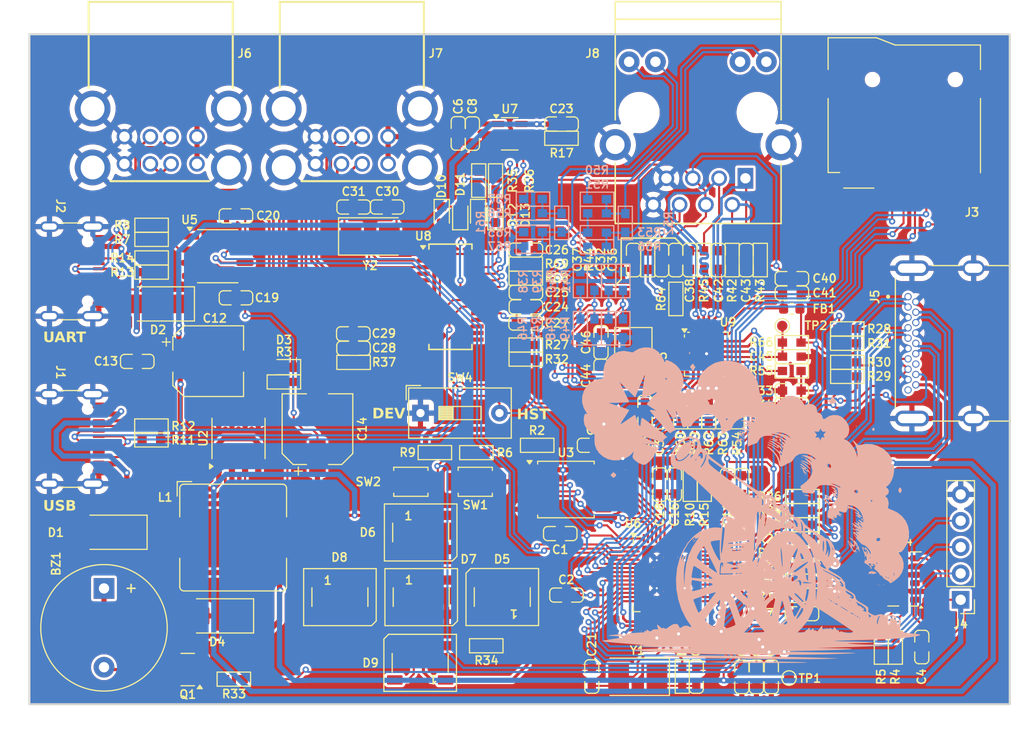
<source format=kicad_pcb>
(kicad_pcb (version 20241229) (generator "pcbnew") (generator_version "9.0")
  (layers (0 "F.Cu" signal) (2 "B.Cu" signal) (13 "F.Paste" user) (15 "B.Paste" user) (5 "F.SilkS" user "F.Silkscreen") (7 "B.SilkS" user "B.Silkscreen") (1 "F.Mask" user) (3 "B.Mask" user) (25 "Edge.Cuts" user))
  (net 0 "")
  (net 1 "Net-(U6-VREG_VOUT)")
  (net 2 "GND")
  (net 3 "+3.3V")
  (net 4 "Net-(D3-A)")
  (net 5 "/EPHY_RST")
  (net 6 "Net-(BZ1-+)")
  (net 7 "Net-(U7-ISET)")
  (net 8 "+5V")
  (net 10 "Net-(J1-CC2)")
  (net 11 "Net-(J1-CC1)")
  (net 13 "/PWREN")
  (net 14 "/VUSB")
  (net 15 "/OVCUR")
  (net 16 "Net-(Q1-G)")
  (net 17 "Net-(U8-BUSJ)")
  (net 18 "/DM4")
  (net 19 "Net-(U8-VBUSM)")
  (net 20 "/DP2")
  (net 21 "/USB_DM")
  (net 22 "Net-(U8-VD18)")
  (net 23 "Net-(U8-REXT)")
  (net 24 "/VD33_O")
  (net 25 "Net-(U8-LED1{slash}EESCL)")
  (net 26 "Net-(U8-LED2)")
  (net 27 "Net-(D10-A)")
  (net 28 "/HUB_RST")
  (net 29 "/DP4")
  (net 30 "/DM2")
  (net 31 "/DM1")
  (net 32 "/DP3")
  (net 33 "Net-(U8-XIN)")
  (net 34 "/DP1")
  (net 36 "/DM3")
  (net 37 "/USB_DP")
  (net 38 "/SWCLK")
  (net 39 "/SWD")
  (net 40 "/RESET")
  (net 41 "Net-(U5-V3)")
  (net 42 "/UART0_RX")
  (net 43 "/UART0_TX")
  (net 44 "/UDN")
  (net 45 "/UDP")
  (net 47 "Net-(D4-K)")
  (net 52 "/I2C1_SDA")
  (net 53 "/I2C1_SCL")
  (net 55 "/VDDA")
  (net 56 "/TX1")
  (net 57 "/QSPI_CS")
  (net 58 "/TX-EN")
  (net 59 "Net-(U9-VDDCR)")
  (net 60 "/MDC")
  (net 61 "/TXP")
  (net 62 "Net-(U9-XTAL1{slash}CLKIN)")
  (net 63 "/RXP")
  (net 64 "/TXN")
  (net 65 "/~{INT}{slash}RETCLK")
  (net 66 "/MODE0")
  (net 67 "Net-(U9-RBIAS)")
  (net 68 "Net-(U8-XOUT)")
  (net 69 "/MDIO")
  (net 70 "/MODE1")
  (net 71 "/RXN")
  (net 72 "/TX0")
  (net 73 "/QSPI_SD1")
  (net 74 "/QSPI_SD2")
  (net 75 "/QSPI_SD0")
  (net 76 "/QSPI_SCLK")
  (net 77 "/QSPI_SD3")
  (net 78 "/MODE2")
  (net 79 "/LED2{slash}nINTSEL")
  (net 80 "/GPIO2")
  (net 81 "/PHYAD0")
  (net 82 "/LED1{slash}REGOFF")
  (net 83 "Net-(U9-XTAL2)")
  (net 84 "Net-(U6-XOUT)")
  (net 85 "/HDMI_D2-")
  (net 86 "/GPIO7")
  (net 87 "/HDMI_D2+")
  (net 88 "/RX1")
  (net 89 "/HDMI_SCL")
  (net 90 "Net-(U6-USB_DM)")
  (net 91 "/SPK")
  (net 92 "/HDMI_CLK-")
  (net 93 "/RX0")
  (net 94 "/HDMI_D0+")
  (net 95 "/HDMI_SDA")
  (net 96 "Net-(U6-XIN)")
  (net 97 "/HDMI_D1+")
  (net 98 "/HDMI_D0-")
  (net 99 "/SD_MISO")
  (net 100 "/SD_MOSI")
  (net 101 "/HDMI_D1-")
  (net 102 "/HDMI_CLK+")
  (net 103 "/SD_CS")
  (net 104 "/SD_SCK")
  (net 105 "Net-(U6-USB_DP)")
  (net 106 "/CRS")
  (net 107 "Net-(D5-DOUT)")
  (net 108 "Net-(D5-DIN)")
  (net 110 "Net-(D8-DOUT)")
  (net 111 "Net-(D7-DOUT)")
  (net 112 "Net-(D6-DOUT)")
  (net 113 "Net-(D12-K)")
  (net 114 "Net-(D10-K)")
  (net 115 "Net-(D2-A)")
  (net 116 "Net-(D1-A)")
  (net 117 "/LED_YL-")
  (net 118 "/LED_YL+")
  (net 119 "/LED_GR+")
  (net 120 "/LED_GR-")
  (net 121 "Net-(J2-D+-PadA6)")
  (net 122 "Net-(J2-D--PadA7)")
  (net 123 "Net-(SW1-B)")
  (net 124 "Net-(J2-CC2)")
  (net 125 "/HDMI_TX1_N")
  (net 126 "/HDMI0_CEC")
  (net 127 "/HDMI_CLK_N")
  (net 128 "/HDMI_CLK_P")
  (net 129 "/HDMI_TX0_N")
  (net 130 "/HDMI_TX0_P")
  (net 131 "/HDMI_TX1_P")
  (net 132 "/HDMI_TX2_N")
  (net 133 "/HDMI_TX2_P")
  (net 134 "Net-(C22-Pad2)")
  (net 135 "Net-(J2-CC1)")
  (net 136 "/RMII_RXER")
  (footprint "DFM_KiCad_Lib:R0603_HandSoldering" (layer "F.Cu") (at 172.413 106.534 -90)
    (property "Reference" "R62")
    (property "Value" "R0603/22R")
  )
  (footprint "Diode_SMD:D_SMA" (layer "F.Cu") (at 114.7175 118.13 180)
    (property "Reference" "D1")
    (property "Value" "SS34")
  )
  (footprint "DFM_KiCad_Lib:C0603_HandSoldering" (layer "F.Cu") (at 167.871 91.879869 90)
    (property "Reference" "C32")
    (property "Value" "C0603/0.1uF")
  )
  (footprint "DFM_KiCad_Lib:R0603_HandSoldering" (layer "F.Cu") (at 150.95 129.08 180)
    (property "Reference" "R34")
    (property "Value" "R0603/200R")
  )
  (footprint "DFM_KiCad_Lib:RJ45_HR911105A" (layer "F.Cu") (at 171.486 75.947)
    (property "Reference" "J8")
    (property "Value" "HR911105A")
  )
  (footprint "TestPoint:TestPoint_Pad_D1.0mm" (layer "F.Cu") (at 180.154 132.192)
    (property "Reference" "TP1")
    (property "Value" "TestPoint")
  )
  (footprint "DFM_KiCad_Lib:C0603_HandSoldering" (layer "F.Cu") (at 180.422065 95.06)
    (property "Reference" "C41")
    (property "Value" "C0603/10uF")
  )
  (footprint "DFM_KiCad_Lib:R0603_HandSoldering" (layer "F.Cu") (at 118.64 109.226)
    (property "Reference" "R11")
    (property "Value" "R0603/5.6K")
  )
  (footprint "DFM_KiCad_Lib:C0603_HandSoldering" (layer "F.Cu") (at 161.124 132.047066 -90)
    (property "Reference" "C21")
    (property "Value" "C0603/10pF")
  )
  (footprint "Capacitor_SMD:CP_Elec_6.3x7.7" (layer "F.Cu") (at 124.122 101.627)
    (property "Reference" "C12")
    (property "Value" "CP/220uH/16V")
  )
  (footprint "Connector_PinHeader_2.54mm:PinHeader_1x05_P2.54mm_Vertical" (layer "F.Cu") (at 196.71 124.645 180)
    (property "Reference" "J4")
    (property "Value" "Conn_01x05")
  )
  (footprint "DFM_KiCad_Lib:R0603_HandSoldering" (layer "F.Cu") (at 185.781 103.09775 180)
    (property "Reference" "R29")
    (property "Value" "R0603/2.7K")
  )
  (footprint "DFM_KiCad_Lib:C0603_HandSoldering" (layer "F.Cu") (at 138.113 98.987)
    (property "Reference" "C29")
    (property "Value" "C0603/10uF")
  )
  (footprint "Package_SO:SSOP-28_3.9x9.9mm_P0.635mm" (layer "F.Cu") (at 147.49 95.4165)
    (property "Reference" "U8")
    (property "Value" "FE1.1s")
  )
  (footprint "Package_DFN_QFN:VQFN-24-1EP_4x4mm_P0.5mm_EP2.5x2.5mm" (layer "F.Cu") (at 172.174 100.9525)
    (property "Reference" "U9")
    (property "Value" "LAN8720A")
  )
  (footprint "DFM_KiCad_Lib:R0603_HandSoldering" (layer "F.Cu") (at 118.66 91.666)
    (property "Reference" "R14")
    (property "Value" "R0603/5.6K")
  )
  (footprint "DFM_KiCad_Lib:R0603_HandSoldering" (layer "F.Cu") (at 181.445 116.045)
    (property "Reference" "R24")
    (property "Value" "R0603/200R")
  )
  (footprint "DFM_KiCad_Lib:R0603_HandSoldering" (layer "F.Cu") (at 149.988 110.451)
    (property "Reference" "R6")
    (property "Value" "R0603/1K")
  )
  (footprint "DFM_KiCad_Lib:R0603_HandSoldering" (layer "F.Cu") (at 151.839 84.201 -90)
    (property "Reference" "R36")
    (property "Value" "R0603/2.7K")
  )
  (footprint "DFM_KiCad_Lib:R0603_HandSoldering" (layer "F.Cu") (at 154.754 93.614)
    (property "Reference" "R68")
    (property "Value" "R0603/5.6K")
  )
  (footprint "DFM_KiCad_Lib:R0603_HandSoldering" (layer "F.Cu") (at 118.657 89.881)
    (property "Reference" "R7")
    (property "Value" "R0603/22R")
  )
  (footprint "DFM_KiCad_Lib:R0603_HandSoldering" (layer "F.Cu") (at 185.781 101.74175 180)
    (property "Reference" "R30")
    (property "Value" "R0603/2.7K")
  )
  (footprint "DFM_KiCad_Lib:CNCTECH_2000-1-1-20-00-BK" (layer "F.Cu") (at 197.9585 99.90725 90)
    (property "Reference" "J5")
    (property "Value" "2000-1-1-20-00-BK")
  )
  (footprint "Package_SO:SOIC-8_5.23x5.23mm_P1.27mm" (layer "F.Cu") (at 158.628 114.01)
    (property "Reference" "U3")
    (property "Value" "W25Q128FVSG")
  )
  (footprint "DFM_KiCad_Lib:C0603_HandSoldering" (layer "F.Cu") (at 162.013 103.034066 -90)
    (property "Reference" "C44")
    (property "Value" "C0603/10pF")
  )
  (footprint "Diode_SMD:D_SMA" (layer "F.Cu") (at 124.99 126.2 180)
    (property "Reference" "D4")
    (property "Value" "SS34")
  )
  (footprint "DFM_KiCad_Lib:C0603_HandSoldering" (layer "F.Cu") (at 154.774 90.91 180)
    (property "Reference" "C26")
    (property "Value" "C0603/0.1uF")
  )
  (footprint "DFM_KiCad_Lib:R0603_HandSoldering" (layer "F.Cu") (at 131.417 103.631)
    (property "Reference" "R3")
    (property "Value" "R0603/1K")
  )
  (footprint "Connector_USB:USB_C_Receptacle_GCT_USB4105-xx-A_16P_TopMnt_Horizontal" (layer "F.Cu") (at 109.886 109.128 -90)
    (property "Reference" "J1")
    (property "Value" "USB4105-GF-A")
  )
  (footprint "LED_SMD:LED_WS2812B_PLCC4_5.0x5.0mm_P3.2mm" (layer "F.Cu") (at 136.828 124.39)
    (property "Reference" "D8")
    (property "Value" "WS2812B")
  )
  (footprint "DFM_KiCad_Lib:R0603_HandSoldering" (layer "F.Cu") (at 181.445 124.232)
    (property "Reference" "R18")
    (property "Value" "R0603/200R")
  )
  (footprint "DFM_KiCad_Lib:R0603_HandSoldering" (layer "F.Cu") (at 185.758 99.90175)
    (property "Reference" "R31")
    (property "Value" "R0603/2.7K")
  )
  (footprint "DFM_KiCad_Lib:R0603_HandSoldering" (layer "F.Cu") (at 181.445 122.847)
    (property "Reference" "R19")
    (property "Value" "R0603/200R")
  )
  (footprint "Package_SO:SOP-8_3.9x4.9mm_P1.27mm" (layer "F.Cu") (at 125.042 91.504)
    (property "Reference" "U5")
    (property "Value" "CH340N")
  )
  (footprint "DFM_KiCad_Lib:C0603_HandSoldering" (layer "F.Cu") (at 167.681 113.530632 -90)
    (property "Reference" "C18")
    (property "Value" "C0603/1uF")
  )
  (footprint "DFM_KiCad_Lib:R0603_HandSoldering" (layer "F.Cu") (at 138.142 101.75)
    (property "Reference" "R37")
    (property "Value" "R0603/2.7K")
  )
  (footprint "DFM_KiCad_Lib:C0603_HandSoldering" (layer "F.Cu") (at 177.005 132.088 90)
    (property "Reference" "C15")
    (property "Value" "C0603/0.1uF")
  )
  (footprint "DFM_KiCad_Lib:R0603_HandSoldering" (layer "F.Cu") (at 154.754 100.068)
    (property "Reference" "R27")
    (property "Value" "R0603/5.6K")
  )
  (footprint "DFM_KiCad_Lib:C0603_HandSoldering" (layer "F.Cu") (at 178.446 132.088 90)
    (property "Reference" "C17")
    (property "Value" "C0603/1uF")
  )
  (footprint "DFM_KiCad_Lib:R0603_HandSoldering" (layer "F.Cu") (at 180.413 102.574)
    (property "Reference" "R55")
    (property "Value" "R0603/NA")
  )
  (footprint "Diode_SMD:D_SMA" (layer "F.Cu") (at 119.2835 96.103 180)
    (property "Reference" "D2")
    (property "Value" "SS34")
  )
  (footprint "DFM_KiCad_Lib:C0603_HandSoldering" (layer "F.Cu") (at 117.273066 101.651)
    (property "Reference" "C13")
    (property "Value" "C0603/1uF")
  )
  (footprint "DFM_KiCad_Lib:MOLEX_USB_67298-4090" (layer "F.Cu") (at 137.977 77.262 180)
    (property "Reference" "J7")
    (property "Value" "USB1035-GF-P-0-B-B" (hide yes))
  )
  (footprint "DFM_KiCad_Lib:C0603_HandSoldering" (layer "F.Cu") (at 169.228 91.87 -90)
    (property "Reference" "C36")
    (property "Value" "C0603/22nF")
  )
  (footprint "Button_Switch_SMD:SW_SPST_B3U-1000P" (layer "F.Cu") (at 143.67 113.264)
    (property "Reference" "SW2")
    (property "Value" "SW_SPST_3x4mm")
  )
  (footprint "DFM_KiCad_Lib:R0603_HandSoldering" (layer "F.Cu") (at 166.525 91.879934 90)
    (property "Reference" "R44")
    (property "Value" "R0603/49.9R/1%")
  )
  (footprint "Button_Switch_SMD:SW_SPST_B3U-1000P" (layer "F.Cu") (at 149.882 113.264 180)
    (property "Reference" "SW1")
    (property "Value" "SW_SPST_3x4mm")
  )
  (footprint "DFM_KiCad_Lib:R0603_HandSoldering" (layer "F.Cu") (at 150.216 84.201 -90)
    (property "Reference" "R35")
    (property "Value" "R0603/2.7K")
  )
  (footprint "DFM_KiCad_Lib:C0603_HandSoldering" (layer "F.Cu") (at 170.598 91.87 -90)
    (property "Reference" "C38")
    (property "Value" "C0603/10pF")
  )
  (footprint "DFM_KiCad_Lib:C0603_HandSoldering" (layer "F.Cu") (at 175.597 132.088 90)
    (property "Reference" "C5")
    (property "Value" "C0603/0.1uF")
  )
  (footprint "DFM_KiCad_Lib:C0603_HandSoldering" (layer "F.Cu") (at 158.213 78.7475 180)
    (property "Reference" "C23")
    (property "Value" "C0603/0.1uF")
  )
  (footprint "Package_SO:SOIC-8_3.9x4.9mm_P1.27mm" (layer "F.Cu") (at 127.046 109.079 90)
    (property "Reference" "U2")
    (property "Value" "XL1509-3.3")
  )
  (footprint "Package_TO_SOT_SMD:SOT-23-6" (layer "F.Cu") (at 153.208 79.6965)
    (property "Reference" "U7")
    (property "Value" "CH217K")
  )
  (footprint "DFM_KiCad_Lib:R0603_HandSoldering" (layer "F.Cu") (at 185.766 98.51175)
    (property "Reference" "R28")
    (property "Value" "R0603/200R")
  )
  (footprint "DFM_KiCad_Lib:C0603_HandSoldering" (layer "F.Cu") (at 138.137 100.384)
    (property "Reference" "C28")
    (property "Value" "C0603/0.1uF")
  )
  (footprint "DFM_KiCad_Lib:R0603_HandSoldering" (layer "F.Cu") (at 190.41 129.24 -90)
    (property "Reference" "R4")
    (property "Value" "R0603/2.7K")
  )
  (footprint "DFM_KiCad_Lib:MOLEX_USB_67298-4090" (layer "F.Cu") (at 119.541 77.262 180)
    (property "Reference" "J6")
    (property "Value" "USB1035-GF-P-0-B-B" (hide yes))
  )
  (footprint "DFM_KiCad_Lib:C0603_HandSoldering" (layer "F.Cu") (at 126.794 95.519)
    (property "Reference" "C19")
    (property "Value" "C0603/0.1uF")
  )
  (footprint "DFM_KiCad_Lib:C0603_HandSoldering" (layer "F.Cu") (at 161.342 109.743)
    (property "Reference" "C3")
    (property "Value" "C0603/0.1uF")
  )
  (footprint "Crystal:Crystal_SMD_5032-2Pin_5.0x3.2mm" (layer "F.Cu") (at 139.745 89.5945)
    (property "Reference" "Y2")
    (property "Value" "12MHz")
  )
  (footprint "DFM_KiCad_Lib:C0603_HandSoldering" (layer "F.Cu") (at 169.101 113.530632 -90)
    (property "Reference" "C16")
    (property "Value" "C0603/0.1uF")
  )
  (footprint "DFM_KiCad_Lib:C0603_HandSoldering" (layer "F.Cu") (at 180.422935 104.472 180)
    (property "Reference" "C33")
    (property "Value" "C0603/0.1uF")
  )
  (footprint "Package_LGA:LGA-14_3x5mm_P0.8mm_LayoutBorder1x6y" (layer "F.Cu") (at 191.2925 122.6375 180)
    (property "Reference" "U4")
    (property "Value" "ADXL345")
  )
  (footprint "DFM_KiCad_Lib:C0603_HandSoldering" (layer "F.Cu") (at 158.078 118.259)
    (property "Reference" "C1")
    (property "Value" "C0603/0.1uF")
  )
  (footprint "DFM_KiCad_Lib:R0603_HandSoldering" (layer "F.Cu") (at 155.854 109.7425)
    (property "Reference" "R2")
    (property "Value" "R0603/5.6K")
  )
  (footprint "DFM_KiCad_Lib:MiSD-PP-9P-V2" (layer "F.Cu") (at 197.8 85.409395 180)
    (property "Reference" "J3")
    (property "Value" "Micro_SD_Card_Det1")
  )
  (footprint "DFM_KiCad_Lib:C0603_HandSoldering" (layer "F.Cu") (at 158.68 124.19)
    (property "Reference" "C2")
    (property "Value" "C0603/0.1uF")
  )
  (footprint "DFM_KiCad_Lib:C0603_HandSoldering" (layer "F.Cu") (at 180.422935 101.189 180)
    (property "Reference" "C45")
    (property "Value" "C0603/0.1uF")
  )
  (footprint "Buzzer_Beeper:Buzzer_12x9.5RM7.6" (layer "F.Cu") (at 114.07 123.55 -90)
    (property "Reference" "BZ1")
    (property "Value" "Buzzer")
  )
  (footprint "Connector_USB:USB_C_Receptacle_GCT_USB4105-xx-A_16P_TopMnt_Horizontal" (layer "F.Cu") (at 109.886 92.964 -90)
    (property "Reference" "J2")
    (property "Value" "USB4105-GF-A")
  )
  (footprint "DFM_KiCad_Lib:C0603_HandSoldering" (layer "F.Cu") (at 174.211 113.582066 -90)
    (property "Reference" "C11")
    (property "Value" "C0603/0.1uF")
  )
  (footprint "DFM_KiCad_Lib:C0603_HandSoldering" (layer "F.Cu") (at 181.406 125.987 180)
    (property "Reference" "C7")
    (property "Value" "C0603/0.1uF")
  )
  (footprint "Inductor_SMD:L_Bourns_SRP1038C_10.0x10.0mm" (layer "F.Cu") (at 126.53 118.6425)
    (property "Reference" "L1")
    (property "Value" "CDRH104/68uH")
  )
  (footprint "DFM_KiCad_Lib:C0603_HandSoldering" (layer "F.Cu") (at 141.387 86.7555)
    (property "Reference" "C30")
    (property "Value" "C0603/10pF")
  )
  (footprint "DFM_KiCad_Lib:R0603_HandSoldering" (layer "F.Cu") (at 145.991 110.445 180)
    (property "Reference" "R9")
    (property "Value" "R0603/5.6K")
  )
  (footprint "DFM_KiCad_Lib:R0603_HandSoldering" (layer "F.Cu") (at 173.778 106.534 -90)
    (property "Reference" "R63")
    (property "Value" "R0603/22R")
  )
  (footprint "DFM_KiCad_Lib:R0603_HandSoldering" (layer "F.Cu") (at 175.142 106.534 -90)
    (property "Reference" "R54")
    (property "Value" "R0603/1K")
  )
  (footprint "DFM_KiCad_Lib:R0603_HandSoldering" (layer "F.Cu") (at 181.445 114.68)
    (property "Reference" "R26")
    (property "Value" "R0603/200R")
  )
  (footprint "DFM_KiCad_Lib:R0603_HandSoldering" (layer "F.Cu") (at 170.621 113.530566 -90)
    (property "Reference" "R10")
    (property "Value" "R0603/22R")
  )
  (footprint "DFM_KiCad_Lib:C0603_HandSoldering" (layer "F.Cu") (at 180.422935 105.832 180)
    (property "Reference" "C34")
    (property "Value" "C0603/10uF")
  )
  (footprint "DFM_KiCad_Lib:R0603_HandSoldering" (layer "F.Cu") (at 177.376 91.879934 90)
    (property "Reference" "R43")
    (property "Value" "R0603/49.9R/1%")
  )
  (footprint "DFM_KiCad_Lib:R0603_HandSoldering" (layer "F.Cu") (at 118.66 93.039)
    (property "Reference" "R13")
    (property "Value" "R0603/5.6K")
  )
  (footprint "DFM_KiCad_Lib:C0603_HandSoldering" (layer "F.Cu") (at 154.774 96.394 180)
    (property "Reference" "C24")
    (property "Value" "C0603/10uF")
  )
  (footprint "LED_SMD:LED_WS2812B_PLCC4_5.0x5.0mm_P3.2mm" (layer "F.Cu") (at 144.57 130.728 180)
    (property "Reference" "D9")
    (property "Value" "WS2812B")
  )
  (footprint "DFM_KiCad_Lib:C0603_HandSoldering" (layer "F.Cu") (at 154.747 97.95 180)
    (property "Reference" "C27")
    (property "Value" "C0603/0.1uF")
  )
  (footprint "DFM_KiCad_Lib:R0603_HandSoldering" (layer "F.Cu") (at 181.445 121.484)
    (property "Reference" "R20")
    (property "Value" "R0603/200R")
  )
  (footprint "DFM_KiCad_Lib:R0603_HandSoldering" (layer "F.Cu") (at 181.445 118.767)
    (property "Reference" "R22")
    (property "Value" "R0603/200R")
  )
  (footprint "TestPoint:TestPoint_Pad_D1.0mm" (layer "F.Cu") (at 179.498 98.2215)
    (property "Reference" "TP2")
    (property "Value" "TestPoint")
  )
  (footprint "DFM_KiCad_Lib:C0603_HandSoldering" (layer "F.Cu") (at 192.96 129.21 90)
    (property "Reference" "C4")
    (property "Value" "C0603/0.1uF")
  )
  (footprint "DFM_KiCad_Lib:R0603_HandSoldering" (layer "F.Cu") (at 181.445 117.405)
    (property "Reference" "R23")
    (property "Value" "R0603/200R")
  )
  (footprint "DFM_KiCad_Lib:C0603_HandSoldering" (layer "F.Cu") (at 166.254 106.5425 -90)
    (property "Reference" "C39")
    (property "Value" "C0603/10uF")
  )
  (footprint "Package_TO_SOT_SMD:SOT-23" (layer "F.Cu") (at 122.149 131.3775 180)
    (property "Reference" "Q1")
    (property "Value" "SI2300DS")
  )
  (footprint "Capacitor_SMD:CP_Elec_6.3x7.7" (layer "F.Cu") (at 134.662 108.187 90)
    (property "Reference" "C14")
    (property "Value" "CP/220uH/16V")
  )
  (footprint "DFM_KiCad_Lib:C0603_HandSoldering" (layer "F.Cu") (at 162.013 99.811 90)
    (property "Reference" "C46")
    (property "Value" "C0603/10pF")
  )
  (footprint "DFM_KiCad_Lib:C0603_HandSoldering" (layer "F.Cu") (at 148.24 79.659 90)
    (property "Reference" "C6")
    (property "Value" "C0603/0.1uF")
  )
  (footprint "DFM_KiCad_Lib:R0603_HandSoldering" (layer "F.Cu") (at 171.955 91.879934 90)
    (property "Reference" "R45")
    (property "Value" "R0603/49.9R/1%")
  )
  (footprint "DFM_KiCad_Lib:R0603_HandSoldering" (layer "F.Cu") (at 174.661 91.879934 90)
    (property "Reference" "R42")
    (property "Value" "R0603/49.9R/1%")
  )
  (footprint "LED_SMD:LED_WS2812B_PLCC4_5.0x5.0mm_P3.2mm" (layer "F.Cu") (at 144.67 124.39)
    (property "Reference" "D7")
    (property "Value" "WS2812B")
  )
  (footprint "Package_DFN_QFN:QFN-56-1EP_7x7mm_P0.4mm_EP3.2x3.2mm_ThermalVias" (layer "F.Cu") (at 168.741 122.18)
    (property "Reference" "U6")
    (property "Value" "RP2040")
  )
  (footprint "DFM_KiCad_Lib:C0603_HandSoldering" (layer "F.Cu") (at 180.422065 93.661)
    (property "Reference" "C40")
    (property "Value" "C0603/470pF")
  )
  (footprint "LED_SMD:LED_0603_1608Metric" (layer "F.Cu") (at 146.652 87.5075 -90)
    (property "Reference" "D10")
    (property "Value" "LED_green")
  )
  (footprint "DFM_KiCad_Lib:R0603_HandSoldering" (layer "F.Cu") (at 126.6 132.3 180)
    (property "Reference" "R33")
    (property "Value" "R0603/1K")
  )
  (footprint "DFM_KiCad_Lib:R0603_HandSoldering" (layer "F.Cu") (at 169.691 106.534 -90)
    (property "Reference" "R60")
    (property "Value" "R0603/22R")
  )
  (footprint "DFM_KiCad_Lib:C0603_HandSoldering" (layer "F.Cu") (at 138.158369 86.7555 180)
    (property "Reference" "C31")
    (property "Value" "C0603/10pF")
  )
  (footprint "DFM_KiCad_Lib:C0603_HandSoldering" (layer "F.Cu") (at 167.644 106.5425 -90)
    (property "Reference" "C35")
    (property "Value" "C0603/470pF")
  )
  (footprint "Button_Switch_THT:SW_DIP_SPSTx01_Slide_9.78x4.72mm_W7.62mm_P2.54mm" (layer "F.Cu") (at 144.599 106.634)
    (property "Reference" "SW4")
    (property "Value" "SW_DIP_x01")
  )
  (footprint "DFM_KiCad_Lib:R0603_HandSoldering" (layer "F.Cu") (at 171.982 113.530566 -90)
    (property "Reference" "R15")
    (property "Value" "R0603/22R")
  )
  (footprint "DFM_KiCad_Lib:R0603_HandSoldering" (layer "F.Cu") (at 169.24 95.628 90)
    (property "Reference" "R64")
    (property "Value" "R0603/12.1K/1%")
  )
  (footprint "DFM_KiCad_Lib:R0603_HandSoldering" (layer "F.Cu") (at 118.64 107.879)
    (property "Reference" "R12")
    (property "Value" "R0603/5.6K")
  )
  (footprint "Crystal:Crystal_SMD_5032-2Pin_5.0x3.2mm" (layer "F.Cu") (at 165.564 132.073 180)
    (property "Reference" "Y1")
    (property "Value" "12MHz")
  )
  (footprint "DFM_KiCad_Lib:R0603_HandSoldering" (layer "F.Cu") (at 154.764 101.429 180)
    (property "Reference" "R32")
    (property "Value" "R0603/30.1K/1%")
  )
  (footprint "DFM_KiCad_Lib:C0603_HandSoldering" (layer "F.Cu") (at 175.617 113.582066 -90)
    (property "Reference" "C9")
    (property "Value" "C0603/0.1uF")
  )
  (footprint "LED_SMD:LED_0603_1608Metric" (layer "F.Cu") (at 151.821 87.4675 90)
    (property "Reference" "D13")
    (property "Value" "LED_green")
  )
  (footprint "DFM_KiCad_Lib:R0603_HandSoldering" (layer "F.Cu") (at 154.754 92.261)
    (property "Reference" "R69")
    (property "Value" "R0603/5.6K")
  )
  (footprint "DFM_KiCad_Lib:R0603_HandSoldering" (layer "F.Cu") (at 118.657 88.515)
    (property "Reference" "R8")
    (property "Value" "R0603/22R")
  )
  (footprint "DFM_KiCad_Lib:R0603_HandSoldering" (layer "F.Cu") (at 180.413 99.834)
    (property "Reference" "R66")
    (property "Value" "R0603/5.6K")
  )
  (footprint "LED_SMD:LED_0603_1608Metric" (layer "F.Cu") (at 150.161 87.5075 -90)
    (property "Reference" "D12")
    (property "Value" "LED_green")
  )
  (footprint "Crystal:Crystal_SMD_5032-2Pin_5.0x3.2mm" (layer "F.Cu") (at 165.131 101.432 -90)
    (property "Reference" "Y3")
    (property "Value" "25MHz")
  )
  (footprint "DFM_KiCad_Lib:R0603_HandSoldering" (layer "F.Cu") (at 169.852 132.057 90)
    (property "Reference" "R16")
    (property "Value" "R0603/1K")
  )
  (footprint "LED_SMD:LED_WS2812B_PLCC4_5.0x5.0mm_P3.2mm" (layer "F.Cu") (at 144.62 118.152)
    (property "Reference" "D6")
    (property "Value" "WS2812B")
  )
  (footprint "Inductor_SMD:L_0603_1608Metric" (layer "F.Cu") (at 180.418 96.571 180)
    (property "Reference" "FB1")
    (property "Value" "CBG160808U601T")
  )
  (footprint "DFM_KiCad_Lib:R0603_HandSoldering" (layer "F.Cu") (at 189.056 129.24 -90)
    (property "Reference" "R5")
    (property "Value" "R0603/2.7K")
  )
  (footprint "LED_SMD:LED_WS2812B_PLCC4_5.0x5.0mm_P3.2mm" (layer "F.Cu") (at 152.49 124.38 180)
    (property "Reference" "D5")
    (property "Value" "WS2812B")
  )
  (footprint "DFM_KiCad_Lib:C0603_HandSoldering" (layer "F.Cu") (at 173.337 91.87 -90)
    (property "Reference" "C42")
    (property "Value" "C0603/10pF")
  )
  (footprint "DFM_KiCad_Lib:C0603_HandSoldering" (layer "F.Cu") (at 149.61 79.677066 90)
    (property "Reference" "C8")
    (property "Value" "C0603/10uF")
  )
  (footprint "DFM_KiCad_Lib:C0603_HandSoldering" (layer "F.Cu") (at 154.77 94.994 180)
    (property "Reference" "C25")
    (property "Value" "C0603/10uF")
  )
  (footprint "DFM_KiCad_Lib:R0603_HandSoldering" (layer "F.Cu") (at 181.445 120.122)
    (property "Reference" "R21")
    (property "Value" "R0603/200R")
  )
  (footprint "LED_SMD:LED_0603_1608Metric" (layer "F.Cu") (at 131.552 102.207 180)
    (property "Reference" "D3")
    (property "Value" "LED_green")
  )
  (footprint "DFM_KiCad_Lib:C0603_HandSoldering" (layer "F.Cu") (at 126.794 87.609)
    (property "Reference" "C20")
    (property "Value" "C0603/0.1uF")
  )
  (footprint "DFM_KiCad_Lib:C0603_HandSoldering" (layer "F.Cu") (at 171.205 132.047066 -90)
    (property "Reference" "C22")
    (property "Value" "C0603/10pF")
  )
  (footprint "DFM_KiCad_Lib:R0603_HandSoldering" (layer "F.Cu") (at 171.053 106.534 -90)
    (property "Reference" "R59")
    (property "Value" "R0603/22R")
  )
  (footprint "LED_SMD:LED_0603_1608Metric" (layer "F.Cu") (at 148.435 87.4675 90)
    (property "Reference" "D11")
    (property "Value" "LED_green")
  )
  (footprint "DFM_KiCad_Lib:C0603_HandSoldering" (layer "F.Cu") (at 165.148 91.87 -90)
    (property "Reference" "C37")
    (property "Value" "C0603/10pF")
  )
  (footprint "DFM_KiCad_Lib:R0603_HandSoldering" (layer "F.Cu") (at 158.203 80.1255 180)
    (property "Reference" "R17")
    (property "Value" "R0603/30.1K/1%")
  )
  (footprint "DFM_KiCad_Lib:C0603_HandSoldering" (layer "F.Cu") (at 176.016 91.87 -90)
    (property "Reference" "C43")
    (property "Value" "C0603/10pF")
  )
  (footprint "DFM_KiCad_Lib:R0603_HandSoldering" (layer "B.Cu") (at 155.459 87.351 180)
    (property "Reference" "R58")
    (property "Value" "R0603/0R")
  )
  (footprint "DFM_KiCad_Lib:canon_logo" (layer "B.Cu") (at 176.594996 115.52257 180)
    (property "Reference" "G***")
    (property "Value" "LOGO" (hide yes))
  )
  (footprint "DFM_KiCad_Lib:R0603_HandSoldering" (layer "B.Cu") (at 162.738 98.456 90)
    (property "Reference" "R48")
    (property "Value" "R0603/NA")
  )
  (footprint "DFM_KiCad_Lib:R0603_HandSoldering" (layer "B.Cu") (at 160.018 93.896 90)
    (property "Reference" "R38")
    (property "Value" "R0603/NA")
  )
  (footprint "DFM_KiCad_Lib:R0603_HandSoldering" (layer "B.Cu") (at 160.028 98.456 90)
    (property "Reference" "R46")
    (property "Value" "R0603/5.6K")
  )
  (footprint "DFM_KiCad_Lib:R0603_HandSoldering" (layer "B.Cu") (at 161.636 89.232 180)
    (property "Reference" "R53")
    (property "Value" "R0603/NA")
  )
  (footprint "DFM_KiCad_Lib:R0603_HandSoldering" (layer "B.Cu") (at 164.356 88.292 -90)
    (property "Reference" "R52")
    (property "Value" "R0603/5.6K")
  )
  (footprint "DFM_KiCad_Lib:R0603_HandSoldering" (layer "B.Cu") (at 164.128 93.896 90)
    (property "Reference" "R41")
    (property "Value" "R0603/5.6K")
  )
  (footprint "DFM_KiCad_Lib:R0603_HandSoldering" (layer "B.Cu") (at 164.128 98.456 90)
    (property "Reference" "R49")
    (property "Value" "R0603/NA")
  )
  (footprint "DFM_KiCad_Lib:R0603_HandSoldering" (layer "B.Cu") (at 161.378 93.896 90)
    (property "Reference" "R39")
    (property "Value" "R0603/5.6K")
  )
  (footprint "DFM_KiCad_Lib:R0603_HandSoldering" (layer "B.Cu") (at 161.636 86.002 180)
    (property "Reference" "R50")
    (property "Value" "R0603/NA")
  )
  (footprint "DFM_KiCad_Lib:R0603_HandSoldering" (layer "B.Cu") (at 162.748 93.896 90)
    (property "Reference" "R40")
    (property "Value" "R0603/5.6K")
  )
  (footprint "DFM_KiCad_Lib:R0603_HandSoldering" (layer "B.Cu") (at 161.378 98.456 90)
    (property "Reference" "R47")
    (property "Value" "R0603/NA")
  )
  (footprint "DFM_KiCad_Lib:R0603_HandSoldering" (layer "B.Cu") (at 155.459 89.181 180)
    (property "Reference" "R65")
    (property "Value" "R0603/NA")
  )
  (footprint "DFM_KiCad_Lib:R0603_HandSoldering" (layer "B.Cu") (at 161.636 87.362 180)
    (property "Reference" "R51")
    (property "Value" "R0603/0R")
  )
  (footprint "DFM_KiCad_Lib:R0603_HandSoldering" (layer "B.Cu") (at 161.636 90.592 180)
    (property "Reference" "R56")
    (property "Value" "R0603/200R")
  )
  (footprint "DFM_KiCad_Lib:R0603_HandSoldering" (layer "B.Cu") (at 155.459 90.541 180)
    (property "Reference" "R67")
    (property "Value" "R0603/200R")
  )
  (footprint "DFM_KiCad_Lib:R0603_HandSoldering" (layer "B.Cu") (at 155.459 85.991 180)
    (property "Reference" "R57")
    (property "Value" "R0603/NA")
  )
  (footprint "DFM_KiCad_Lib:R0603_HandSoldering" (layer "B.Cu") (at 158.219 88.281 -90)
    (property "Reference" "R61")
    (property "Value" "R0603/5.6K")
  )
  (gr_line (start 169.163989 89.75) (end 163.96 89.75) (stroke (width 0.15)) (layer "F.SilkS"))
  (gr_line (start 163.96 89.75) (end 163.96 93.74) (stroke (width 0.15)) (layer "F.SilkS"))
  (gr_line (start 163.96 93.74) (end 163.28 94.42) (stroke (width 0.15)) (layer "F.SilkS"))
  (gr_line (start 169.780309 90.36632) (end 169.163989 89.75) (stroke (width 0.15)) (layer "F.SilkS"))
  (gr_rect (start 106.88 70.096) (end 201.443 134.719) (stroke (width 0.2)) (fill no) (layer "Edge.Cuts"))
  (gr_text "USB" (at 109.793519 115.631 0) (layer "F.SilkS") (effects (font (size 1 1) (thickness 0.2) (bold yes))))
  (gr_text "UART" (at 110.261 99.373 0) (layer "F.SilkS") (effects (font (size 1 1) (thickness 0.2) (bold yes))))
  (gr_text "HST" (at 155.45 106.813 0) (layer "F.SilkS") (effects (font (size 1 1) (thickness 0.2) (bold yes))))
  (gr_text "DEV" (at 141.54 106.732 0) (layer "F.SilkS") (effects (font (size 1 1) (thickness 0.2) (bold yes))))
  (segment (start 177.005 130.455) (end 177.005 131.188) (width 0.2) (layer "F.Cu") (net 1))
  (segment (start 168.541 119.626) (end 168.799 119.884) (width 0.2) (layer "F.Cu") (net 1))
  (segment (start 169.341 125.6175) (end 169.341 127.434) (width 0.2) (layer "F.Cu") (net 1))
  (segment (start 177.005 131.188) (end 178.446 131.188) (width 0.2) (layer "F.Cu") (net 1))
  (segment (start 170.923368 116.551632) (end 170.541 116.934) (width 0.2) (layer "F.Cu") (net 1))
  (segment (start 180.154 131.484) (end 180.154 132.192) (width 0.2) (layer "F.Cu") (net 1))
  (segment (start 169.341 127.782766) (end 169.490999 127.932765) (width 0.2) (layer "F.Cu") (net 1))
  (segment (start 178.446 131.188) (end 178.448935 131.185065) (width 0.2) (layer "F.Cu") (net 1))
  (segment (start 169.341 127.434) (end 169.341 127.782766) (width 0.2) (layer "F.Cu") (net 1))
  (segment (start 170.541 119.636) (end 170.541 118.7425) (width 0.2) (layer "F.Cu") (net 1))
  (segment (start 168.799 119.884) (end 170.293 119.884) (width 0.2) (layer "F.Cu") (net 1))
  (segment (start 171.191583 116.551632) (end 170.923368 116.551632) (width 0.2) (layer "F.Cu") (net 1))
  (segment (start 169.490999 127.932765) (end 169.490999 128.158999) (width 0.2) (layer "F.Cu") (net 1))
  (segment (start 170.85 129.518) (end 176.068 129.518) (width 0.2) (layer "F.Cu") (net 1))
  (segment (start 176.068 129.518) (end 177.005 130.455) (width 0.2) (layer "F.Cu") (net 1))
  (segment (start 178.446 131.188) (end 179.858 131.188) (width 0.2) (layer "F.Cu") (net 1))
  (segment (start 170.541 116.934) (end 170.541 118.7425) (width 0.2) (layer "F.Cu") (net 1))
  (segment (start 170.293 119.884) (end 170.541 119.636) (width 0.2) (layer "F.Cu") (net 1))
  (segment (start 169.490999 128.158999) (end 170.85 129.518) (width 0.2) (layer "F.Cu") (net 1))
  (segment (start 168.541 118.7425) (end 168.541 119.626) (width 0.2) (layer "F.Cu") (net 1))
  (segment (start 179.858 131.188) (end 180.154 131.484) (width 0.2) (layer "F.Cu") (net 1))
  (via (at 169.490999 127.932765) (size 0.6) (drill 0.3) (layers "F.Cu" "B.Cu") (net 1))
  (via (at 171.191583 116.551632) (size 0.6) (drill 0.3) (layers "F.Cu" "B.Cu") (net 1))
  (segment (start 172.072 126.826) (end 172.072 117.432049) (width 0.2) (layer "B.Cu") (net 1))
  (segment (start 172.072 117.432049) (end 171.191583 116.551632) (width 0.2) (layer "B.Cu") (net 1))
  (segment (start 170.965235 127.932765) (end 172.072 126.826) (width 0.2) (layer "B.Cu") (net 1))
  (segment (start 169.490999 127.932765) (end 170.965235 127.932765) (width 0.2) (layer "B.Cu") (net 1))
  (segment (start 172.174 100.9525) (end 172.174 100.934) (width 0.5) (layer "F.Cu") (net 2))
  (segment (start 173.337 93.733) (end 173.337 92.77) (width 0.2) (layer "F.Cu") (net 2))
  (segment (start 172.174 100.934) (end 172.198 100.91) (width 0.5) (layer "F.Cu") (net 2))
  (segment (start 153.0435 79.6965) (end 153.24 79.5) (width 0.3) (layer "F.Cu") (net 2))
  (segment (start 174.28 94.676) (end 173.337 93.733) (width 0.2) (layer "F.Cu") (net 2))
  (segment (start 174.28 94.689) (end 174.28 94.676) (width 0.2) (layer "F.Cu") (net 2))
  (segment (start 176.016 93.716) (end 176.016 92.77) (width 0.2) (layer "F.Cu") (net 2))
  (segment (start 153.24 79.5) (end 153.24 78.33) (width 0.3) (layer "F.Cu") (net 2))
  (segment (start 152.0705 79.6965) (end 153.0435 79.6965) (width 0.3) (layer "F.Cu") (net 2))
  (segment (start 168.41 94.728) (end 167.886 94.204) (width 0.5) (layer "F.Cu") (net 2))
  (segment (start 167.741 125.6175) (end 167.741 123.18) (width 0.2) (layer "F.Cu") (net 2))
  (segment (start 176.429 94.129) (end 176.016 93.716) (width 0.2) (layer "F.Cu") (net 2))
  (segment (start 169.24 94.728) (end 168.41 94.728) (width 0.5) (layer "F.Cu") (net 2))
  (segment (start 167.741 123.18) (end 168.741 122.18) (width 0.2) (layer "F.Cu") (net 2))
  (segment (start 167.886 94.204) (end 167.886 93.875) (width 0.5) (layer "F.Cu") (net 2))
  (segment (start 177.516 94.129) (end 176.429 94.129) (width 0.2) (layer "F.Cu") (net 2))
  (via (at 177.516 94.129) (size 0.6) (drill 0.3) (layers "F.Cu" "B.Cu") (net 2))
  (via (at 167.886 93.875) (size 0.6) (drill 0.3) (layers "F.Cu" "B.Cu") (net 2))
  (via (at 164.121 111.02) (size 0.6) (drill 0.3) (layers "F.Cu" "B.Cu") (net 2))
  (via (at 172.198 100.91) (size 0.6) (drill 0.3) (layers "F.Cu" "B.Cu") (net 2))
  (via (at 174.28 94.689) (size 0.6) (drill 0.3) (layers "F.Cu" "B.Cu") (net 2))
  (segment (start 145.791 108.199) (end 156.101 108.199) (width 0.5) (layer "F.Cu") (net 3))
  (segment (start 174.917 117.144) (end 175.617 116.444) (width 0.2) (layer "F.Cu") (net 3))
  (segment (start 181.322935 105.832) (end 181.322935 102.583935) (width 0.2) (layer "F.Cu") (net 3))
  (segment (start 178.665 113.602) (end 177.784934 114.482066) (width 0.2) (layer "F.Cu") (net 3))
  (segment (start 163.007 118.449) (end 159.168 118.449) (width 0.2) (layer "F.Cu") (net 3))
  (segment (start 175.1 129.918) (end 175.597 130.415) (width 0.2) (layer "F.Cu") (net 3))
  (segment (start 156.754 108.852) (end 156.754 109.7425) (width 0.5) (layer "F.Cu") (net 3))
  (segment (start 173.85 132.42) (end 173.85 131.621) (width 0.2) (layer "F.Cu") (net 3))
  (segment (start 131.005 118.6425) (end 131.005 126.655) (width 0.5) (layer "F.Cu") (net 3))
  (segment (start 131.763 111.86) (end 132.736 110.887) (width 0.2) (layer "F.Cu") (net 3))
  (segment (start 169.101 114.430632) (end 168.218 114.430632) (width 0.2) (layer "F.Cu") (net 3))
  (segment (start 170.484 129.918) (end 175.1 129.918) (width 0.2) (layer "F.Cu") (net 3))
  (segment (start 168.941 125.6175) (end 168.941 128.375) (width 0.2) (layer "F.Cu") (net 3))
  (segment (start 192.168 126.246934) (end 192.168 124.762) (width 0.2) (layer "F.Cu") (net 3))
  (segment (start 172.1785 123.18) (end 175.508844 123.18) (width 0.2) (layer "F.Cu") (net 3))
  (segment (start 159.596 124.206) (end 159.58 124.19) (width 0.2) (layer "F.Cu") (net 3))
  (segment (start 156.754 111.011) (end 157.848 112.105) (width 0.5) (layer "F.Cu") (net 3))
  (segment (start 181.322935 102.583935) (end 181.313 102.574) (width 0.2) (layer "F.Cu") (net 3))
  (segment (start 145.091 110.445) (end 145.091 108.899) (width 0.5) (layer "F.Cu") (net 3))
  (segment (start 177.167 125.987) (end 180.506 125.987) (width 0.2) (layer "F.Cu") (net 3))
  (segment (start 135.104 110.445) (end 134.662 110.887) (width 0.5) (layer "F.Cu") (net 3))
  (segment (start 182.468 104.472) (end 181.322935 104.472) (width 0.2) (layer "F.Cu") (net 3))
  (segment (start 159.168 118.449) (end 158.978 118.259) (width 0.2) (layer "F.Cu") (net 3))
  (segment (start 127.667 95.492) (end 127.694 95.519) (width 0.2) (layer "F.Cu") (net 3))
  (segment (start 190.41 130.14) (end 189.056 130.14) (width 0.2) (layer "F.Cu") (net 3))
  (segment (start 168.941 118.7425) (end 168.941 117.247) (width 0.2) (layer "F.Cu") (net 3))
  (segment (start 192.3 89.351) (end 192.3 85.409395) (width 0.2) (layer "F.Cu") (net 3))
  (segment (start 182.726 104.214) (end 182.468 104.472) (width 0.2) (layer "F.Cu") (net 3))
  (segment (start 174.211 114.482066) (end 175.617 114.482066) (width 0.2) (layer "F.Cu") (net 3))
  (segment (start 192.96 127.86) (end 192.96 128.31) (width 0.2) (layer "F.Cu") (net 3))
  (segment (start 145.091 108.899) (end 145.791 108.199) (width 0.5) (layer "F.Cu") (net 3))
  (segment (start 191.18 130.14) (end 191.61 129.71) (width 0.2) (layer "F.Cu") (net 3))
  (segment (start 192.168 124.762) (end 192.2925 124.6375) (width 0.2) (layer "F.Cu") (net 3))
  (segment (start 196.71 124.645) (end 196.71 127.26) (width 0.2) (layer "F.Cu") (net 3))
  (segment (start 181.313 99.834) (end 181.313 96.6785) (width 0.2) (layer "F.Cu") (net 3))
  (segment (start 196.71 124.645) (end 195.535 124.645) (width 0.2) (layer "F.Cu") (net 3))
  (segment (start 131.763 113.408) (end 131.763 111.86) (width 0.2) (layer "F.Cu") (net 3))
  (segment (start 171.924 103.857) (end 171.542 104.239) (width 0.25) (layer "F.Cu") (net 3))
  (segment (start 181.795 130.14) (end 180.506 128.851) (width 0.2) (layer "F.Cu") (net 3))
  (segment (start 169.341 114.670632) (end 169.101 114.430632) (width 0.2) (layer "F.Cu") (net 3))
  (segment (start 175.142 108.664) (end 175.142 107.434) (width 0.2) (layer "F.Cu") (net 3))
  (segment (start 162.378 124.206) (end 159.596 124.206) (width 0.2) (layer "F.Cu") (net 3))
  (segment (start 194.78 122.04) (end 194.78 123.89) (width 0.2) (layer "F.Cu") (net 3))
  (segment (start 127.681 113.409) (end 128.345 114.073) (width 0.2) (layer "F.Cu") (net 3))
  (segment (start 182.741 99.988) (end 182.587 99.834) (width 0.2) (layer "F.Cu") (net 3))
  (segment (start 166.766748 114.430632) (end 164.441116 112.105) (width 0.2) (layer "F.Cu") (net 3))
  (segment (start 174.063 118.986) (end 173.494 119.555) (width 0.2) (layer "F.Cu") (net 3))
  (segment (start 178.665 112.015) (end 178.665 113.602) (width 0.2) (layer "F.Cu") (net 3))
  (segment (start 174.428 111.354) (end 178.004 111.354) (width 0.2) (layer "F.Cu") (net 3))
  (segment (start 176.67 125.49) (end 177.167 125.987) (width 0.2) (layer "F.Cu") (net 3))
  (segment (start 162.228 111.844) (end 162.242 111.83) (width 0.2) (layer "F.Cu") (net 3))
  (segment (start 190.41 130.14) (end 191.18 130.14) (width 0.2) (layer "F.Cu") (net 3))
  (segment (start 186.356 100.868) (end 186.658 100.566) (width 0.2) (layer "F.Cu") (net 3))
  (segment (start 164.441116 112.105) (end 162.228 112.105) (width 0.2) (layer "F.Cu") (net 3))
  (segment (start 173.494 119.555) (end 172.1785 119.555) (width 0.2) (layer "F.Cu") (net 3))
  (segment (start 173.59 116.46) (end 172.467 116.46) (width 0.2) (layer "F.Cu") (net 3))
  (segment (start 174.18 111.106) (end 174.428 111.354) (width 0.2) (layer "F.Cu") (net 3))
  (segment (start 134.662 108.698) (end 134.662 110.887) (width 0.2) (layer "F.Cu") (net 3))
  (segment (start 156.101 108.199) (end 156.754 108.852) (width 0.5) (layer "F.Cu") (net 3))
  (segment (start 132.317 106.553) (end 132.317 103.631) (width 0.2) (layer "F.Cu") (net 3))
  (segment (start 127.681 111.554) (end 127.681 113.409) (width 0.2) (layer "F.Cu") (net 3))
  (segment (start 132.373 106.609) (end 132.317 106.553) (width 0.2) (layer "F.Cu") (net 3))
  (segment (start 174.063 117.144) (end 174.063 118.986) (width 0.2) (layer "F.Cu") (net 3))
  (segment (start 175.508844 123.18) (end 175.725422 123.396578) (width 0.2) (layer "F.Cu") (net 3))
  (segment (start 145.091 110.445) (end 135.104 110.445) (width 0.5) (layer "F.Cu") (net 3))
  (segment (start 132.373 107.32) (end 133.309 108.256) (width 0.2) (layer "F.Cu") (net 3))
  (segment (start 165.3035 123.18) (end 163.404 123.18) (width 0.2) (layer "F.Cu") (net 3))
  (segment (start 192.96 128.31) (end 192.96 127.038934) (width 0.2) (layer "F.Cu") (net 3))
  (segment (start 192.96 128.31) (end 191.94 128.31) (width 0.2) (layer "F.Cu") (net 3))
  (segment (start 127.667 93.409) (end 127.667 95.492) (width 0.2) (layer "F.Cu") (net 3))
  (segment (start 162.242 111.83) (end 162.242 109.743) (width 0.3) (layer "F.Cu") (net 3))
  (segment (start 131.005 116.295) (end 131.71 115.59) (width 0.5) (layer "F.Cu") (net 3))
  (segment (start 134.662 110.887) (end 134.662 113.57) (width 0.5) (layer "F.Cu") (net 3))
  (segment (start 163.404 123.18) (end 162.378 124.206) (width 0.2) (layer "F.Cu") (net 3))
  (segment (start 177.784934 114.482066) (end 175.617 114.482066) (width 0.2) (layer "F.Cu") (net 3))
  (segment (start 169.101 114.430632) (end 169.101 114.746) (width 0.2) (layer "F.Cu") (net 3))
  (segment (start 164.138 119.58) (end 163.007 118.449) (width 0.2) (layer "F.Cu") (net 3))
  (segment (start 174.18 111.03) (end 174.18 111.106) (width 0.2) (layer "F.Cu") (net 3))
  (segment (start 162.29 109.695) (end 162.242 109.743) (width 0.25) (layer "F.Cu") (net 3))
  (segment (start 127.691 95.522) (end 127.694 95.519) (width 0.2) (layer "F.Cu") (net 3))
  (segment (start 190.467 130.197) (end 190.41 130.14) (width 0.2) (layer "F.Cu") (net 3))
  (segment (start 169.341 118.7425) (end 169.341 114.670632) (width 0.2) (layer "F.Cu") (net 3))
  (segment (start 162.228 112.105) (end 162.228 111.844) (width 0.2) (layer "F.Cu") (net 3))
  (segment (start 171.341 118.7425) (end 171.341 118.187) (width 0.2) (layer "F.Cu") (net 3))
  (segment (start 133.36 115.59) (end 131.71 115.59) (width 0.5) (layer "F.Cu") (net 3))
  (segment (start 175.617 116.444) (end 175.617 114.482066) (width 0.2) (layer "F.Cu") (net 3))
  (segment (start 175.725422 123.396578) (end 175.533844 123.205) (width 0.2) (layer "F.Cu") (net 3))
  (segment (start 195.535 124.645) (end 194.78 123.89) (width 0.2) (layer "F.Cu") (net 3))
  (segment (start 134.662 114.288) (end 133.36 115.59) (width 0.5) (layer "F.Cu") (net 3))
  (segment (start 174.18 111.03) (end 174.18 109.626) (width 0.2) (layer "F.Cu") (net 3))
  (segment (start 191.94 128.31) (end 191.61 128.64) (width 0.2) (layer "F.Cu") (net 3))
  (segment (start 192.96 127.038934) (end 192.168 126.246934) (width 0.2) (layer "F.Cu") (net 3))
  (segment (start 174.18 109.626) (end 175.142 108.664) (width 0.2) (layer "F.Cu") (net 3))
  (segment (start 174.211 114.482066) (end 174.211 115.839) (width 0.2) (layer "F.Cu") (net 3))
  (segment (start 168.941 117.247) (end 168.941 116.632) (width 0.2) (layer "F.Cu") (net 3))
  (segment (start 134.22 108.256) (end 134.662 108.698) (width 0.2) (layer "F.Cu") (net 3))
  (segment (start 168.218 114.430632) (end 167.681 114.430632) (width 0.2) (layer "F.Cu") (net 3))
  (segment (start 168.218 114.430632) (end 166.766748 114.430632) (width 0.2) (layer "F.Cu") (net 3))
  (segment (start 167.681 115.344884) (end 168.367558 116.031442) (width 0.2) (layer "F.Cu") (net 3))
  (segment (start 182.587 99.834) (end 181.313 99.834) (width 0.2) (layer "F.Cu") (net 3))
  (segment (start 196.71 127.26) (end 195.66 128.31) (width 0.2) (layer "F.Cu") (net 3))
  (segment (start 168.941 116.604884) (end 168.367558 116.031442) (width 0.2) (layer "F.Cu") (net 3))
  (segment (start 182.741 99.988) (end 183.621 100.868) (width 0.2) (layer "F.Cu") (net 3))
  (segment (start 171.924 102.89) (end 171.924 103.857) (width 0.25) (layer "F.Cu") (net 3))
  (segment (start 134.662 113.57) (end 134.662 114.288) (width 0.5) (layer "F.Cu") (net 3))
  (segment (start 131.098 114.073) (end 131.763 113.408) (width 0.2) (layer "F.Cu") (net 3))
  (segment (start 183.621 100.868) (end 186.356 100.868) (width 0.2) (layer "F.Cu") (net 3))
  (segment (start 174.211 115.839) (end 173.59 116.46) (width 0.2) (layer "F.Cu") (net 3))
  (segment (start 127.691 97.265) (end 127.691 95.522) (width 0.2) (layer "F.Cu") (net 3))
  (segment (start 176.67 124.341156) (end 175.725422 123.396578) (width 0.2) (layer "F.Cu") (net 3))
  (segment (start 162.29 107.699) (end 162.29 109.695) (width 0.3) (layer "F.Cu") (net 3))
  (segment (start 128.345 114.073) (end 131.098 114.073) (width 0.2) (layer "F.Cu") (net 3))
  (segment (start 189.056 130.14) (end 181.795 130.14) (width 0.2) (layer "F.Cu") (net 3))
  (segment (start 175.597 130.415) (end 175.597 131.188) (width 0.2) (layer "F.Cu") (net 3))
  (segment (start 174.283 131.188) (end 175.597 131.188) (width 0.2) (layer "F.Cu") (net 3))
  (segment (start 133.309 108.256) (end 134.22 108.256) (width 0.2) (layer "F.Cu") (net 3))
  (segment (start 165.3035 119.58) (end 164.138 119.58) (width 0.2) (layer "F.Cu") (net 3))
  (segment (start 178.004 111.354) (end 178.665 112.015) (width 0.2) (layer "F.Cu") (net 3))
  (segment (start 131.005 126.655) (end 129.53 128.13) (width 0.5) (layer "F.Cu") (net 3))
  (segment (start 168.941 128.375) (end 170.484 129.918) (width 0.2) (layer "F.Cu") (net 3))
  (segment (start 167.681 114.430632) (end 167.681 115.344884) (width 0.2) (layer "F.Cu") (net 3))
  (segment (start 186.658 100.566) (end 186.658 99.90175) (width 0.2) (layer "F.Cu") (net 3))
  (segment (start 180.506 128.851) (end 180.506 125.987) (width 0.2) (layer "F.Cu") (net 3))
  (segment (start 157.848 112.105) (end 162.228 112.105) (width 0.5) (layer "F.Cu") (net 3))
  (segment (start 191.61 128.64) (end 191.61 129.71) (width 0.2) (layer "F.Cu") (net 3))
  (segment (start 193.3775 120.6375) (end 194.78 122.04) (width 0.2) (layer "F.Cu") (net 3))
  (segment (start 172.384 117.144) (end 174.917 117.144) (width 0.2) (layer "F.Cu") (net 3))
  (segment (start 168.941 117.247) (end 168.941 116.604884) (width 0.2) (layer "F.Cu") (net 3))
  (segment (start 170.941 117.986) (end 170.941 118.7425) (width 0.2) (layer "F.Cu") (net 3))
  (segment (start 156.754 109.7425) (end 156.754 111.011) (width 0.5) (layer "F.Cu") (net 3))
  (segment (start 176.67 125.49) (end 176.67 124.341156) (width 0.2) (layer "F.Cu") (net 3))
  (segment (start 195.66 128.31) (end 192.96 128.31) (width 0.2) (layer "F.Cu") (net 3))
  (segment (start 129.53 128.13) (end 115.85 128.13) (width 0.5) (layer "F.Cu") (net 3))
  (segment (start 192.2925 120.6375) (end 193.3775 120.6375) (width 0.2) (layer "F.Cu") (net 3))
  (segment (start 132.736 110.887) (end 134.662 110.887) (width 0.2) (layer "F.Cu") (net 3))
  (segment (start 131.005 118.6425) (end 131.005 116.295) (width 0.5) (layer "F.Cu") (net 3))
  (segment (start 114.07 126.35) (end 114.07 123.55) (width 0.5) (layer "F.Cu") (net 3))
  (segment (start 173.85 131.621) (end 174.283 131.188) (width 0.2) (layer "F.Cu") (net 3))
  (segment (start 191.2925 120.6375) (end 192.2925 120.6375) (width 0.2) (layer "F.Cu") (net 3))
  (segment (start 115.85 128.13) (end 114.07 126.35) (width 0.5) (layer "F.Cu") (net 3))
  (segment (start 181.313 96.6785) (end 181.2055 96.571) (width 0.2) (layer "F.Cu") (net 3))
  (segment (start 171.341 118.187) (end 172.384 117.144) (width 0.2) (layer "F.Cu") (net 3))
  (segment (start 192.083 89.568) (end 192.3 89.351) (width 0.2) (layer "F.Cu") (net 3))
  (segment (start 172.467 116.46) (end 170.941 117.986) (width 0.2) (layer "F.Cu") (net 3))
  (segment (start 132.373 106.609) (end 132.373 107.32) (width 0.2) (layer "F.Cu") (net 3))
  (via (at 127.691 97.265) (size 0.6) (drill 0.3) (layers "F.Cu" "B.Cu") (net 3))
  (via (at 131.08 123.73) (size 0.6) (drill 0.3) (layers "F.Cu" "B.Cu") (net 3))
  (via (at 178.665 112.015) (size 0.6) (drill 0.3) (layers "F.Cu" "B.Cu") (net 3))
  (via (at 174.18 111.03) (size 0.6) (drill 0.3) (layers "F.Cu" "B.Cu") (net 3))
  (via (at 174.063 117.144) (size 0.6) (drill 0.3) (layers "F.Cu" "B.Cu") (net 3))
  (via (at 132.373 106.609) (size 0.6) (drill 0.3) (layers "F.Cu" "B.Cu") (net 3))
  (via (at 160.99 124.206) (size 0.6) (drill 0.3) (layers "F.Cu" "B.Cu") (net 3))
  (via (at 173.85 132.42) (size 0.6) (drill 0.3) (layers "F.Cu" "B.Cu") (net 3))
  (via (at 182.726 104.214) (size 0.6) (drill 0.3) (layers "F.Cu" "B.Cu") (net 3))
  (via (at 192.083 89.568) (size 0.6) (drill 0.3) (layers "F.Cu" "B.Cu") (net 3))
  (via (at 160.658 118.449) (size 0.6) (drill 0.3) (layers "F.Cu" "B.Cu") (net 3))
  (via (at 182.741 99.988) (size 0.6) (drill 0.3) (layers "F.Cu" "B.Cu") (net 3))
  (via (at 162.29 107.699) (size 0.6) (drill 0.3) (layers "F.Cu" "B.Cu") (net 3))
  (via (at 158.346 112.13) (size 0.6) (drill 0.3) (layers "F.Cu" "B.Cu") (net 3))
  (via (at 171.542 104.239) (size 0.6) (drill 0.3) (layers "F.Cu" "B.Cu") (net 3))
  (via (at 176.67 125.49) (size 0.6) (drill 0.3) (layers "F.Cu" "B.Cu") (net 3))
  (segment (start 158.346 112.13) (end 158.346 108.037) (width 0.2) (layer "B.Cu") (net 3))
  (segment (start 155.991 105.682) (end 155.991 98.489) (width 0.2) (layer "B.Cu") (net 3))
  (segment (start 178.665 123.495) (end 178.665 112.015) (width 0.2) (layer "B.Cu") (net 3))
  (segment (start 182.793 98.583686) (end 186.9395 94.437186) (width 0.2) (layer "B.Cu") (net 3))
  (segment (start 158.403 96.077) (end 158.403 93.725) (width 0.2) (layer "B.Cu") (net 3))
  (segment (start 173.85 132.42) (end 173.88 132.45) (width 0.5) (layer "B.Cu") (net 3))
  (segment (start 158.337 115.756) (end 160.658 118.077) (width 0.2) (layer "B.Cu") (net 3))
  (segment (start 131 123.81) (end 131.08 123.73) (width 0.5) (layer "B.Cu") (net 3))
  (segment (start 160.99 124.206) (end 160.48 124.206) (width 0.2) (layer "B.Cu") (net 3))
  (segment (start 158.337 112.139) (end 158.337 115.756) (width 0.2) (layer "B.Cu") (net 3))
  (segment (start 173.85 132.42) (end 173.84 132.41) (width 0.5) (layer "B.Cu") (net 3))
  (segment (start 159.175 121.089) (end 160.658 119.606) (width 0.2) (layer "B.Cu") (net 3))
  (segment (start 133.670661 132.41) (end 133.650661 132.43) (width 0.5) (layer "B.Cu") (net 3))
  (segment (start 182.741 99.988) (end 182.833 100.08) (width 0.2) (layer "B.Cu") (net 3))
  (segment (start 191.682 89.969) (end 192.083 89.568) (width 0.2) (layer "B.Cu") (net 3))
  (segment (start 178.665 108.941) (end 178.665 112.015) (width 0.2) (layer "B.Cu") (net 3))
  (segment (start 196.71 128.72) (end 196.71 124.645) (width 0.5) (layer "B.Cu") (net 3))
  (segment (start 173.84 132.41) (end 133.670661 132.41) (width 0.5) (layer "B.Cu") (net 3))
  (segment (start 160.658 118.077) (end 160.658 118.449) (width 0.2) (layer "B.Cu") (net 3))
  (segment (start 132.317 99.458) (end 130.124 97.265) (width 0.2) (layer "B.Cu") (net 3))
  (segment (start 158.346 108.037) (end 155.991 105.682) (width 0.2) (layer "B.Cu") (net 3))
  (segment (start 182.726 104.88) (end 178.665 108.941) (width 0.2) (layer "B.Cu") (net 3))
  (segment (start 132.373 106.609) (end 132.317 106.553) (width 0.2) (layer "B.Cu") (net 3))
  (segment (start 182.793 99.936) (end 182.793 98.583686) (width 0.2) (layer "B.Cu") (net 3))
  (segment (start 186.9395 91.444244) (end 188.414744 89.969) (width 0.2) (layer "B.Cu") (net 3))
  (segment (start 159.132 92.996) (end 160.018 92.996) (width 0.2) (layer "B.Cu") (net 3))
  (segment (start 176.67 125.49) (end 178.665 123.495) (width 0.2) (layer "B.Cu") (net 3))
  (segment (start 130.124 97.265) (end 127.691 97.265) (width 0.2) (layer "B.Cu") (net 3))
  (segment (start 174.16 111.05) (end 174.16 117.047) (width 0.2) (layer "B.Cu") (net 3))
  (segment (start 160.48 124.206) (end 159.175 122.901) (width 0.2) (layer "B.Cu") (net 3))
  (segment (start 188.414744 89.969) (end 191.682 89.969) (width 0.2) (layer "B.Cu") (net 3))
  (segment (start 158.346 112.13) (end 158.337 112.139) (width 0.2) (layer "B.Cu") (net 3))
  (segment (start 160.018 92.996) (end 164.128 92.996) (width 0.2) (layer "B.Cu") (net 3))
  (segment (start 174.18 111.03) (end 174.16 111.05) (width 0.2) (layer "B.Cu") (net 3))
  (segment (start 159.175 122.901) (end 159.175 121.089) (width 0.2) (layer "B.Cu") (net 3))
  (segment (start 132.38 132.43) (end 131 131.05) (width 0.5) (layer "B.Cu") (net 3))
  (segment (start 165.655 105.474) (end 164.515 105.474) (width 0.25) (layer "B.Cu") (net 3))
  (segment (start 182.726 104.214) (end 182.726 104.88) (width 0.2) (layer "B.Cu") (net 3))
  (segment (start 158.403 93.725) (end 159.132 92.996) (width 0.2) (layer "B.Cu") (net 3))
  (segment (start 131 131.05) (end 131 123.81) (width 0.5) (layer "B.Cu") (net 3))
  (segment (start 171.542 104.239) (end 171.542 104.687884) (width 0.25) (layer "B.Cu") (net 3))
  (segment (start 182.833 100.08) (end 182.833 104.107) (width 0.2) (layer "B.Cu") (net 3))
  (segment (start 133.650661 132.43) (end 132.38 132.43) (width 0.5) (layer "B.Cu") (net 3))
  (segment (start 132.317 106.553) (end 132.317 99.458) (width 0.2) (layer "B.Cu") (net 3))
  (segment (start 171.542 104.687884) (end 170.755884 105.474) (width 0.25) (layer "B.Cu") (net 3))
  (segment (start 170.755884 105.474) (end 165.655 105.474) (width 0.25) (layer "B.Cu") (net 3))
  (segment (start 186.9395 94.437186) (end 186.9395 91.444244) (width 0.2) (layer "B.Cu") (net 3))
  (segment (start 192.98 132.45) (end 196.71 128.72) (width 0.5) (layer "B.Cu") (net 3))
  (segment (start 182.741 99.988) (end 182.793 99.936) (width 0.2) (layer "B.Cu") (net 3))
  (segment (start 173.88 132.45) (end 192.98 132.45) (width 0.5) (layer "B.Cu") (net 3))
  (segment (start 160.658 119.606) (end 160.658 118.449) (width 0.2) (layer "B.Cu") (net 3))
  (segment (start 174.16 117.047) (end 174.063 117.144) (width 0.2) (layer "B.Cu") (net 3))
  (segment (start 182.833 104.107) (end 182.726 104.214) (width 0.2) (layer "B.Cu") (net 3))
  (segment (start 164.515 105.474) (end 162.29 107.699) (width 0.25) (layer "B.Cu") (net 3))
  (segment (start 155.991 98.489) (end 158.403 96.077) (width 0.2) (layer "B.Cu") (net 3))
  (segment (start 130.517 103.631) (end 130.517 102.4545) (width 0.2) (layer "F.Cu") (net 4))
  (segment (start 130.517 102.4545) (end 130.7645 102.207) (width 0.2) (layer "F.Cu") (net 4))
  (segment (start 174.137285 101.228285) (end 179.48365 101.228285) (width 0.2) (layer "F.Cu") (net 5))
  (segment (start 174.1115 101.2025) (end 174.137285 101.228285) (width 0.2) (layer "F.Cu") (net 5))
  (segment (start 179.522935 98.246435) (end 179.498 98.2215) (width 0.2) (layer "F.Cu") (net 5))
  (segment (start 179.522935 101.189) (end 179.522935 98.246435) (width 0.2) (layer "F.Cu") (net 5))
  (segment (start 179.48365 101.228285) (end 179.522935 101.189) (width 0.2) (layer "F.Cu") (net 5))
  (segment (start 114.2975 131.3775) (end 114.07 131.15) (width 0.3) (layer "F.Cu") (net 6))
  (segment (start 121.2115 131.3775) (end 114.2975 131.3775) (width 0.3) (layer "F.Cu") (net 6))
  (segment (start 154.3455 79.6965) (end 155.7095 79.6965) (width 0.2) (layer "F.Cu") (net 7))
  (segment (start 156.1385 80.1255) (end 157.303 80.1255) (width 0.2) (layer "F.Cu") (net 7))
  (segment (start 155.7095 79.6965) (end 156.1385 80.1255) (width 0.2) (layer "F.Cu") (net 7))
  (segment (start 134.378 117.382) (end 135.258 116.502) (width 0.3) (layer "F.Cu") (net 8))
  (segment (start 141.54 121.15) (end 142.22 121.83) (width 0.3) (layer "F.Cu") (net 8))
  (segment (start 134.378 122.74) (end 134.378 117.382) (width 0.3) (layer "F.Cu") (net 8))
  (segment (start 147.386735 97.578265) (end 148.596 96.369) (width 0.2) (layer "F.Cu") (net 8))
  (segment (start 147.02 132.378) (end 145.648 132.378) (width 0.3) (layer "F.Cu") (net 8))
  (segment (start 143.73 122.74) (end 142.22 122.74) (width 0.3) (layer "F.Cu") (net 8))
  (segment (start 121.2835 96.103) (end 121.2835 101.4885) (width 0.5) (layer "F.Cu") (net 8))
  (segment (start 147.386735 98.598735) (end 147.386735 97.578265) (width 0.2) (layer "F.Cu") (net 8))
  (segment (start 154.41 99.126) (end 153.847 98.563) (width 0.2) (layer "F.Cu") (net 8))
  (segment (start 183.73 104.908) (end 184.881 103.757) (width 0.3) (layer "F.Cu") (net 8))
  (segment (start 155.654 99.516) (end 155.264 99.126) (width 0.2) (layer "F.Cu") (net 8))
  (segment (start 156.447 78.764) (end 157.2965 78.764) (width 0.5) (layer "F.Cu") (net 8))
  (segment (start 136.59 122.74) (end 138.18 121.15) (width 0.3) (layer "F.Cu") (net 8))
  (segment (start 128.951 109.579) (end 128.484 109.112) (width 0.5) (layer "F.Cu") (net 8))
  (segment (start 154.94 130.88) (end 153.442 132.378) (width 0.3) (layer "F.Cu") (net 8))
  (segment (start 123.031 111.538) (end 125.125 111.538) (width 0.5) (layer "F.Cu") (net 8))
  (segment (start 193.717 111.43) (end 190.62 111.43) (width 0.3) (layer "F.Cu") (net 8))
  (segment (start 153.849 96.369) (end 153.874 96.394) (width 0.2) (layer "F.Cu") (net 8))
  (segment (start 153.847 98.563) (end 153.847 97.95) (width 0.2) (layer "F.Cu") (net 8))
  (segment (start 192.3835 103.90725) (end 193.73525 103.90725) (width 0.3) (layer "F.Cu") (net 8))
  (segment (start 148.596 96.369) (end 150.09 96.369) (width 0.2) (layer "F.Cu") (net 8))
  (segment (start 184.881 103.757) (end 184.881 103.09775) (width 0.3) (layer "F.Cu") (net 8))
  (segment (start 155.264 99.126) (end 154.41 99.126) (width 0.2) (layer "F.Cu") (net 8))
  (segment (start 121.2835 101.4885) (end 121.422 101.627) (width 0.5) (layer "F.Cu") (net 8))
  (segment (start 124.66 113.87) (end 125.141 113.389) (width 0.5) (layer "F.Cu") (net 8))
  (segment (start 155.654 100.068) (end 155.654 99.516) (width 0.2) (layer "F.Cu") (net 8))
  (segment (start 154.94 126.03) (end 154.94 130.88) (width 0.3) (layer "F.Cu") (net 8))
  (segment (start 195.332 105.504) (end 195.332 109.815) (width 0.3) (layer "F.Cu") (net 8))
  (segment (start 125.141 111.554) (end 125.141 109.579) (width 0.5) (layer "F.Cu") (net 8))
  (segment (start 153.874 97.923) (end 153.847 97.95) (width 0.2) (layer "F.Cu") (net 8))
  (segment (start 154.363 78.764) (end 154.3455 78.7465) (width 0.5) (layer "F.Cu") (net 8))
  (segment (start 195.332 109.815) (end 193.717 111.43) (width 0.3) (layer "F.Cu") (net 8))
  (segment (start 190.62 111.43) (end 190.177 111.43) (width 0.3) (layer "F.Cu") (net 8))
  (segment (start 185.54 111.43) (end 183.73 109.62) (width 0.3) (layer "F.Cu") (net 8))
  (segment (start 142.22 121.83) (end 142.22 122.74) (width 0.3) (layer "F.Cu") (net 8))
  (segment (start 128.951 111.554) (end 128.951 109.579) (width 0.5) (layer "F.Cu") (net 8))
  (segment (start 121.398 101.651) (end 121.422 101.627) (width 0.5) (layer "F.Cu") (net 8))
  (segment (start 153.442 132.378) (end 147.02 132.378) (width 0.3) (layer "F.Cu") (net 8))
  (segment (start 138.18 121.15) (end 141.54 121.15) (width 0.3) (layer "F.Cu") (net 8))
  (segment (start 144.88 123.89) (end 143.73 122.74) (width 0.3) (layer "F.Cu") (net 8))
  (segment (start 119 113.96) (end 116.7175 116.2425) (width 0.5) (layer "F.Cu") (net 8))
  (segment (start 184.881 101.74175) (end 184.881 103.09775) (width 0.3) (layer "F.Cu") (net 8))
  (segment (start 150.09 96.369) (end 153.849 96.369) (width 0.2) (layer "F.Cu") (net 8))
  (segment (start 125.141 113.389) (end 125.141 111.554) (width 0.5) (layer "F.Cu") (net 8))
  (segment (start 135.258 116.502) (end 142.17 116.502) (width 0.3) (layer "F.Cu") (net 8))
  (segment (start 121.422 101.627) (end 121.422 109.929) (width 0.5) (layer "F.Cu") (net 8))
  (segment (start 153.874 96.394) (end 153.874 97.923) (width 0.2) (layer "F.Cu") (net 8))
  (segment (start 156.447 78.764) (end 154.363 78.764) (width 0.5) (layer "F.Cu") (net 8))
  (segment (start 183.73 109.62) (end 183.73 104.908) (width 0.3) (layer "F.Cu") (net 8))
  (segment (start 157.2965 78.764) (end 157.313 78.7475) (width 0.5) (layer "F.Cu") (net 8))
  (segment (start 193.73525 103.90725) (end 195.332 105.504) (width 0.3) (layer "F.Cu") (net 8))
  (segment (start 121.422 109.929) (end 123.031 111.538) (width 0.5) (layer "F.Cu") (net 8))
  (segment (start 144.88 131.61) (end 144.88 123.89) (width 0.3) (layer "F.Cu") (net 8))
  (segment (start 190.62 111.43) (end 185.54 111.43) (width 0.3) (layer "F.Cu") (net 8))
  (segment (start 125.141 109.579) (end 125.608 109.112) (width 0.5) (layer "F.Cu") (net 8))
  (segment (start 124.66 113.87) (end 124.57 113.96) (width 0.5) (layer "F.Cu") (net 8))
  (segment (start 145.648 132.378) (end 144.88 131.61) (width 0.3) (layer "F.Cu") (net 8))
  (segment (start 125.608 109.112) (end 128.484 109.112) (width 0.5) (layer "F.Cu") (net 8))
  (segment (start 118.173066 101.651) (end 121.398 101.651) (width 0.5) (layer "F.Cu") (net 8))
  (segment (start 134.378 122.74) (end 136.59 122.74) (width 0.3) (layer "F.Cu") (net 8))
  (segment (start 125.125 111.538) (end 125.141 111.554) (width 0.5) (layer "F.Cu") (net 8))
  (segment (start 116.7175 116.2425) (end 116.7175 118.13) (width 0.5) (layer "F.Cu") (net 8))
  (segment (start 124.57 113.96) (end 119 113.96) (width 0.5) (layer "F.Cu") (net 8))
  (via (at 121.464 103.856) (size 0.6) (drill 0.3) (layers "F.Cu" "B.Cu") (net 8))
  (via (at 121.2835 98.948) (size 0.6) (drill 0.3) (layers "F.Cu" "B.Cu") (net 8))
  (via (at 121.29 98.18) (size 0.6) (drill 0.3) (layers "F.Cu" "B.Cu") (net 8))
  (via (at 190.177 111.43) (size 0.6) (drill 0.3) (layers "F.Cu" "B.Cu") (net 8))
  (via (at 156.447 78.764) (size 0.6) (drill 0.3) (layers "F.Cu" "B.Cu") (net 8))
  (via (at 147.386735 98.598735) (size 0.6) (drill 0.3) (layers "F.Cu" "B.Cu") (net 8))
  (via (at 138.25 116.502) (size 0.6) (drill 0.3) (layers "F.Cu" "B.Cu") (net 8))
  (via (at 124.66 113.87) (size 0.6) (drill 0.3) (layers "F.Cu" "B.Cu") (net 8))
  (via (at 155.803 78.758) (size 0.6) (drill 0.3) (layers "F.Cu" "B.Cu") (net 8))
  (segment (start 199.85 113.61) (end 197.74 111.5) (width 0.5) (layer "B.Cu") (net 8))
  (segment (start 138.25 114.1) (end 138.25 116.502) (width 0.5) (layer "B.Cu") (net 8))
  (segment (start 124.66 113.71) (end 125.82 112.55) (width 0.5) (layer "B.Cu") (net 8))
  (segment (start 125.82 112.55) (end 136.7 112.55) (width 0.5) (layer "B.Cu") (net 8))
  (segment (start 196.81 133.47) (end 199.85 130.43) (width 0.5) (layer "B.Cu") (net 8))
  (segment (start 199.85 130.43) (end 199.85 113.61) (width 0.5) (layer "B.Cu") (net 8))
  (segment (start 145.218 88.508) (end 123.816 88.508) (width 0.5) (layer "B.Cu") (net 8))
  (segment (start 122.427 108.249) (end 121.464 107.286) (width 0.2) (layer "B.Cu") (net 8))
  (segment (start 147.627 86.099) (end 145.218 88.508) (width 0.5) (layer "B.Cu") (net 8))
  (segment (start 124.66 114.29) (end 124.66 129.89) (width 0.5) (layer "B.Cu") (net 8))
  (segment (start 156.447 78.764) (end 151.425 78.764) (width 0.5) (layer "B.Cu") (net 8))
  (segment (start 147.386735 98.598735) (end 147.154 98.83147) (width 0.2) (layer "B.Cu") (net 8))
  (segment (start 151.425 78.764) (end 147.627 82.562) (width 0.5) (layer "B.Cu") (net 8))
  (segment (start 121.2835 91.0405) (end 121.2835 98.948) (width 0.5) (layer "B.Cu") (net 8))
  (segment (start 147.627 82.562) (end 147.627 86.099) (width 0.5) (layer "B.Cu") (net 8))
  (segment (start 190.247 111.5) (end 190.177 111.43) (width 0.5) (layer "B.Cu") (net 8))
  (segment (start 121.464 107.286) (end 121.464 103.856) (width 0.2) (layer "B.Cu") (net 8))
  (segment (start 145.936 108.249) (end 122.427 108.249) (width 0.2) (layer "B.Cu") (net 8))
  (segment (start 124.66 113.87) (end 124.66 114.29) (width 0.5) (layer "B.Cu") (net 8))
  (segment (start 123.816 88.508) (end 121.2835 91.0405) (width 0.5) (layer "B.Cu") (net 8))
  (segment (start 136.7 112.55) (end 138.25 114.1) (width 0.5) (layer "B.Cu") (net 8))
  (segment (start 197.74 111.5) (end 190.247 111.5) (width 0.5) (layer "B.Cu") (net 8))
  (segment (start 147.154 98.83147) (end 147.154 107.031) (width 0.2) (layer "B.Cu") (net 8))
  (segment (start 128.24 133.47) (end 196.81 133.47) (width 0.5) (layer "B.Cu") (net 8))
  (segment (start 147.154 107.031) (end 145.936 108.249) (width 0.2) (layer "B.Cu") (net 8))
  (segment (start 124.66 129.89) (end 128.24 133.47) (width 0.5) (layer "B.Cu") (net 8))
  (segment (start 124.66 114.29) (end 124.66 113.71) (width 0.5) (layer "B.Cu") (net 8))
  (segment (start 117.271 110.878) (end 117.74 110.409) (width 0.2) (layer "F.Cu") (net 10))
  (segment (start 117.74 110.409) (end 117.74 109.226) (width 0.2) (layer "F.Cu") (net 10))
  (segment (start 113.8 110.878) (end 117.271 110.878) (width 0.2) (layer "F.Cu") (net 10))
  (segment (start 115.634 107.878) (end 113.8 107.878) (width 0.2) (layer "F.Cu") (net 11))
  (segment (start 117.74 107.879) (end 115.635 107.879) (width 0.2) (layer "F.Cu") (net 11))
  (segment (start 115.635 107.879) (end 115.634 107.878) (width 0.2) (layer "F.Cu") (net 11))
  (segment (start 152.286394 92.645333) (end 152.290421 92.641306) (width 0.2) (layer "F.Cu") (net 13))
  (segment (start 154.522402 80.823402) (end 154.3455 80.6465) (width 0.2) (layer "F.Cu") (net 13))
  (segment (start 152.286394 92.727) (end 152.286394 92.645333) (width 0.2) (layer "F.Cu") (net 13))
  (segment (start 150.09 93.194) (end 151.819394 93.194) (width 0.2) (layer "F.Cu") (net 13))
  (segment (start 154.522402 82.743544) (end 154.522402 80.823402) (width 0.2) (layer "F.Cu") (net 13))
  (segment (start 151.819394 93.194) (end 152.286394 92.727) (width 0.2) (layer "F.Cu") (net 13))
  (via (at 152.290421 92.641306) (size 0.6) (drill 0.3) (layers "F.Cu" "B.Cu") (net 13))
  (via (at 154.522402 82.743544) (size 0.6) (drill 0.3) (layers "F.Cu" "B.Cu") (net 13))
  (segment (start 154.522402 82.743544) (end 154.522402 83.362598) (width 0.2) (layer "B.Cu") (net 13))
  (segment (start 154.522402 83.362598) (end 153.8875 83.9975) (width 0.2) (layer "B.Cu") (net 13))
  (segment (start 152.748501 92.183226) (end 152.290421 92.641306) (width 0.2) (layer "B.Cu") (net 13))
  (segment (start 153.8875 83.9975) (end 152.748501 85.136499) (width 0.2) (layer "B.Cu") (net 13))
  (segment (start 154.45 83.435) (end 153.8875 83.9975) (width 0.2) (layer "B.Cu") (net 13))
  (segment (start 152.748501 85.136499) (end 152.748501 92.183226) (width 0.2) (layer "B.Cu") (net 13))
  (segment (start 139.242 73.888) (end 125.124 73.888) (width 0.5) (layer "F.Cu") (net 14))
  (segment (start 123.041 75.971) (end 123.041 82.592) (width 0.5) (layer "F.Cu") (net 14))
  (segment (start 148.24 78.759) (end 147.14 78.759) (width 0.5) (layer "F.Cu") (net 14))
  (segment (start 141.477 79.972) (end 141.477 82.592) (width 0.5) (layer "F.Cu") (net 14))
  (segment (start 141.477 79.972) (end 141.477 76.123) (width 0.5) (layer "F.Cu") (net 14))
  (segment (start 145.927 79.972) (end 141.477 79.972) (width 0.5) (layer "F.Cu") (net 14))
  (segment (start 147.14 78.759) (end 145.927 79.972) (width 0.5) (layer "F.Cu") (net 14))
  (segment (start 141.477 76.123) (end 139.242 73.888) (width 0.5) (layer "F.Cu") (net 14))
  (segment (start 148.2525 78.7465) (end 148.24 78.759) (width 0.5) (layer "F.Cu") (net 14))
  (segment (start 125.124 73.888) (end 123.041 75.971) (width 0.5) (layer "F.Cu") (net 14))
  (segment (start 152.0705 78.7465) (end 148.2525 78.7465) (width 0.5) (layer "F.Cu") (net 14))
  (segment (start 152.445 81.673) (end 152.0705 81.2985) (width 0.2) (layer "F.Cu") (net 15))
  (segment (start 152.0705 81.2985) (end 152.0705 80.6465) (width 0.2) (layer "F.Cu") (net 15))
  (segment (start 150.09 92.559) (end 151.443493 92.559) (width 0.2) (layer "F.Cu") (net 15))
  (segment (start 153.853735 83.182735) (end 153.912 83.12447) (width 0.2) (layer "F.Cu") (net 15))
  (segment (start 153.912 83.12447) (end 153.912 82.214) (width 0.2) (layer "F.Cu") (net 15))
  (segment (start 151.443493 92.559) (end 152.148501 91.853992) (width 0.2) (layer "F.Cu") (net 15))
  (segment (start 153.371 81.673) (end 152.445 81.673) (width 0.2) (layer "F.Cu") (net 15))
  (segment (start 153.912 82.214) (end 153.371 81.673) (width 0.2) (layer "F.Cu") (net 15))
  (via (at 153.853735 83.182735) (size 0.6) (drill 0.3) (layers "F.Cu" "B.Cu") (net 15))
  (via (at 152.148501 91.853992) (size 0.6) (drill 0.3) (layers "F.Cu" "B.Cu") (net 15))
  (segment (start 152.114 85.205314) (end 152.114 91.819491) (width 0.2) (layer "B.Cu") (net 15))
  (segment (start 153.853735 83.465579) (end 152.114 85.205314) (width 0.2) (layer "B.Cu") (net 15))
  (segment (start 152.114 91.819491) (end 152.148501 91.853992) (width 0.2) (layer "B.Cu") (net 15))
  (segment (start 153.853735 83.182735) (end 153.853735 83.465579) (width 0.2) (layer "B.Cu") (net 15))
  (segment (start 123.0865 132.3275) (end 125.6725 132.3275) (width 0.2) (layer "F.Cu") (net 16))
  (segment (start 125.6725 132.3275) (end 125.7 132.3) (width 0.2) (layer "F.Cu") (net 16))
  (segment (start 158.069 92.262) (end 158.068 92.261) (width 0.2) (layer "F.Cu") (net 17))
  (segment (start 158.068 92.261) (end 155.654 92.261) (width 0.2) (layer "F.Cu") (net 17))
  (segment (start 152.609 97.253) (end 152.36 97.004) (width 0.2) (layer "F.Cu") (net 17))
  (segment (start 152.36 97.004) (end 150.09 97.004) (width 0.2) (layer "F.Cu") (net 17))
  (via (at 158.069 92.262) (size 0.6) (drill 0.3) (layers "F.Cu" "B.Cu") (net 17))
  (via (at 152.609 97.253) (size 0.6) (drill 0.3) (layers "F.Cu" "B.Cu") (net 17))
  (segment (start 157.164 93.167) (end 158.069 92.262) (width 0.2) (layer "B.Cu") (net 17))
  (segment (start 155.519 97.474) (end 157.164 95.829) (width 0.2) (layer "B.Cu") (net 17))
  (segment (start 157.164 95.829) (end 157.164 93.167) (width 0.2) (layer "B.Cu") (net 17))
  (segment (start 152.83 97.474) (end 155.519 97.474) (width 0.2) (layer "B.Cu") (net 17))
  (segment (start 152.609 97.253) (end 152.83 97.474) (width 0.2) (layer "B.Cu") (net 17))
  (segment (start 144.89 93.194) (end 135.890686 93.194) (width 0.25) (layer "F.Cu") (net 18))
  (segment (start 138.571 82.592) (end 138.977 82.592) (width 0.25) (layer "F.Cu") (net 18))
  (segment (start 136.972 84.191) (end 138.571 82.592) (width 0.25) (layer "F.Cu") (net 18))
  (segment (start 136.972 84.825686) (end 136.972 84.191) (width 0.25) (layer "F.Cu") (net 18))
  (segment (start 134.564 87.233686) (end 136.972 84.825686) (width 0.25) (layer "F.Cu") (net 18))
  (segment (start 134.564 91.867314) (end 134.564 87.233686) (width 0.25) (layer "F.Cu") (net 18))
  (segment (start 135.890686 93.194) (end 134.564 91.867314) (width 0.25) (layer "F.Cu") (net 18))
  (segment (start 151.636 97.639) (end 152.211 98.214) (width 0.2) (layer "F.Cu") (net 19))
  (segment (start 153.864 101.429) (end 153.864 100.078) (width 0.2) (layer "F.Cu") (net 19))
  (segment (start 150.09 97.639) (end 151.636 97.639) (width 0.2) (layer "F.Cu") (net 19))
  (segment (start 152.211 98.214) (end 152.211 99.691) (width 0.2) (layer "F.Cu") (net 19))
  (segment (start 152.588 100.068) (end 153.854 100.068) (width 0.2) (layer "F.Cu") (net 19))
  (segment (start 152.211 99.691) (end 152.588 100.068) (width 0.2) (layer "F.Cu") (net 19))
  (segment (start 153.864 100.078) (end 153.854 100.068) (width 0.2) (layer "F.Cu") (net 19))
  (segment (start 144.89 96.369) (end 132.717 96.369) (width 0.25) (layer "F.Cu") (net 20))
  (segment (start 132.717 96.369) (end 130.984 94.636) (width 0.25) (layer "F.Cu") (net 20))
  (segment (start 119.288 84.476686) (end 119.288 83.339) (width 0.25) (layer "F.Cu") (net 20))
  (segment (start 120.334314 85.523) (end 119.288 84.476686) (width 0.25) (layer "F.Cu") (net 20))
  (segment (start 128.847314 85.523) (end 120.334314 85.523) (width 0.25) (layer "F.Cu") (net 20))
  (segment (start 130.984 94.636) (end 130.984 87.659686) (width 0.25) (layer "F.Cu") (net 20))
  (segment (start 119.288 83.339) (end 118.541 82.592) (width 0.25) (layer "F.Cu") (net 20))
  (segment (start 130.984 87.659686) (end 128.847314 85.523) (width 0.25) (layer "F.Cu") (net 20))
  (segment (start 113.8 109.378) (end 111.708 109.378) (width 0.2) (layer "F.Cu") (net 21))
  (segment (start 149.438 103.913) (end 149.089686 103.913) (width 0.2) (layer "F.Cu") (net 21))
  (segment (start 113.8 108.378) (end 111.774 108.378) (width 0.2) (layer "F.Cu") (net 21))
  (segment (start 165.468686 110.075) (end 164.400843 109.007157) (width 0.2) (layer "F.Cu") (net 21))
  (segment (start 169.832686 110.075) (end 165.468686 110.075) (width 0.2) (layer "F.Cu") (net 21))
  (segment (start 171.676 112.324566) (end 171.676 111.372) (width 0.2) (layer "F.Cu") (net 21))
  (segment (start 169.834686 110.073) (end 169.832686 110.075) (width 0.2) (layer "F.Cu") (net 21))
  (segment (start 149.438 103.913) (end 148.866529 103.913) (width 0.2) (layer "F.Cu") (net 21))
  (segment (start 170.377 110.073) (end 169.834686 110.073) (width 0.2) (layer "F.Cu") (net 21))
  (segment (start 171.676 111.372) (end 170.377 110.073) (width 0.2) (layer "F.Cu") (net 21))
  (segment (start 171.982 112.630566) (end 171.676 112.324566) (width 0.2) (layer "F.Cu") (net 21))
  (segment (start 148.688686 99.439) (end 149.985 99.439) (width 0.2) (layer "F.Cu") (net 21))
  (segment (start 164.400843 109.007157) (end 164.400843 106.980843) (width 0.2) (layer "F.Cu") (net 21))
  (segment (start 148.088 102.649) (end 148.088 100.039686) (width 0.2) (layer "F.Cu") (net 21))
  (segment (start 149.985 99.439) (end 150.09 99.544) (width 0.2) (layer "F.Cu") (net 21))
  (segment (start 155.733 105.693) (end 153.953 103.913) (width 0.2) (layer "F.Cu") (net 21))
  (segment (start 148.866529 103.913) (end 148.375157 103.421628) (width 0.2) (layer "F.Cu") (net 21))
  (segment (start 153.953 103.913) (end 149.438 103.913) (width 0.2) (layer "F.Cu") (net 21))
  (segment (start 163.113 105.693) (end 155.733 105.693) (width 0.2) (layer "F.Cu") (net 21))
  (segment (start 148.088 100.039686) (end 148.688686 99.439) (width 0.2) (layer "F.Cu") (net 21))
  (segment (start 148.088 102.911314) (end 148.088 102.649) (width 0.2) (layer "F.Cu") (net 21))
  (segment (start 111.708 109.378) (end 111.241 108.911) (width 0.2) (layer "F.Cu") (net 21))
  (segment (start 164.400843 106.980843) (end 163.113 105.693) (width 0.2) (layer "F.Cu") (net 21))
  (segment (start 148.088 102.649) (end 148.088 103.134471) (width 0.2) (layer "F.Cu") (net 21))
  (segment (start 148.088 103.134471) (end 148.375157 103.421628) (width 0.2) (layer "F.Cu") (net 21))
  (segment (start 111.774 108.378) (end 111.241 108.911) (width 0.2) (layer "F.Cu") (net 21))
  (via (at 111.241 108.911) (size 0.6) (drill 0.3) (layers "F.Cu" "B.Cu") (net 21))
  (via (at 148.375157 103.421628) (size 0.6) (drill 0.3) (layers "F.Cu" "B.Cu") (net 21))
  (segment (start 111.241 108.911) (end 111.372 108.78) (width 0.2) (layer "B.Cu") (net 21))
  (segment (start 146.169314 108.78) (end 147.759157 107.190157) (width 0.2) (layer "B.Cu") (net 21))
  (segment (start 147.759157 104.037628) (end 148.375157 103.421628) (width 0.2) (layer "B.Cu") (net 21))
  (segment (start 111.372 108.78) (end 146.169314 108.78) (width 0.2) (layer "B.Cu") (net 21))
  (segment (start 147.759157 107.190157) (end 147.759157 104.037628) (width 0.2) (layer "B.Cu") (net 21))
  (segment (start 142.365 98.987) (end 139.013 98.987) (width 0.2) (layer "F.Cu") (net 22))
  (segment (start 144.89 98.274) (end 143.078 98.274) (width 0.2) (layer "F.Cu") (net 22))
  (segment (start 150.09 91.289) (end 147.995 91.289) (width 0.2) (layer "F.Cu") (net 22))
  (segment (start 147.995 91.289) (end 146.468 92.816) (width 0.2) (layer "F.Cu") (net 22))
  (segment (start 146.468 97.689) (end 145.883 98.274) (width 0.2) (layer "F.Cu") (net 22))
  (segment (start 152.465 90.606) (end 153.57 90.606) (width 0.2) (layer "F.Cu") (net 22))
  (segment (start 151.782 91.289) (end 152.465 90.606) (width 0.2) (layer "F.Cu") (net 22))
  (segment (start 145.883 98.274) (end 144.89 98.274) (width 0.2) (layer "F.Cu") (net 22))
  (segment (start 146.468 92.816) (end 146.468 97.689) (width 0.2) (layer "F.Cu") (net 22))
  (segment (start 150.09 91.289) (end 151.782 91.289) (width 0.2) (layer "F.Cu") (net 22))
  (segment (start 143.078 98.274) (end 142.365 98.987) (width 0.2) (layer "F.Cu") (net 22))
  (segment (start 153.57 90.606) (end 153.874 90.91) (width 0.2) (layer "F.Cu") (net 22))
  (segment (start 141.609 101.75) (end 139.042 101.75) (width 0.2) (layer "F.Cu") (net 23))
  (segment (start 143.815 99.544) (end 141.609 101.75) (width 0.2) (layer "F.Cu") (net 23))
  (segment (start 144.89 99.544) (end 143.815 99.544) (width 0.2) (layer "F.Cu") (net 23))
  (segment (start 146.868 96.588) (end 146.868 98.23) (width 0.2) (layer "F.Cu") (net 24))
  (segment (start 153.854 93.614) (end 153.854 94.978) (width 0.2) (layer "F.Cu") (net 24))
  (segment (start 146.868 98.23) (end 146.189 98.909) (width 0.2) (layer "F.Cu") (net 24))
  (segment (start 143.522 98.909) (end 142.047 100.384) (width 0.2) (layer "F.Cu") (net 24))
  (segment (start 150.09 95.734) (end 151.331 95.734) (width 0.2) (layer "F.Cu") (net 24))
  (segment (start 150.09 95.734) (end 147.722 95.734) (width 0.2) (layer "F.Cu") (net 24))
  (segment (start 146.189 98.909) (end 144.89 98.909) (width 0.2) (layer "F.Cu") (net 24))
  (segment (start 144.89 98.909) (end 143.522 98.909) (width 0.2) (layer "F.Cu") (net 24))
  (segment (start 153.854 94.978) (end 153.87 94.994) (width 0.2) (layer "F.Cu") (net 24))
  (segment (start 152.071 94.994) (end 153.87 94.994) (width 0.2) (layer "F.Cu") (net 24))
  (segment (start 142.047 100.384) (end 139.037 100.384) (width 0.2) (layer "F.Cu") (net 24))
  (segment (start 147.722 95.734) (end 146.868 96.588) (width 0.2) (layer "F.Cu") (net 24))
  (segment (start 153.854 92.261) (end 153.854 93.614) (width 0.2) (layer "F.Cu") (net 24))
  (segment (start 151.331 95.734) (end 152.071 94.994) (width 0.2) (layer "F.Cu") (net 24))
  (segment (start 150.09 94.464) (end 152.244 94.464) (width 0.2) (layer "F.Cu") (net 25))
  (segment (start 149.24 83.301) (end 150.216 83.301) (width 0.2) (layer "F.Cu") (net 25))
  (segment (start 148.834 83.707) (end 149.24 83.301) (width 0.2) (layer "F.Cu") (net 25))
  (segment (start 148.834 84.139) (end 148.834 83.707) (width 0.2) (layer "F.Cu") (net 25))
  (segment (start 152.244 94.464) (end 152.481 94.227) (width 0.2) (layer "F.Cu") (net 25))
  (via (at 148.834 84.139) (size 0.6) (drill 0.3) (layers "F.Cu" "B.Cu") (net 25))
  (via (at 152.481 94.227) (size 0.6) (drill 0.3) (layers "F.Cu" "B.Cu") (net 25))
  (segment (start 148.92 84.053) (end 150.495501 84.053) (width 0.2) (layer "B.Cu") (net 25))
  (segment (start 151.148501 84.706) (end 151.148501 92.991921) (width 0.2) (layer "B.Cu") (net 25))
  (segment (start 148.834 84.139) (end 148.92 84.053) (width 0.2) (layer "B.Cu") (net 25))
  (segment (start 151.148501 92.991921) (end 152.38358 94.227) (width 0.2) (layer "B.Cu") (net 25))
  (segment (start 152.38358 94.227) (end 152.481 94.227) (width 0.2) (layer "B.Cu") (net 25))
  (segment (start 150.495501 84.053) (end 151.148501 84.706) (width 0.2) (layer "B.Cu") (net 25))
  (segment (start 150.09 93.829) (end 152.030471 93.829) (width 0.2) (layer "F.Cu") (net 26))
  (segment (start 153.234 82.935285) (end 152.868285 83.301) (width 0.2) (layer "F.Cu") (net 26))
  (segment (start 152.372471 93.487) (end 152.374923 93.487) (width 0.2) (layer "F.Cu") (net 26))
  (segment (start 152.868285 83.301) (end 151.839 83.301) (width 0.2) (layer "F.Cu") (net 26))
  (segment (start 152.374923 93.487) (end 152.433516 93.428407) (width 0.2) (layer "F.Cu") (net 26))
  (segment (start 153.234 82.569586) (end 153.234 82.935285) (width 0.2) (layer "F.Cu") (net 26))
  (segment (start 152.030471 93.829) (end 152.372471 93.487) (width 0.2) (layer "F.Cu") (net 26))
  (via (at 153.234 82.569586) (size 0.6) (drill 0.3) (layers "F.Cu" "B.Cu") (net 26))
  (via (at 152.433516 93.428407) (size 0.6) (drill 0.3) (layers "F.Cu" "B.Cu") (net 26))
  (segment (start 152.228993 93.428407) (end 151.548501 92.747915) (width 0.2) (layer "B.Cu") (net 26))
  (segment (start 151.548501 85.205127) (end 153.234 83.519628) (width 0.2) (layer "B.Cu") (net 26))
  (segment (start 152.433516 93.428407) (end 152.228993 93.428407) (width 0.2) (layer "B.Cu") (net 26))
  (segment (start 153.234 83.519628) (end 153.234 82.569586) (width 0.2) (layer "B.Cu") (net 26))
  (segment (start 151.548501 92.747915) (end 151.548501 85.205127) (width 0.2) (layer "B.Cu") (net 26))
  (segment (start 148.506 90.201) (end 148.506 88.326) (width 0.2) (layer "F.Cu") (net 27))
  (segment (start 148.894 95.099) (end 150.09 95.099) (width 0.2) (layer "F.Cu") (net 27))
  (segment (start 148.45 93.846) (end 148.45 94.655) (width 0.2) (layer "F.Cu") (net 27))
  (segment (start 148.506 88.326) (end 148.435 88.255) (width 0.2) (layer "F.Cu") (net 27))
  (segment (start 148.45 94.655) (end 148.894 95.099) (width 0.2) (layer "F.Cu") (net 27))
  (segment (start 151.821 88.255) (end 146.692 88.255) (width 0.2) (layer "F.Cu") (net 27))
  (segment (start 146.692 88.255) (end 146.652 88.295) (width 0.2) (layer "F.Cu") (net 27))
  (via (at 148.506 90.201) (size 0.6) (drill 0.3) (layers "F.Cu" "B.Cu") (net 27))
  (via (at 148.45 93.846) (size 0.6) (drill 0.3) (layers "F.Cu" "B.Cu") (net 27))
  (segment (start 148.409 93.805) (end 148.409 90.298) (width 0.2) (layer "B.Cu") (net 27))
  (segment (start 148.45 93.846) (end 148.409 93.805) (width 0.2) (layer "B.Cu") (net 27))
  (segment (start 148.409 90.298) (end 148.506 90.201) (width 0.2) (layer "B.Cu") (net 27))
  (segment (start 151.509 104.978) (end 152.219 105.688) (width 0.2) (layer "F.Cu") (net 28))
  (segment (start 157.793 93.614) (end 157.803 93.604) (width 0.2) (layer "F.Cu") (net 28))
  (segment (start 147.18 99.654) (end 147.18 104.115) (width 0.2) (layer "F.Cu") (net 28))
  (segment (start 155.654 93.614) (end 157.793 93.614) (width 0.2) (layer "F.Cu") (net 28))
  (segment (start 148.56 98.274) (end 147.18 99.654) (width 0.2) (layer "F.Cu") (net 28))
  (segment (start 152.219 105.688) (end 152.219 106.634) (width 0.2) (layer "F.Cu") (net 28))
  (segment (start 150.09 98.274) (end 148.56 98.274) (width 0.2) (layer "F.Cu") (net 28))
  (segment (start 147.18 104.115) (end 148.043 104.978) (width 0.2) (layer "F.Cu") (net 28))
  (segment (start 148.043 104.978) (end 151.509 104.978) (width 0.2) (layer "F.Cu") (net 28))
  (via (at 157.803 93.604) (size 0.6) (drill 0.3) (layers "F.Cu" "B.Cu") (net 28))
  (segment (start 155.591 97.967686) (end 155.591 105.363) (width 0.2) (layer "B.Cu") (net 28))
  (segment (start 154.32 106.634) (end 152.219 106.634) (width 0.2) (layer "B.Cu") (net 28))
  (segment (start 155.591 105.363) (end 154.32 106.634) (width 0.2) (layer "B.Cu") (net 28))
  (segment (start 157.803 93.604) (end 157.803 95.755686) (width 0.2) (layer "B.Cu") (net 28))
  (segment (start 157.803 95.755686) (end 155.591 97.967686) (width 0.2) (layer "B.Cu") (net 28))
  (segment (start 136.572 84.66) (end 134.079 87.153) (width 0.25) (layer "F.Cu") (net 29))
  (segment (start 134.079 87.153) (end 134.079 91.948) (width 0.25) (layer "F.Cu") (net 29))
  (segment (start 136.572 82.997) (end 136.572 84.66) (width 0.25) (layer "F.Cu") (net 29))
  (segment (start 136.977 82.592) (end 136.572 82.997) (width 0.25) (layer "F.Cu") (net 29))
  (segment (start 134.079 91.948) (end 135.96 93.829) (width 0.25) (layer "F.Cu") (net 29))
  (segment (start 135.96 93.829) (end 144.89 93.829) (width 0.25) (layer "F.Cu") (net 29))
  (segment (start 119.688 84.311) (end 120.5 85.123) (width 0.25) (layer "F.Cu") (net 30))
  (segment (start 132.647686 95.734) (end 144.89 95.734) (width 0.25) (layer "F.Cu") (net 30))
  (segment (start 131.384 94.470314) (end 132.647686 95.734) (width 0.25) (layer "F.Cu") (net 30))
  (segment (start 131.384 87.494) (end 131.384 94.470314) (width 0.25) (layer "F.Cu") (net 30))
  (segment (start 120.541 82.592) (end 119.688 83.445) (width 0.25) (layer "F.Cu") (net 30))
  (segment (start 120.5 85.123) (end 129.013 85.123) (width 0.25) (layer "F.Cu") (net 30))
  (segment (start 129.013 85.123) (end 131.384 87.494) (width 0.25) (layer "F.Cu") (net 30))
  (segment (start 119.688 83.445) (end 119.688 84.311) (width 0.25) (layer "F.Cu") (net 30))
  (segment (start 128.575686 86.122) (end 118.865686 86.122) (width 0.25) (layer "F.Cu") (net 31))
  (segment (start 119.516 80.997) (end 120.541 79.972) (width 0.25) (layer "F.Cu") (net 31))
  (segment (start 132.555686 97.004) (end 130.412 94.860314) (width 0.25) (layer "F.Cu") (net 31))
  (segment (start 117.516 81.562686) (end 118.081686 80.997) (width 0.25) (layer "F.Cu") (net 31))
  (segment (start 144.89 97.004) (end 132.555686 97.004) (width 0.25) (layer "F.Cu") (net 31))
  (segment (start 117.516 84.772314) (end 117.516 81.562686) (width 0.25) (layer "F.Cu") (net 31))
  (segment (start 118.865686 86.122) (end 117.516 84.772314) (width 0.25) (layer "F.Cu") (net 31))
  (segment (start 130.412 94.860314) (end 130.412 87.958314) (width 0.25) (layer "F.Cu") (net 31))
  (segment (start 130.412 87.958314) (end 128.575686 86.122) (width 0.25) (layer "F.Cu") (net 31))
  (segment (start 118.081686 80.997) (end 119.516 80.997) (width 0.25) (layer "F.Cu") (net 31))
  (segment (start 135.593314 95.099) (end 133.152 92.657686) (width 0.25) (layer "F.Cu") (net 32))
  (segment (start 133.152 86.648314) (end 135.551 84.249314) (width 0.25) (layer "F.Cu") (net 32))
  (segment (start 144.89 95.099) (end 135.593314 95.099) (width 0.25) (layer "F.Cu") (net 32))
  (segment (start 135.551 81.398) (end 136.977 79.972) (width 0.25) (layer "F.Cu") (net 32))
  (segment (start 133.152 92.657686) (end 133.152 86.648314) (width 0.25) (layer "F.Cu") (net 32))
  (segment (start 135.551 84.249314) (end 135.551 81.398) (width 0.25) (layer "F.Cu") (net 32))
  (segment (start 137.258369 86.7555) (end 137.258369 88.957869) (width 0.2) (layer "F.Cu") (net 33))
  (segment (start 137.258369 88.957869) (end 137.895 89.5945) (width 0.2) (layer "F.Cu") (net 33))
  (segment (start 139.2505 89.5945) (end 139.642 89.986) (width 0.2) (layer "F.Cu") (net 33))
  (segment (start 140.302 92.559) (end 144.89 92.559) (width 0.2) (layer "F.Cu") (net 33))
  (segment (start 139.642 89.986) (end 139.642 91.899) (width 0.2) (layer "F.Cu") (net 33))
  (segment (start 139.642 91.899) (end 140.302 92.559) (width 0.2) (layer "F.Cu") (net 33))
  (segment (start 137.895 89.5945) (end 139.2505 89.5945) (width 0.2) (layer "F.Cu") (net 33))
  (segment (start 130.012 88.124) (end 130.012 95.026) (width 0.25) (layer "F.Cu") (net 34))
  (segment (start 118.7 86.522) (end 128.41 86.522) (width 0.25) (layer "F.Cu") (net 34))
  (segment (start 118.541 79.972) (end 117.116 81.397) (width 0.25) (layer "F.Cu") (net 34))
  (segment (start 128.41 86.522) (end 130.012 88.124) (width 0.25) (layer "F.Cu") (net 34))
  (segment (start 117.116 84.938) (end 118.7 86.522) (width 0.25) (layer "F.Cu") (net 34))
  (segment (start 132.625 97.639) (end 144.89 97.639) (width 0.25) (layer "F.Cu") (net 34))
  (segment (start 130.012 95.026) (end 132.625 97.639) (width 0.25) (layer "F.Cu") (net 34))
  (segment (start 117.116 81.397) (end 117.116 84.938) (width 0.25) (layer "F.Cu") (net 34))
  (segment (start 133.552 86.814) (end 135.951 84.415) (width 0.25) (layer "F.Cu") (net 36))
  (segment (start 133.552 92.492) (end 133.552 86.814) (width 0.25) (layer "F.Cu") (net 36))
  (segment (start 137.952 80.997) (end 138.977 79.972) (width 0.25) (layer "F.Cu") (net 36))
  (segment (start 135.524 94.464) (end 133.552 92.492) (width 0.25) (layer "F.Cu") (net 36))
  (segment (start 135.951 84.415) (end 135.951 81.563686) (width 0.25) (layer "F.Cu") (net 36))
  (segment (start 136.517686 80.997) (end 137.952 80.997) (width 0.25) (layer "F.Cu") (net 36))
  (segment (start 144.89 94.464) (end 135.524 94.464) (width 0.25) (layer "F.Cu") (net 36))
  (segment (start 135.951 81.563686) (end 136.517686 80.997) (width 0.25) (layer "F.Cu") (net 36))
  (segment (start 147.669 99.893) (end 147.669 103.564) (width 0.2) (layer "F.Cu") (net 37))
  (segment (start 149.986 99.013) (end 148.549 99.013) (width 0.2) (layer "F.Cu") (net 37))
  (segment (start 115.857 108.878) (end 113.8 108.878) (width 0.2) (layer "F.Cu") (net 37))
  (segment (start 116.359 109.38) (end 115.861 109.878) (width 0.2) (layer "F.Cu") (net 37))
  (segment (start 164.000843 107.335843) (end 164.000843 109.172843) (width 0.2) (layer "F.Cu") (net 37))
  (segment (start 148.418 104.313) (end 153.787314 104.313) (width 0.2) (layer "F.Cu") (net 37))
  (segment (start 170.213314 110.475) (end 170.919 111.180686) (width 0.2) (layer "F.Cu") (net 37))
  (segment (start 165.303 110.475) (end 170.213314 110.475) (width 0.2) (layer "F.Cu") (net 37))
  (segment (start 115.861 109.878) (end 113.8 109.878) (width 0.2) (layer "F.Cu") (net 37))
  (segment (start 116.359 109.38) (end 115.857 108.878) (width 0.2) (layer "F.Cu") (net 37))
  (segment (start 148.549 99.013) (end 147.669 99.893) (width 0.2) (layer "F.Cu") (net 37))
  (segment (start 162.758 106.093) (end 164.000843 107.335843) (width 0.2) (layer "F.Cu") (net 37))
  (segment (start 153.787314 104.313) (end 155.567314 106.093) (width 0.2) (layer "F.Cu") (net 37))
  (segment (start 155.567314 106.093) (end 162.758 106.093) (width 0.2) (layer "F.Cu") (net 37))
  (segment (start 150.09 98.909) (end 149.986 99.013) (width 0.2) (layer "F.Cu") (net 37))
  (segment (start 164.000843 109.172843) (end 165.303 110.475) (width 0.2) (layer "F.Cu") (net 37))
  (segment (start 147.669 103.564) (end 148.418 104.313) (width 0.2) (layer "F.Cu") (net 37))
  (segment (start 170.919 111.180686) (end 170.919 112.332566) (width 0.2) (layer "F.Cu") (net 37))
  (segment (start 170.919 112.332566) (end 170.621 112.630566) (width 0.2) (layer "F.Cu") (net 37))
  (via (at 148.418 104.313) (size 0.6) (drill 0.3) (layers "F.Cu" "B.Cu") (net 37))
  (via (at 116.359 109.38) (size 0.6) (drill 0.3) (layers "F.Cu" "B.Cu") (net 37))
  (segment (start 146.335 109.18) (end 146.569314 108.945685) (width 0.2) (layer "B.Cu") (net 37))
  (segment (start 148.159157 107.355843) (end 148.159157 104.571843) (width 0.2) (layer "B.Cu") (net 37))
  (segment (start 148.159157 104.571843) (end 148.418 104.313) (width 0.2) (layer "B.Cu") (net 37))
  (segment (start 146.569314 108.945685) (end 146.757 108.758) (width 0.2) (layer "B.Cu") (net 37))
  (segment (start 146.757 108.758) (end 148.159157 107.355843) (width 0.2) (layer "B.Cu") (net 37))
  (segment (start 116.559 109.18) (end 146.335 109.18) (width 0.2) (layer "B.Cu") (net 37))
  (segment (start 116.359 109.38) (end 116.559 109.18) (width 0.2) (layer "B.Cu") (net 37))
  (segment (start 178.052662 129.871735) (end 177.030049 129.871735) (width 0.2) (layer "F.Cu") (net 38))
  (segment (start 178.232438 129.691959) (end 178.052662 129.871735) (width 0.2) (layer "F.Cu") (net 38))
  (segment (start 171.91 129.118) (end 171.454052 129.118) (width 0.2) (layer "F.Cu") (net 38))
  (segment (start 169.741 127.404948) (end 169.741 125.6175) (width 0.2) (layer "F.Cu") (net 38))
  (segment (start 172.277 129.118) (end 171.91 129.118) (width 0.2) (layer "F.Cu") (net 38))
  (segment (start 171.454052 129.118) (end 169.741 127.404948) (width 0.2) (layer "F.Cu") (net 38))
  (segment (start 176.276314 129.118) (end 171.91 129.118) (width 0.2) (layer "F.Cu") (net 38))
  (segment (start 177.030049 129.871735) (end 176.276314 129.118) (width 0.2) (layer "F.Cu") (net 38))
  (via (at 178.232438 129.691959) (size 0.6) (drill 0.3) (layers "F.Cu" "B.Cu") (net 38))
  (segment (start 194.305 122.105) (end 196.71 122.105) (width 0.2) (layer "B.Cu") (net 38))
  (segment (start 192.8 123.61) (end 194.305 122.105) (width 0.2) (layer "B.Cu") (net 38))
  (segment (start 178.232438 129.507562) (end 178.677 129.063) (width 0.2) (layer "B.Cu") (net 38))
  (segment (start 192.8 126.341372) (end 192.8 123.61) (width 0.2) (layer "B.Cu") (net 38))
  (segment (start 190.078372 129.063) (end 192.8 126.341372) (width 0.2) (layer "B.Cu") (net 38))
  (segment (start 178.232438 129.691959) (end 178.232438 129.507562) (width 0.2) (layer "B.Cu") (net 38))
  (segment (start 178.677 129.063) (end 190.078372 129.063) (width 0.2) (layer "B.Cu") (net 38))
  (segment (start 171.549026 128.718) (end 176.656471 128.718) (width 0.2) (layer "F.Cu") (net 39))
  (segment (start 177.01005 129.071579) (end 177.489592 129.071579) (width 0.2) (layer "F.Cu") (net 39))
  (segment (start 170.141 127.309974) (end 171.549026 128.718) (width 0.2) (layer "F.Cu") (net 39))
  (segment (start 176.656471 128.718) (end 177.01005 129.071579) (width 0.2) (layer "F.Cu") (net 39))
  (segment (start 177.489592 129.071579) (end 177.608842 129.190829) (width 0.2) (layer "F.Cu") (net 39))
  (segment (start 170.141 125.6175) (end 170.141 127.309974) (width 0.2) (layer "F.Cu") (net 39))
  (via (at 177.608842 129.190829) (size 0.6) (drill 0.3) (layers "F.Cu" "B.Cu") (net 39))
  (segment (start 196.71 119.565) (end 194.315 119.565) (width 0.2) (layer "B.Cu") (net 39))
  (segment (start 177.957 128.663) (end 177.55 129.07) (width 0.2) (layer "B.Cu") (net 39))
  (segment (start 190.942843 127.632843) (end 189.912686 128.663) (width 0.2) (layer "B.Cu") (net 39))
  (segment (start 192.4 126.175686) (end 190.942843 127.632843) (width 0.2) (layer "B.Cu") (net 39))
  (segment (start 192.4 121.48) (end 192.4 126.175686) (width 0.2) (layer "B.Cu") (net 39))
  (segment (start 177.608842 129.128842) (end 177.608842 129.190829) (width 0.2) (layer "B.Cu") (net 39))
  (segment (start 194.315 119.565) (end 192.4 121.48) (width 0.2) (layer "B.Cu") (net 39))
  (segment (start 189.912686 128.663) (end 177.957 128.663) (width 0.2) (layer "B.Cu") (net 39))
  (segment (start 177.55 129.07) (end 177.608842 129.128842) (width 0.2) (layer "B.Cu") (net 39))
  (segment (start 171.62662 128.30062) (end 177.08762 128.30062) (width 0.2) (layer "F.Cu") (net 40))
  (segment (start 146.891 111.087) (end 146.891 110.445) (width 0.2) (layer "F.Cu") (net 40))
  (segment (start 146.231 111.747) (end 146.27 111.786) (width 0.2) (layer "F.Cu") (net 40))
  (segment (start 146.231 111.747) (end 146.891 111.087) (width 0.2) (layer "F.Cu") (net 40))
  (segment (start 146.27 111.786) (end 146.27 113.264) (width 0.2) (layer "F.Cu") (net 40))
  (segment (start 170.541 125.6175) (end 170.541 127.215) (width 0.2) (layer "F.Cu") (net 40))
  (segment (start 170.541 127.215) (end 171.62662 128.30062) (width 0.2) (layer "F.Cu") (net 40))
  (segment (start 177.08762 128.30062) (end 177.258579 128.471579) (width 0.2) (layer "F.Cu") (net 40))
  (segment (start 146.27 113.264) (end 145.37 113.264) (width 0.2) (layer "F.Cu") (net 40))
  (via (at 146.231 111.747) (size 0.6) (drill 0.3) (layers "F.Cu" "B.Cu") (net 40))
  (via (at 177.258579 128.471579) (size 0.6) (drill 0.3) (layers "F.Cu" "B.Cu") (net 40))
  (segment (start 176.975735 128.471579) (end 177.258579 128.471579) (width 0.2) (layer "B.Cu") (net 40))
  (segment (start 192 119.36) (end 192 126.01) (width 0.2) (layer "B.Cu") (net 40))
  (segment (start 194.335 117.025) (end 192 119.36) (width 0.2) (layer "B.Cu") (net 40))
  (segment (start 189.747 128.263) (end 177.467158 128.263) (width 0.2) (layer "B.Cu") (net 40))
  (segment (start 147.018 111.747) (end 147.2 111.929) (width 0.2) (layer "B.Cu") (net 40))
  (segment (start 146.231 111.747) (end 147.018 111.747) (width 0.2) (layer "B.Cu") (net 40))
  (segment (start 174.236314 131.211) (end 176.975735 128.471579) (width 0.2) (layer "B.Cu") (net 40))
  (segment (start 148.731 131.211) (end 174.236314 131.211) (width 0.2) (layer "B.Cu") (net 40))
  (segment (start 177.467158 128.263) (end 177.258579 128.471579) (width 0.2) (layer "B.Cu") (net 40))
  (segment (start 192 126.01) (end 189.747 128.263) (width 0.2) (layer "B.Cu") (net 40))
  (segment (start 196.71 117.025) (end 194.335 117.025) (width 0.2) (layer "B.Cu") (net 40))
  (segment (start 147.2 111.929) (end 147.2 129.68) (width 0.2) (layer "B.Cu") (net 40))
  (segment (start 147.2 129.68) (end 148.731 131.211) (width 0.2) (layer "B.Cu") (net 40))
  (segment (start 127.694 87.609) (end 127.694 89.572) (width 0.2) (layer "F.Cu") (net 41))
  (segment (start 127.694 89.572) (end 127.667 89.599) (width 0.2) (layer "F.Cu") (net 41))
  (segment (start 124.97063 91.68663) (end 125.408 92.124) (width 0.2) (layer "F.Cu") (net 42))
  (segment (start 125.408 92.124) (end 127.652 92.124) (width 0.2) (layer "F.Cu") (net 42))
  (segment (start 162.305364 119.71) (end 162.975364 120.38) (width 0.2) (layer "F.Cu") (net 42))
  (segment (start 156.733535 119.71) (end 162.305364 119.71) (width 0.2) (layer "F.Cu") (net 42))
  (segment (start 156.533535 119.91) (end 156.733535 119.71) (width 0.2) (layer "F.Cu") (net 42))
  (segment (start 162.975364 120.38) (end 165.3035 120.38) (width 0.2) (layer "F.Cu") (net 42))
  (segment (start 124.843051 91.68663) (end 124.97063 91.68663) (width 0.2) (layer "F.Cu") (net 42))
  (segment (start 127.652 92.124) (end 127.667 92.139) (width 0.2) (layer "F.Cu") (net 42))
  (via (at 124.843051 91.68663) (size 0.6) (drill 0.3) (layers "F.Cu" "B.Cu") (net 42))
  (via (at 156.533535 119.91) (size 0.6) (drill 0.3) (layers "F.Cu" "B.Cu") (net 42))
  (segment (start 143.808843 92.178529) (end 125.33495 92.178529) (width 0.2) (layer "B.Cu") (net 42))
  (segment (start 156.533535 119.91) (end 156.352535 120.091) (width 0.2) (layer "B.Cu") (net 42))
  (segment (start 153.222 112.408) (end 150.057 109.243) (width 0.2) (layer "B.Cu") (net 42))
  (segment (start 153.222 118.391177) (end 153.222 112.408) (width 0.2) (layer "B.Cu") (net 42))
  (segment (start 150.057 109.243) (end 150.057 98.426686) (width 0.2) (layer "B.Cu") (net 42))
  (segment (start 154.921823 120.091) (end 153.222 118.391177) (width 0.2) (layer "B.Cu") (net 42))
  (segment (start 156.352535 120.091) (end 154.921823 120.091) (width 0.2) (layer "B.Cu") (net 42))
  (segment (start 150.057 98.426686) (end 143.808843 92.178529) (width 0.2) (layer "B.Cu") (net 42))
  (segment (start 125.33495 92.178529) (end 124.843051 91.68663) (width 0.2) (layer "B.Cu") (net 42))
  (segment (start 125.637 91.341) (end 126.109 90.869) (width 0.2) (layer "F.Cu") (net 43))
  (segment (start 156.023495 119.31) (end 162.471049 119.31) (width 0.2) (layer "F.Cu") (net 43))
  (segment (start 155.842495 119.491) (end 156.023495 119.31) (width 0.2) (layer "F.Cu") (net 43))
  (segment (start 162.471049 119.31) (end 163.141049 119.98) (width 0.2) (layer "F.Cu") (net 43))
  (segment (start 125.637 91.358) (end 125.637 91.341) (width 0.2) (layer "F.Cu") (net 43))
  (segment (start 126.109 90.869) (end 127.667 90.869) (width 0.2) (layer "F.Cu") (net 43))
  (segment (start 163.141049 119.98) (end 165.3035 119.98) (width 0.2) (layer "F.Cu") (net 43))
  (via (at 125.637 91.358) (size 0.6) (drill 0.3) (layers "F.Cu" "B.Cu") (net 43))
  (via (at 155.842495 119.491) (size 0.6) (drill 0.3) (layers "F.Cu" "B.Cu") (net 43))
  (segment (start 153.622 112.242314) (end 153.622 118.225491) (width 0.2) (layer "B.Cu") (net 43))
  (segment (start 150.457 98.261) (end 150.457 109.077314) (width 0.2) (layer "B.Cu") (net 43))
  (segment (start 153.622 118.225491) (end 155.087509 119.691) (width 0.2) (layer "B.Cu") (net 43))
  (segment (start 125.637 91.579813) (end 125.835716 91.778529) (width 0.2) (layer "B.Cu") (net 43))
  (segment (start 150.457 109.077314) (end 153.622 112.242314) (width 0.2) (layer "B.Cu") (net 43))
  (segment (start 155.087509 119.691) (end 155.642495 119.691) (width 0.2) (layer "B.Cu") (net 43))
  (segment (start 125.637 91.358) (end 125.637 91.579813) (width 0.2) (layer "B.Cu") (net 43))
  (segment (start 155.642495 119.691) (end 155.842495 119.491) (width 0.2) (layer "B.Cu") (net 43))
  (segment (start 125.835716 91.778529) (end 143.974529 91.778529) (width 0.2) (layer "B.Cu") (net 43))
  (segment (start 143.974529 91.778529) (end 150.457 98.261) (width 0.2) (layer "B.Cu") (net 43))
  (segment (start 122.417 90.869) (end 121.3515 90.869) (width 0.2) (layer "F.Cu") (net 44))
  (segment (start 120.3635 89.881) (end 119.557 89.881) (width 0.2) (layer "F.Cu") (net 44))
  (segment (start 121.3515 90.869) (end 120.3635 89.881) (width 0.2) (layer "F.Cu") (net 44))
  (segment (start 122.417 89.599) (end 121.382 89.599) (width 0.2) (layer "F.Cu") (net 45))
  (segment (start 120.298 88.515) (end 119.557 88.515) (width 0.2) (layer "F.Cu") (net 45))
  (segment (start 121.382 89.599) (end 120.298 88.515) (width 0.2) (layer "F.Cu") (net 45))
  (segment (start 122.97 122.02) (end 125.94 122.02) (width 0.5) (layer "F.Cu") (net 47))
  (segment (start 126.99 123.07) (end 126.99 126.2) (width 0.5) (layer "F.Cu") (net 47))
  (segment (start 122.055 116.145) (end 122.055 118.6425) (width 0.5) (layer "F.Cu") (net 47))
  (segment (start 125.94 122.02) (end 126.99 123.07) (width 0.5) (layer "F.Cu") (net 47))
  (segment (start 126.411 111.554) (end 126.411 114.209) (width 0.5) (layer "F.Cu") (net 47))
  (segment (start 122.82 115.38) (end 122.055 116.145) (width 0.5) (layer "F.Cu") (net 47))
  (segment (start 125.24 115.38) (end 122.82 115.38) (width 0.5) (layer "F.Cu") (net 47))
  (segment (start 122.055 118.6425) (end 122.055 121.105) (width 0.5) (layer "F.Cu") (net 47))
  (segment (start 122.055 121.105) (end 122.97 122.02) (width 0.5) (layer "F.Cu") (net 47))
  (segment (start 126.411 114.209) (end 125.24 115.38) (width 0.5) (layer "F.Cu") (net 47))
  (segment (start 161.496314 126.826) (end 163.942314 124.38) (width 0.2) (layer "F.Cu") (net 52))
  (segment (start 160.838821 126.826) (end 161.496314 126.826) (width 0.2) (layer "F.Cu") (net 52))
  (segment (start 189.81 126.37) (end 189.056 127.124) (width 0.2) (layer "F.Cu") (net 52))
  (segment (start 190.2925 125.6975) (end 190.2925 124.6375) (width 0.2) (layer "F.Cu") (net 52))
  (segment (start 189.81 126.37) (end 189.81 126.18) (width 0.2) (layer "F.Cu") (net 52))
  (segment (start 189.056 127.124) (end 189.056 128.34) (width 0.2) (layer "F.Cu") (net 52))
  (segment (start 160.812 126.799179) (end 160.838821 126.826) (width 0.2) (layer "F.Cu") (net 52))
  (segment (start 189.81 126.18) (end 190.2925 125.6975) (width 0.2) (layer "F.Cu") (net 52))
  (segment (start 163.942314 124.38) (end 165.3035 124.38) (width 0.2) (layer "F.Cu") (net 52))
  (via (at 160.812 126.799179) (size 0.6) (drill 0.3) (layers "F.Cu" "B.Cu") (net 52))
  (via (at 189.81 126.37) (size 0.6) (drill 0.3) (layers "F.Cu" "B.Cu") (net 52))
  (segment (start 173.904942 130.411) (end 176.852942 127.463) (width 0.2) (layer "B.Cu") (net 52))
  (segment (start 161.012 126.999179) (end 161.012 129.052314) (width 0.2) (layer "B.Cu") (net 52))
  (segment (start 162.370686 130.411) (end 173.904942 130.411) (width 0.2) (layer "B.Cu") (net 52))
  (segment (start 181.25 127.463) (end 188.717 127.463) (width 0.2) (layer "B.Cu") (net 52))
  (segment (start 188.717 127.463) (end 189.81 126.37) (width 0.2) (layer "B.Cu") (net 52))
  (segment (start 160.812 126.799179) (end 161.012 126.999179) (width 0.2) (layer "B.Cu") (net 52))
  (segment (start 176.852942 127.463) (end 181.25 127.463) (width 0.2) (layer "B.Cu") (net 52))
  (segment (start 161.012 129.052314) (end 162.370686 130.411) (width 0.2) (layer "B.Cu") (net 52))
  (segment (start 161.471 127.417) (end 164.108 124.78) (width 0.2) (layer "F.Cu") (net 53))
  (segment (start 190.41 126.71603) (end 190.41 128.34) (width 0.2) (layer "F.Cu") (net 53))
  (segment (start 160.487 127.417) (end 161.471 127.417) (width 0.2) (layer "F.Cu") (net 53))
  (segment (start 190.593272 126.532758) (end 190.41 126.71603) (width 0.2) (layer "F.Cu") (net 53))
  (segment (start 190.593272 126.532758) (end 191.2925 125.83353) (width 0.2) (layer "F.Cu") (net 53))
  (segment (start 190.59603 126.53) (end 190.593272 126.532758) (width 0.2) (layer "F.Cu") (net 53))
  (segment (start 164.108 124.78) (end 165.3035 124.78) (width 0.2) (layer "F.Cu") (net 53))
  (segment (start 160.412 127.492) (end 160.487 127.417) (width 0.2) (layer "F.Cu") (net 53))
  (segment (start 191.2925 125.83353) (end 191.2925 124.6375) (width 0.2) (layer "F.Cu") (net 53))
  (via (at 160.412 127.492) (size 0.6) (drill 0.3) (layers "F.Cu" "B.Cu") (net 53))
  (via (at 190.593272 126.532758) (size 0.6) (drill 0.3) (layers "F.Cu" "B.Cu") (net 53))
  (segment (start 160.612 127.692) (end 160.612 129.218) (width 0.2) (layer "B.Cu") (net 53))
  (segment (start 160.412 127.492) (end 160.612 127.692) (width 0.2) (layer "B.Cu") (net 53))
  (segment (start 189.26303 127.863) (end 190.593272 126.532758) (width 0.2) (layer "B.Cu") (net 53))
  (segment (start 174.070628 130.811) (end 162.342389 130.811) (width 0.2) (layer "B.Cu") (net 53))
  (segment (start 181.74 127.863) (end 177.018628 127.863) (width 0.2) (layer "B.Cu") (net 53))
  (segment (start 181.74 127.863) (end 189.26303 127.863) (width 0.2) (layer "B.Cu") (net 53))
  (segment (start 177.018628 127.863) (end 174.070628 130.811) (width 0.2) (layer "B.Cu") (net 53))
  (segment (start 162.205 130.811) (end 162.4131 130.811) (width 0.2) (layer "B.Cu") (net 53))
  (segment (start 160.612 129.218) (end 162.205 130.811) (width 0.2) (layer "B.Cu") (net 53))
  (segment (start 179.522065 96.462565) (end 179.6305 96.571) (width 0.2) (layer "F.Cu") (net 55))
  (segment (start 174.644 98.725) (end 174.354 99.015) (width 0.2) (layer "F.Cu") (net 55))
  (segment (start 177.734934 92.421) (end 177.376 92.779934) (width 0.2) (layer "F.Cu") (net 55))
  (segment (start 160.757 84.214) (end 160.679 84.136) (width 0.2) (layer "F.Cu") (net 55))
  (segment (start 179.522065 95.06) (end 179.218065 95.364) (width 0.2) (layer "F.Cu") (net 55))
  (segment (start 160.673 84.13) (end 160.679 84.136) (width 0.2) (layer "F.Cu") (net 55))
  (segment (start 179.522065 93.661) (end 179.522065 93.015065) (width 0.2) (layer "F.Cu") (net 55))
  (segment (start 169.218131 90.979869) (end 169.228 90.97) (width 0.2) (layer "F.Cu") (net 55))
  (segment (start 174.354 99.015) (end 173.424 99.015) (width 0.2) (layer "F.Cu") (net 55))
  (segment (start 168.700872 99.7025) (end 170.2365 99.7025) (width 0.2) (layer "F.Cu") (net 55))
  (segment (start 166.745 82.668) (end 165.199 84.214) (width 0.2) (layer "F.Cu") (net 55))
  (segment (start 175.82 96.535) (end 174.644 97.711) (width 0.2) (layer "F.Cu") (net 55))
  (segment (start 179.522065 93.661) (end 179.522065 95.06) (width 0.2) (layer "F.Cu") (net 55))
  (segment (start 172.136 86.527) (end 172.136 87.683) (width 0.2) (layer "F.Cu") (net 55))
  (segment (start 172.08 85.201) (end 170.866 83.987) (width 0.2) (layer "F.Cu") (net 55))
  (segment (start 169.547 82.668) (end 166.745 82.668) (width 0.2) (layer "F.Cu") (net 55))
  (segment (start 174.946 93.064934) (end 174.661 92.779934) (width 0.2) (layer "F.Cu") (net 55))
  (segment (start 167.426 94.879) (end 166.525 93.978) (width 0.2) (layer "F.Cu") (net 55))
  (segment (start 179.227065 94.765) (end 179.522065 95.06) (width 0.2) (layer "F.Cu") (net 55))
  (segment (start 167.426 94.879) (end 168.092 95.545) (width 0.2) (layer "F.Cu") (net 55))
  (segment (start 172.136 87.683) (end 171.211 88.608) (width 0.2) (layer "F.Cu") (net 55))
  (segment (start 178.928 92.421) (end 177.734934 92.421) (width 0.2) (layer "F.Cu") (net 55))
  (segment (start 171.955 94.347) (end 171.955 92.779934) (width 0.2) (layer "F.Cu") (net 55))
  (segment (start 166.525 93.978) (end 166.525 92.779934) (width 0.2) (layer "F.Cu") (net 55))
  (segment (start 171.211 88.608) (end 170.151 88.608) (width 0.2) (layer "F.Cu") (net 55))
  (segment (start 170.151 88.608) (end 169.228 89.531) (width 0.2) (layer "F.Cu") (net 55))
  (segment (start 167.871 90.979869) (end 169.218131 90.979869) (width 0.2) (layer "F.Cu") (net 55))
  (segment (start 169.228 89.531) (end 169.228 90.97) (width 0.2) (layer "F.Cu") (net 55))
  (segment (start 172.972 95.364) (end 171.955 94.347) (width 0.2) (layer "F.Cu") (net 55))
  (segment (start 167.87 90.978869) (end 167.871 90.979869) (width 0.2) (layer "F.Cu") (net 55))
  (segment (start 174.661 94.042) (end 175.384 94.765) (width 0.2) (layer "F.Cu") (net 55))
  (segment (start 168.092 95.545) (end 168.092 99.093628) (width 0.2) (layer "F.Cu") (net 55))
  (segment (start 179.218065 95.364) (end 172.972 95.364) (width 0.2) (layer "F.Cu") (net 55))
  (segment (start 165.199 84.214) (end 160.757 84.214) (width 0.2) (layer "F.Cu") (net 55))
  (segment (start 179.522065 93.015065) (end 178.928 92.421) (width 0.2) (layer "F.Cu") (net 55))
  (segment (start 179.6305 96.571) (end 179.5945 96.535) (width 0.2) (layer "F.Cu") (net 55))
  (segment (start 174.661 92.779934) (end 174.661 94.042) (width 0.2) (layer "F.Cu") (net 55))
  (segment (start 172.136 86.527) (end 172.08 86.471) (width 0.2) (layer "F.Cu") (net 55))
  (segment (start 179.5945 96.535) (end 175.82 96.535) (width 0.2) (layer "F.Cu") (net 55))
  (segment (start 171.955 92.779934) (end 171.955 93.787) (width 0.2) (layer "F.Cu") (net 55))
  (segment (start 175.384 94.765) (end 179.227065 94.765) (width 0.2) (layer "F.Cu") (net 55))
  (segment (start 174.644 97.711) (end 174.644 98.725) (width 0.2) (layer "F.Cu") (net 55))
  (segment (start 167.87 89.246) (end 167.87 90.978869) (width 0.2) (layer "F.Cu") (net 55))
  (segment (start 168.092 99.093628) (end 168.700872 99.7025) (width 0.2) (layer "F.Cu") (net 55))
  (segment (start 172.08 86.471) (end 172.08 85.201) (width 0.2) (layer "F.Cu") (net 55))
  (segment (start 154.898 84.13) (end 160.673 84.13) (width 0.2) (layer "F.Cu") (net 55))
  (segment (start 170.866 83.987) (end 169.547 82.668) (width 0.2) (layer "F.Cu") (net 55))
  (segment (start 179.522065 95.06) (end 179.522065 96.462565) (width 0.2) (layer "F.Cu") (net 55))
  (via (at 167.426 94.879) (size 0.6) (drill 0.3) (layers "F.Cu" "B.Cu") (net 55))
  (via (at 160.679 84.136) (size 0.6) (drill 0.3) (layers "F.Cu" "B.Cu") (net 55))
  (via (at 167.87 89.246) (size 0.6) (drill 0.3) (layers "F.Cu" "B.Cu") (net 55))
  (via (at 178.928 92.421) (size 0.6) (drill 0.3) (layers "F.Cu" "B.Cu") (net 55))
  (via (at 154.898 84.13) (size 0.6) (drill 0.3) (layers "F.Cu" "B.Cu") (net 55))
  (segment (start 154.898 84.13) (end 154.898 85.652) (width 0.2) (layer "B.Cu") (net 55))
  (segment (start 170.866 82.755) (end 170.866 83.987) (width 0.2) (layer "B.Cu") (net 55))
  (segment (start 171.765 81.856) (end 170.866 82.755) (width 0.2) (layer "B.Cu") (net 55))
  (segment (start 178.928 92.421) (end 178.928 83.772) (width 0.2) (layer "B.Cu") (net 55))
  (segment (start 166.541 90.575) (end 167.87 89.246) (width 0.2) (layer "B.Cu") (net 55))
  (segment (start 160.671 84.144) (end 160.671 85.937) (width 0.2) (layer "B.Cu") (net 55))
  (segment (start 160.671 85.937) (end 160.736 86.002) (width 0.2) (layer "B.Cu") (net 55))
  (segment (start 167.426 94.879) (end 166.541 93.994) (width 0.2) (layer "B.Cu") (net 55))
  (segment (start 160.679 84.136) (end 160.671 84.144) (width 0.2) (layer "B.Cu") (net 55))
  (segment (start 154.898 85.652) (end 154.559 85.991) (width 0.2) (layer "B.Cu") (net 55))
  (segment (start 166.541 93.994) (end 166.541 90.575) (width 0.2) (layer "B.Cu") (net 55))
  (segment (start 178.928 83.772) (end 177.012 81.856) (width 0.2) (layer "B.Cu") (net 55))
  (segment (start 177.012 81.856) (end 171.765 81.856) (width 0.2) (layer "B.Cu") (net 55))
  (segment (start 170.941 126.786) (end 170.941 125.6175) (width 0.25) (layer "F.Cu") (net 56))
  (segment (start 173.611918 127.70062) (end 171.85562 127.70062) (width 0.25) (layer "F.Cu") (net 56))
  (segment (start 175.7705 99.7025) (end 174.1115 99.7025) (width 0.25) (layer "F.Cu") (net 56))
  (segment (start 176.78 98.693) (end 175.7705 99.7025) (width 0.25) (layer "F.Cu") (net 56))
  (segment (start 171.85562 127.70062) (end 170.941 126.786) (width 0.25) (layer "F.Cu") (net 56))
  (via (at 173.611918 127.70062) (size 0.6) (drill 0.3) (layers "F.Cu" "B.Cu") (net 56))
  (via (at 176.78 98.693) (size 0.6) (drill 0.3) (layers "F.Cu" "B.Cu") (net 56))
  (segment (start 177.563 123.466604) (end 173.611918 127.417686) (width 0.25) (layer "B.Cu") (net 56))
  (segment (start 176.78 98.693) (end 177.563 99.476) (width 0.25) (layer "B.Cu") (net 56))
  (segment (start 173.611918 127.417686) (end 173.611918 127.70062) (width 0.25) (layer "B.Cu") (net 56))
  (segment (start 177.563 107.707106) (end 177.563 110.49139) (width 0.25) (layer "B.Cu") (net 56))
  (segment (start 177.563 107.587106) (end 177.563 107.707106) (width 0.25) (layer "B.Cu") (net 56))
  (segment (start 177.563 110.49139) (end 177.563 123.466604) (width 0.25) (layer "B.Cu") (net 56))
  (segment (start 178.54178 106.987106) (end 178.54178 107.107106) (width 0.25) (layer "B.Cu") (net 56))
  (segment (start 177.803 105.547106) (end 178.30178 105.547106) (width 0.25) (layer "B.Cu") (net 56))
  (segment (start 177.803 106.747106) (end 178.30178 106.747106) (width 0.25) (layer "B.Cu") (net 56))
  (segment (start 178.54178 104.587106) (end 178.54178 104.707106) (width 0.25) (layer "B.Cu") (net 56))
  (segment (start 178.30178 107.347106) (end 177.803 107.347106) (width 0.25) (layer "B.Cu") (net 56))
  (segment (start 178.30178 104.947106) (end 177.803 104.947106) (width 0.25) (layer "B.Cu") (net 56))
  (segment (start 177.563 106.387106) (end 177.563 106.507106) (width 0.25) (layer "B.Cu") (net 56))
  (segment (start 177.563 99.476) (end 177.563 104.107106) (width 0.25) (layer "B.Cu") (net 56))
  (segment (start 177.803 104.347106) (end 178.30178 104.347106) (width 0.25) (layer "B.Cu") (net 56))
  (segment (start 177.563 105.187106) (end 177.563 105.307106) (width 0.25) (layer "B.Cu") (net 56))
  (segment (start 178.30178 106.147106) (end 177.803 106.147106) (width 0.25) (layer "B.Cu") (net 56))
  (segment (start 178.54178 105.787106) (end 178.54178 105.907106) (width 0.25) (layer "B.Cu") (net 56))
  (arc (start 178.54178 107.107106) (mid 178.471486 107.276812) (end 178.30178 107.347106) (width 0.25) (layer "B.Cu") (net 56))
  (arc (start 177.803 107.347106) (mid 177.633294 107.4174) (end 177.563 107.587106) (width 0.25) (layer "B.Cu") (net 56))
  (arc (start 178.30178 105.547106) (mid 178.471486 105.6174) (end 178.54178 105.787106) (width 0.25) (layer "B.Cu") (net 56))
  (arc (start 177.563 104.107106) (mid 177.633294 104.276812) (end 177.803 104.347106) (width 0.25) (layer "B.Cu") (net 56))
  (arc (start 177.563 105.307106) (mid 177.633294 105.476812) (end 177.803 105.547106) (width 0.25) (layer "B.Cu") (net 56))
  (arc (start 177.563 106.507106) (mid 177.633294 106.676812) (end 177.803 106.747106) (width 0.25) (layer "B.Cu") (net 56))
  (arc (start 178.54178 104.707106) (mid 178.471486 104.876812) (end 178.30178 104.947106) (width 0.25) (layer "B.Cu") (net 56))
  (arc (start 178.54178 105.907106) (mid 178.471486 106.076812) (end 178.30178 106.147106) (width 0.25) (layer "B.Cu") (net 56))
  (arc (start 178.30178 106.747106) (mid 178.471486 106.8174) (end 178.54178 106.987106) (width 0.25) (layer "B.Cu") (net 56))
  (arc (start 177.803 106.147106) (mid 177.633294 106.2174) (end 177.563 106.387106) (width 0.25) (layer "B.Cu") (net 56))
  (arc (start 178.30178 104.347106) (mid 178.471486 104.4174) (end 178.54178 104.587106) (width 0.25) (layer "B.Cu") (net 56))
  (arc (start 177.803 104.947106) (mid 177.633294 105.0174) (end 177.563 105.187106) (width 0.25) (layer "B.Cu") (net 56))
  (segment (start 155.028 112.105) (end 155.028 109.8165) (width 0.2) (layer "F.Cu") (net 57))
  (segment (start 163.866186 118.7425) (end 162.589415 117.465729) (width 0.2) (layer "F.Cu") (net 57))
  (segment (start 159.01683 113.588) (end 157.744 113.588) (width 0.2) (layer "F.Cu") (net 57))
  (segment (start 154.954 109.7425) (end 153.4375 109.7425) (width 0.2) (layer "F.Cu") (net 57))
  (segment (start 156.261 112.105) (end 155.028 112.105) (width 0.2) (layer "F.Cu") (net 57))
  (segment (start 162.589415 117.465729) (end 161.881 117.465729) (width 0.2) (layer "F.Cu") (net 57))
  (segment (start 153.4375 109.7425) (end 152.729 110.451) (width 0.2) (layer "F.Cu") (net 57))
  (segment (start 166.141 118.7425) (end 163.866186 118.7425) (width 0.2) (layer "F.Cu") (net 57))
  (segment (start 152.729 110.451) (end 150.888 110.451) (width 0.2) (layer "F.Cu") (net 57))
  (segment (start 155.028 109.8165) (end 154.954 109.7425) (width 0.2) (layer "F.Cu") (net 57))
  (segment (start 157.744 113.588) (end 156.261 112.105) (width 0.2) (layer "F.Cu") (net 57))
  (via (at 159.01683 113.588) (size 0.6) (drill 0.3) (layers "F.Cu" "B.Cu") (net 57))
  (via (at 161.881 117.465729) (size 0.6) (drill 0.3) (layers "F.Cu" "B.Cu") (net 57))
  (segment (start 160.701514 117.465729) (end 161.881 117.465729) (width 0.2) (layer "B.Cu") (net 57))
  (segment (start 159.01683 115.781045) (end 160.701514 117.465729) (width 0.2) (layer "B.Cu") (net 57))
  (segment (start 159.01683 113.588) (end 159.01683 115.781045) (width 0.2) (layer "B.Cu") (net 57))
  (segment (start 176.588 100.628285) (end 176.513785 100.7025) (width 0.25) (layer "F.Cu") (net 58))
  (segment (start 173.04938 127.30062) (end 172.021306 127.30062) (width 0.25) (layer "F.Cu") (net 58))
  (segment (start 171.341 126.620314) (end 171.341 125.6175) (width 0.25) (layer "F.Cu") (net 58))
  (segment (start 176.513785 100.7025) (end 174.1115 100.7025) (width 0.25) (layer "F.Cu") (net 58))
  (segment (start 172.021306 127.30062) (end 171.341 126.620314) (width 0.25) (layer "F.Cu") (net 58))
  (segment (start 173.373745 126.277) (end 173.373745 126.976255) (width 0.25) (layer "F.Cu") (net 58))
  (segment (start 173.373745 126.976255) (end 173.04938 127.30062) (width 0.25) (layer "F.Cu") (net 58))
  (via (at 173.373745 126.277) (size 0.6) (drill 0.3) (layers "F.Cu" "B.Cu") (net 58))
  (via (at 176.588 100.628285) (size 0.6) (drill 0.3) (layers "F.Cu" "B.Cu") (net 58))
  (segment (start 176.758 100.798285) (end 176.758 123.140232) (width 0.25) (layer "B.Cu") (net 58))
  (segment (start 176.588 100.628285) (end 176.758 100.798285) (width 0.25) (layer "B.Cu") (net 58))
  (segment (start 176.758 123.140232) (end 173.621232 126.277) (width 0.25) (layer "B.Cu") (net 58))
  (segment (start 173.621232 126.277) (end 173.373745 126.277) (width 0.25) (layer "B.Cu") (net 58))
  (segment (start 167.644 105.6425) (end 166.254 105.6425) (width 0.2) (layer "F.Cu") (net 59))
  (segment (start 168.7265 102.2025) (end 167.644 103.285) (width 0.2) (layer "F.Cu") (net 59))
  (segment (start 170.2365 102.2025) (end 168.7265 102.2025) (width 0.2) (layer "F.Cu") (net 59))
  (segment (start 167.644 103.285) (end 167.644 105.6425) (width 0.2) (layer "F.Cu") (net 59))
  (segment (start 176.6375 108.535686) (end 176.6375 103.2175) (width 0.2) (layer "F.Cu") (net 60))
  (segment (start 174.061505 124.933956) (end 173.507549 124.38) (width 0.2) (layer "F.Cu") (net 60))
  (segment (start 175.558403 109.614783) (end 176.6375 108.535686) (width 0.2) (layer "F.Cu") (net 60))
  (segment (start 175.558403 110.730874) (end 175.558403 109.614783) (width 0.2) (layer "F.Cu") (net 60))
  (segment (start 176.6375 103.2175) (end 175.6225 102.2025) (width 0.2) (layer "F.Cu") (net 60))
  (segment (start 175.6225 102.2025) (end 174.1115 102.2025) (width 0.2) (layer "F.Cu") (net 60))
  (segment (start 173.507549 124.38) (end 172.1785 124.38) (width 0.2) (layer "F.Cu") (net 60))
  (via (at 175.558403 110.730874) (size 0.6) (drill 0.3) (layers "F.Cu" "B.Cu") (net 60))
  (via (at 174.061505 124.933956) (size 0.6) (drill 0.3) (layers "F.Cu" "B.Cu") (net 60))
  (segment (start 175.452 110.837277) (end 175.452 122.619471) (width 0.2) (layer "B.Cu") (net 60))
  (segment (start 175.558403 110.730874) (end 175.452 110.837277) (width 0.2) (layer "B.Cu") (net 60))
  (segment (start 175.452 122.619471) (end 174.061505 124.009966) (width 0.2) (layer "B.Cu") (net 60))
  (segment (start 174.061505 124.009966) (end 174.061505 124.933956) (width 0.2) (layer "B.Cu") (net 60))
  (segment (start 176.016 90.97) (end 177.366066 90.97) (width 0.2) (layer "F.Cu") (net 61))
  (segment (start 176.016 84.057) (end 175.946 83.987) (width 0.2) (layer "F.Cu") (net 61))
  (segment (start 172.424 97.244515) (end 172.621662 97.046853) (width 0.25) (layer "F.Cu") (net 61))
  (segment (start 177.366066 90.97) (end 177.376 90.979934) (width 0.2) (layer "F.Cu") (net 61))
  (segment (start 176.016 90.97) (end 176.016 84.057) (width 0.2) (layer "F.Cu") (net 61))
  (segment (start 172.424 99.015) (end 172.424 97.244515) (width 0.25) (layer "F.Cu") (net 61))
  (via (at 172.621662 97.046853) (size 0.6) (drill 0.3) (layers "F.Cu" "B.Cu") (net 61))
  (segment (start 172.883 88.178) (end 173.635 87.426) (width 0.25) (layer "B.Cu") (net 61))
  (segment (start 173.635 87.426) (end 173.635 85.906) (width 0.25) (layer "B.Cu") (net 61))
  (segment (start 172.883 96.785515) (end 172.883 88.178) (width 0.25) (layer "B.Cu") (net 61))
  (segment (start 173.635 85.906) (end 174.678 84.863) (width 0.25) (layer "B.Cu") (net 61))
  (segment (start 175.946 84.863) (end 175.946 83.987) (width 0.25) (layer "B.Cu") (net 61))
  (segment (start 174.678 84.863) (end 175.946 84.863) (width 0.25) (layer "B.Cu") (net 61))
  (segment (start 172.621662 97.046853) (end 172.883 96.785515) (width 0.25) (layer "B.Cu") (net 61))
  (segment (start 170.2365 101.7025) (end 165.6275 101.7025) (width 0.2) (layer "F.Cu") (net 62))
  (segment (start 162.013 103.934066) (end 164.478934 103.934066) (width 0.2) (layer "F.Cu") (net 62))
  (segment (start 165.6275 101.7025) (end 165.131 102.199) (width 0.2) (layer "F.Cu") (net 62))
  (segment (start 164.478934 103.934066) (end 165.131 103.282) (width 0.2) (layer "F.Cu") (net 62))
  (segment (start 165.131 102.199) (end 165.131 103.282) (width 0.2) (layer "F.Cu") (net 62))
  (segment (start 171.127151 97.073812) (end 171.424 97.370661) (width 0.25) (layer "F.Cu") (net 63))
  (segment (start 171.955 89.287) (end 173.406 87.836) (width 0.2) (layer "F.Cu") (net 63))
  (segment (start 171.945066 90.97) (end 171.955 90.979934) (width 0.2) (layer "F.Cu") (net 63))
  (segment (start 170.598 90.97) (end 171.945066 90.97) (width 0.2) (layer "F.Cu") (net 63))
  (segment (start 171.424 97.370661) (end 171.424 99.015) (width 0.25) (layer "F.Cu") (net 63))
  (segment (start 171.955 90.979934) (end 171.955 89.287) (width 0.2) (layer "F.Cu") (net 63))
  (segment (start 173.406 87.836) (end 173.406 83.987) (width 0.2) (layer "F.Cu") (net 63))
  (via (at 171.127151 97.073812) (size 0.6) (drill 0.3) (layers "F.Cu" "B.Cu") (net 63))
  (segment (start 171.981 85.412) (end 173.406 83.987) (width 0.25) (layer "B.Cu") (net 63))
  (segment (start 171.215 96.985963) (end 171.215 90.696686) (width 0.25) (layer "B.Cu") (net 63))
  (segment (start 171.215 90.696686) (end 168.571 88.052686) (width 0.25) (layer "B.Cu") (net 63))
  (segment (start 171.127151 97.073812) (end 171.215 96.985963) (width 0.25) (layer "B.Cu") (net 63))
  (segment (start 168.571 85.943) (end 169.102 85.412) (width 0.25) (layer "B.Cu") (net 63))
  (segment (start 168.571 88.052686) (end 168.571 85.943) (width 0.25) (layer "B.Cu") (net 63))
  (segment (start 169.102 85.412) (end 171.981 85.412) (width 0.25) (layer "B.Cu") (net 63))
  (segment (start 174.651066 90.97) (end 174.661 90.979934) (width 0.2) (layer "F.Cu") (net 64))
  (segment (start 174.661 86.542) (end 174.676 86.527) (width 0.2) (layer "F.Cu") (net 64))
  (segment (start 172.924 99.015) (end 172.924 97.585397) (width 0.25) (layer "F.Cu") (net 64))
  (segment (start 172.924 97.585397) (end 173.365338 97.144059) (width 0.25) (layer "F.Cu") (net 64))
  (segment (start 173.337 90.97) (end 174.651066 90.97) (width 0.2) (layer "F.Cu") (net 64))
  (segment (start 174.661 90.979934) (end 174.661 86.542) (width 0.2) (layer "F.Cu") (net 64))
  (via (at 173.365338 97.144059) (size 0.6) (drill 0.3) (layers "F.Cu" "B.Cu") (net 64))
  (segment (start 176.504 87.588) (end 176.504 86.925) (width 0.25) (layer "B.Cu") (net 64))
  (segment (start 173.283 88.373) (end 173.737 87.919) (width 0.25) (layer "B.Cu") (net 64))
  (segment (start 173.737 87.919) (end 176.173 87.919) (width 0.25) (layer "B.Cu") (net 64))
  (segment (start 173.365338 97.144059) (end 173.283 97.061721) (width 0.25) (layer "B.Cu") (net 64))
  (segment (start 176.106 86.527) (end 174.676 86.527) (width 0.25) (layer "B.Cu") (net 64))
  (segment (start 176.173 87.919) (end 176.504 87.588) (width 0.25) (layer "B.Cu") (net 64))
  (segment (start 173.283 97.061721) (end 173.283 88.373) (width 0.25) (layer "B.Cu") (net 64))
  (segment (start 176.504 86.925) (end 176.106 86.527) (width 0.25) (layer "B.Cu") (net 64))
  (segment (start 174.47 123.98) (end 172.1785 123.98) (width 0.2) (layer "F.Cu") (net 65))
  (segment (start 174.705 124.215) (end 174.47 123.98) (width 0.2) (layer "F.Cu") (net 65))
  (segment (start 175.9885 101.7025) (end 174.1115 101.7025) (width 0.2) (layer "F.Cu") (net 65))
  (segment (start 174.1115 101.7025) (end 177.0805 101.7025) (width 0.2) (layer "F.Cu") (net 65))
  (segment (start 177.952 102.574) (end 179.513 102.574) (width 0.2) (layer "F.Cu") (net 65))
  (segment (start 176.133 101.847) (end 175.9885 101.7025) (width 0.2) (layer "F.Cu") (net 65))
  (segment (start 177.0805 101.7025) (end 177.952 102.574) (width 0.2) (layer "F.Cu") (net 65))
  (via (at 174.705 124.215) (size 0.6) (drill 0.3) (layers "F.Cu" "B.Cu") (net 65))
  (via (at 176.133 101.847) (size 0.6) (drill 0.3) (layers "F.Cu" "B.Cu") (net 65))
  (segment (start 176.133 101.847) (end 176.207 101.921) (width 0.2) (layer "B.Cu") (net 65))
  (segment (start 176.207 101.921) (end 176.207 122.430157) (width 0.2) (layer "B.Cu") (net 65))
  (segment (start 176.207 122.430157) (end 174.705 123.932157) (width 0.2) (layer "B.Cu") (net 65))
  (segment (start 174.705 123.932157) (end 174.705 124.215) (width 0.2) (layer "B.Cu") (net 65))
  (segment (start 164.128 96.253) (end 163.231 97.15) (width 0.2) (layer "F.Cu") (net 66))
  (segment (start 170.825 105.406) (end 171.053 105.634) (width 0.25) (layer "F.Cu") (net 66))
  (segment (start 170.825 104.521) (end 170.825 105.406) (width 0.25) (layer "F.Cu") (net 66))
  (segment (start 163.231 97.15) (end 161.003902 97.15) (width 0.2) (layer "F.Cu") (net 66))
  (segment (start 159.268 103.285473) (end 159.439527 103.457) (width 0.2) (layer "F.Cu") (net 66))
  (segment (start 170.825 104.098) (end 171.424 103.499) (width 0.25) (layer "F.Cu") (net 66))
  (segment (start 171.424 103.499) (end 171.424 102.89) (width 0.25) (layer "F.Cu") (net 66))
  (segment (start 159.268 98.885902) (end 159.268 103.285473) (width 0.2) (layer "F.Cu") (net 66))
  (segment (start 161.003902 97.15) (end 159.268 98.885902) (width 0.2) (layer "F.Cu") (net 66))
  (segment (start 170.825 104.521) (end 170.825 104.098) (width 0.25) (layer "F.Cu") (net 66))
  (via (at 170.825 104.521) (size 0.6) (drill 0.3) (layers "F.Cu" "B.Cu") (net 66))
  (via (at 159.439527 103.457) (size 0.6) (drill 0.3) (layers "F.Cu" "B.Cu") (net 66))
  (via (at 164.128 96.146) (size 0.6) (drill 0.3) (layers "F.Cu" "B.Cu") (net 66))
  (segment (start 159.439527 103.457) (end 159.684527 103.702) (width 0.2) (layer "B.Cu") (net 66))
  (segment (start 164.128 97.556) (end 164.128 94.796) (width 0.2) (layer "B.Cu") (net 66))
  (segment (start 170.084884 103.702) (end 170.825 104.442116) (width 0.2) (layer "B.Cu") (net 66))
  (segment (start 170.825 104.442116) (end 170.825 104.521) (width 0.2) (layer "B.Cu") (net 66))
  (segment (start 159.684527 103.702) (end 170.084884 103.702) (width 0.2) (layer "B.Cu") (net 66))
  (segment (start 169.956 99.015) (end 170.924 99.015) (width 0.2) (layer "F.Cu") (net 67))
  (segment (start 169.24 98.299) (end 169.956 99.015) (width 0.2) (layer "F.Cu") (net 67))
  (segment (start 169.24 96.528) (end 169.24 98.299) (width 0.2) (layer "F.Cu") (net 67))
  (segment (start 141.595 89.5945) (end 140.4045 89.5945) (width 0.2) (layer "F.Cu") (net 68))
  (segment (start 140.4045 89.5945) (end 140.042 89.957) (width 0.2) (layer "F.Cu") (net 68))
  (segment (start 140.042 91.42) (end 140.546 91.924) (width 0.2) (layer "F.Cu") (net 68))
  (segment (start 142.287 86.7555) (end 142.287 88.9025) (width 0.2) (layer "F.Cu") (net 68))
  (segment (start 142.287 88.9025) (end 141.595 89.5945) (width 0.2) (layer "F.Cu") (net 68))
  (segment (start 140.546 91.924) (end 144.89 91.924) (width 0.2) (layer "F.Cu") (net 68))
  (segment (start 140.042 89.957) (end 140.042 91.42) (width 0.2) (layer "F.Cu") (net 68))
  (segment (start 175.85 105.634) (end 175.142 105.634) (width 0.2) (layer "F.Cu") (net 69))
  (segment (start 175.142 103.593) (end 175.142 105.634) (width 0.2) (layer "F.Cu") (net 69))
  (segment (start 176.2375 108.37) (end 176.2375 106.0215) (width 0.2) (layer "F.Cu") (net 69))
  (segment (start 174.813948 109.793552) (end 176.2375 108.37) (width 0.2) (layer "F.Cu") (net 69))
  (segment (start 173.424 102.89) (end 174.439 102.89) (width 0.2) (layer "F.Cu") (net 69))
  (segment (start 176.2375 106.0215) (end 175.85 105.634) (width 0.2) (layer "F.Cu") (net 69))
  (segment (start 174.813948 110.374227) (end 174.813948 109.793552) (width 0.2) (layer "F.Cu") (net 69))
  (segment (start 173.418045 125.082045) (end 173.418045 125.436548) (width 0.2) (layer "F.Cu") (net 69))
  (segment (start 174.439 102.89) (end 175.142 103.593) (width 0.2) (layer "F.Cu") (net 69))
  (segment (start 172.1785 124.78) (end 173.116 124.78) (width 0.2) (layer "F.Cu") (net 69))
  (segment (start 173.116 124.78) (end 173.418045 125.082045) (width 0.2) (layer "F.Cu") (net 69))
  (via (at 174.813948 110.374227) (size 0.6) (drill 0.3) (layers "F.Cu" "B.Cu") (net 69))
  (via (at 173.418045 125.436548) (size 0.6) (drill 0.3) (layers "F.Cu" "B.Cu") (net 69))
  (segment (start 174.813948 110.764237) (end 175.102 111.052289) (width 0.2) (layer "B.Cu") (net 69))
  (segment (start 175.102 122.403784) (end 173.418045 124.087739) (width 0.2) (layer "B.Cu") (net 69))
  (segment (start 173.418045 124.087739) (end 173.418045 125.436548) (width 0.2) (layer "B.Cu") (net 69))
  (segment (start 175.102 111.052289) (end 175.102 122.403784) (width 0.2) (layer "B.Cu") (net 69))
  (segment (start 174.813948 110.374227) (end 174.813948 110.764237) (width 0.2) (layer "B.Cu") (net 69))
  (segment (start 162.443 96.75) (end 162.78 96.413) (width 0.2) (layer "F.Cu") (net 70))
  (segment (start 169.701 105.624) (end 169.691 105.634) (width 0.25) (layer "F.Cu") (net 70))
  (segment (start 158.868 103.18) (end 158.868 98.720216) (width 0.2) (layer "F.Cu") (net 70))
  (segment (start 169.701 104.934) (end 169.701 105.624) (width 0.25) (layer "F.Cu") (net 70))
  (segment (start 170.067 104.568) (end 170.067 104.256) (width 0.25) (layer "F.Cu") (net 70))
  (segment (start 158.591 103.457) (end 158.868 103.18) (width 0.2) (layer "F.Cu") (net 70))
  (segment (start 170.924 103.399) (end 170.924 102.89) (width 0.25) (layer "F.Cu") (net 70))
  (segment (start 160.838216 96.75) (end 162.443 96.75) (width 0.2) (layer "F.Cu") (net 70))
  (segment (start 162.78 96.413) (end 162.78 96.271) (width 0.2) (layer "F.Cu") (net 70))
  (segment (start 170.067 104.568) (end 169.701 104.934) (width 0.25) (layer "F.Cu") (net 70))
  (segment (start 170.067 104.256) (end 170.924 103.399) (width 0.25) (layer "F.Cu") (net 70))
  (segment (start 158.868 98.720216) (end 160.838216 96.75) (width 0.2) (layer "F.Cu") (net 70))
  (via (at 162.78 96.146) (size 0.6) (drill 0.3) (layers "F.Cu" "B.Cu") (net 70))
  (via (at 170.067 104.568) (size 0.6) (drill 0.3) (layers "F.Cu" "B.Cu") (net 70))
  (via (at 158.591 103.457) (size 0.6) (drill 0.3) (layers "F.Cu" "B.Cu") (net 70))
  (segment (start 169.601 104.102) (end 170.067 104.568) (width 0.2) (layer "B.Cu") (net 70))
  (segment (start 162.738 97.556) (end 162.738 94.806) (width 0.2) (layer "B.Cu") (net 70))
  (segment (start 162.738 94.806) (end 162.748 94.796) (width 0.2) (layer "B.Cu") (net 70))
  (segment (start 158.591 103.457) (end 159.236 104.102) (width 0.2) (layer "B.Cu") (net 70))
  (segment (start 159.236 104.102) (end 169.601 104.102) (width 0.2) (layer "B.Cu") (net 70))
  (segment (start 165.148 90.97) (end 166.515066 90.97) (width 0.2) (layer "F.Cu") (net 71))
  (segment (start 171.924 99.015) (end 171.924 97.04837) (width 0.25) (layer "F.Cu") (net 71))
  (segment (start 171.924 97.04837) (end 171.873276 96.997646) (width 0.25) (layer "F.Cu") (net 71))
  (segment (start 169.596 86.527) (end 169.596 88.097) (width 0.2) (layer "F.Cu") (net 71))
  (segment (start 169.596 88.097) (end 169.07 88.623) (width 0.2) (layer "F.Cu") (net 71))
  (segment (start 167.284 88.623) (end 166.525 89.382) (width 0.2) (layer "F.Cu") (net 71))
  (segment (start 169.07 88.623) (end 167.284 88.623) (width 0.2) (layer "F.Cu") (net 71))
  (segment (start 166.515066 90.97) (end 166.525 90.979934) (width 0.2) (layer "F.Cu") (net 71))
  (segment (start 166.525 89.382) (end 166.525 90.979934) (width 0.2) (layer "F.Cu") (net 71))
  (via (at 171.873276 96.997646) (size 0.6) (drill 0.3) (layers "F.Cu" "B.Cu") (net 71))
  (segment (start 172.115 93.711023) (end 171.815 93.711023) (width 0.25) (layer "B.Cu") (net 71))
  (segment (start 171.615 95.911023) (end 171.615 96.011023) (width 0.25) (layer "B.Cu") (net 71))
  (segment (start 172.115 91.711023) (end 171.815 91.711023) (width 0.25) (layer "B.Cu") (net 71))
  (segment (start 172.315 91.411023) (end 172.315 91.511023) (width 0.25) (layer "B.Cu") (net 71))
  (segment (start 171.815 92.211023) (end 172.115 92.211023) (width 0.25) (layer "B.Cu") (net 71))
  (segment (start 168.971 87.152) (end 168.971 87.887) (width 0.25) (layer "B.Cu") (net 71))
  (segment (start 172.115 94.711023) (end 171.815 94.711023) (width 0.25) (layer "B.Cu") (net 71))
  (segment (start 172.115 92.711023) (end 171.815 92.711023) (width 0.25) (layer "B.Cu") (net 71))
  (segment (start 168.971 87.887) (end 171.615 90.531) (width 0.25) (layer "B.Cu") (net 71))
  (segment (start 172.315 95.411023) (end 172.315 95.511023) (width 0.25) (layer "B.Cu") (net 71))
  (segment (start 171.615 90.531) (end 171.615 91.011023) (width 0.25) (layer "B.Cu") (net 71))
  (segment (start 171.615 91.911023) (end 171.615 92.011023) (width 0.25) (layer "B.Cu") (net 71))
  (segment (start 171.615 96.73937) (end 171.873276 96.997646) (width 0.25) (layer "B.Cu") (net 71))
  (segment (start 171.815 91.211023) (end 172.115 91.211023) (width 0.25) (layer "B.Cu") (net 71))
  (segment (start 172.115 95.711023) (end 171.815 95.711023) (width 0.25) (layer "B.Cu") (net 71))
  (segment (start 171.815 94.211023) (end 172.115 94.211023) (width 0.25) (layer "B.Cu") (net 71))
  (segment (start 172.315 93.411023) (end 172.315 93.511023) (width 0.25) (layer "B.Cu") (net 71))
  (segment (start 171.615 96.344732) (end 171.615 96.73937) (width 0.25) (layer "B.Cu") (net 71))
  (segment (start 172.315 94.411023) (end 172.315 94.511023) (width 0.25) (layer "B.Cu") (net 71))
  (segment (start 171.615 93.911023) (end 171.615 94.011023) (width 0.25) (layer "B.Cu") (net 71))
  (segment (start 171.615 94.911023) (end 171.615 95.011023) (width 0.25) (layer "B.Cu") (net 71))
  (segment (start 171.815 93.211023) (end 172.115 93.211023) (width 0.25) (layer "B.Cu") (net 71))
  (segment (start 172.315 92.411023) (end 172.315 92.511023) (width 0.25) (layer "B.Cu") (net 71))
  (segment (start 171.615 96.011023) (end 171.615 96.344732) (width 0.25) (layer "B.Cu") (net 71))
  (segment (start 171.615 92.911023) (end 171.615 93.011023) (width 0.25) (layer "B.Cu") (net 71))
  (segment (start 169.596 86.527) (end 168.971 87.152) (width 0.25) (layer "B.Cu") (net 71))
  (segment (start 171.815 95.211023) (end 172.115 95.211023) (width 0.25) (layer "B.Cu") (net 71))
  (arc (start 172.115 95.211023) (mid 172.256421 95.269602) (end 172.315 95.411023) (width 0.25) (layer "B.Cu") (net 71))
  (arc (start 171.815 92.711023) (mid 171.673579 92.769602) (end 171.615 92.911023) (width 0.25) (layer "B.Cu") (net 71))
  (arc (start 172.315 91.511023) (mid 172.256421 91.652444) (end 172.115 91.711023) (width 0.25) (layer "B.Cu") (net 71))
  (arc (start 171.615 94.011023) (mid 171.673579 94.152444) (end 171.815 94.211023) (width 0.25) (layer "B.Cu") (net 71))
  (arc (start 172.315 94.511023) (mid 172.256421 94.652444) (end 172.115 94.711023) (width 0.25) (layer "B.Cu") (net 71))
  (arc (start 171.615 95.011023) (mid 171.673579 95.152444) (end 171.815 95.211023) (width 0.25) (layer "B.Cu") (net 71))
  (arc (start 172.315 93.511023) (mid 172.256421 93.652444) (end 172.115 93.711023) (width 0.25) (layer "B.Cu") (net 71))
  (arc (start 172.315 92.511023) (mid 172.256421 92.652444) (end 172.115 92.711023) (width 0.25) (layer "B.Cu") (net 71))
  (arc (start 171.615 93.011023) (mid 171.673579 93.152444) (end 171.815 93.211023) (width 0.25) (layer "B.Cu") (net 71))
  (arc (start 171.815 91.711023) (mid 171.673579 91.769602) (end 171.615 91.911023) (width 0.25) (layer "B.Cu") (net 71))
  (arc (start 171.815 93.711023) (mid 171.673579 93.769602) (end 171.615 93.911023) (width 0.25) (layer "B.Cu") (net 71))
  (arc (start 171.815 95.711023) (mid 171.673579 95.769602) (end 171.615 95.911023) (width 0.25) (layer "B.Cu") (net 71))
  (arc (start 172.115 93.211023) (mid 172.256421 93.269602) (end 172.315 93.411023) (width 0.25) (layer "B.Cu") (net 71))
  (arc (start 172.115 92.211023) (mid 172.256421 92.269602) (end 172.315 92.411023) (width 0.25) (layer "B.Cu") (net 71))
  (arc (start 172.315 95.511023) (mid 172.256421 95.652444) (end 172.115 95.711023) (width 0.25) (layer "B.Cu") (net 71))
  (arc (start 171.815 94.711023) (mid 171.673579 94.769602) (end 171.615 94.911023) (width 0.25) (layer "B.Cu") (net 71))
  (arc (start 172.115 91.211023) (mid 172.256421 91.269602) (end 172.315 91.411023) (width 0.25) (layer "B.Cu") (net 71))
  (arc (start 171.615 91.011023) (mid 171.673579 91.152444) (end 171.815 91.211023) (width 0.25) (layer "B.Cu") (net 71))
  (arc (start 171.615 92.011023) (mid 171.673579 92.152444) (end 171.815 92.211023) (width 0.25) (layer "B.Cu") (net 71))
  (arc (start 172.115 94.211023) (mid 172.256421 94.269602) (end 172.315 94.411023) (width 0.25) (layer "B.Cu") (net 71))
  (segment (start 166.538 127.777) (end 166.538 128.358) (width 0.25) (layer "F.Cu") (net 72))
  (segment (start 166.538 128.358) (end 166.821 128.641) (width 0.25) (layer "F.Cu") (net 72))
  (segment (start 176.201566 100.2025) (end 174.1115 100.2025) (width 0.25) (layer "F.Cu") (net 72))
  (segment (start 176.838946 99.56512) (end 176.201566 100.2025) (width 0.25) (layer "F.Cu") (net 72))
  (segment (start 167.341 125.6175) (end 167.341 126.974) (width 0.25) (layer "F.Cu") (net 72))
  (segment (start 166.821 128.641) (end 167.09 128.641) (width 0.25) (layer "F.Cu") (net 72))
  (segment (start 167.09 128.641) (end 167.4 128.331) (width 0.25) (layer "F.Cu") (net 72))
  (segment (start 167.341 126.974) (end 166.538 127.777) (width 0.25) (layer "F.Cu") (net 72))
  (via (at 176.838946 99.56512) (size 0.6) (drill 0.3) (layers "F.Cu" "B.Cu") (net 72))
  (via (at 167.4 128.331) (size 0.6) (drill 0.3) (layers "F.Cu" "B.Cu") (net 72))
  (segment (start 177.163 99.889174) (end 177.163 123.300918) (width 0.25) (layer "B.Cu") (net 72))
  (segment (start 177.163 123.300918) (end 171.845918 128.618) (width 0.25) (layer "B.Cu") (net 72))
  (segment (start 167.687 128.618) (end 167.4 128.331) (width 0.25) (layer "B.Cu") (net 72))
  (segment (start 176.838946 99.56512) (end 177.163 99.889174) (width 0.25) (layer "B.Cu") (net 72))
  (segment (start 171.845918 128.618) (end 167.687 128.618) (width 0.25) (layer "B.Cu") (net 72))
  (segment (start 164.218818 117.435) (end 164.534818 117.119) (width 0.2) (layer "F.Cu") (net 73))
  (segment (start 156.569 113.375) (end 157.382 114.188) (width 0.2) (layer "F.Cu") (net 73))
  (segment (start 159.68653 114.188) (end 159.786765 114.288235) (width 0.2) (layer "F.Cu") (net 73))
  (segment (start 166.131712 117.119) (end 166.541 117.528288) (width 0.2) (layer "F.Cu") (net 73))
  (segment (start 166.541 117.528288) (end 166.541 118.7425) (width 0.2) (layer "F.Cu") (net 73))
  (segment (start 157.382 114.188) (end 159.68653 114.188) (width 0.2) (layer "F.Cu") (net 73))
  (segment (start 155.028 113.375) (end 156.569 113.375) (width 0.2) (layer "F.Cu") (net 73))
  (segment (start 163.66 117.435) (end 164.218818 117.435) (width 0.2) (layer "F.Cu") (net 73))
  (segment (start 164.534818 117.119) (end 166.131712 117.119) (width 0.2) (layer "F.Cu") (net 73))
  (via (at 159.786765 114.288235) (size 0.6) (drill 0.3) (layers "F.Cu" "B.Cu") (net 73))
  (via (at 163.66 117.435) (size 0.6) (drill 0.3) (layers "F.Cu" "B.Cu") (net 73))
  (segment (start 161.23 116.865729) (end 160.6672 116.865729) (width 0.2) (layer "B.Cu") (net 73))
  (segment (start 163.090729 116.865729) (end 163.66 117.435) (width 0.2) (layer "B.Cu") (net 73))
  (segment (start 159.443 115.641529) (end 159.443 114.632) (width 0.2) (layer "B.Cu") (net 73))
  (segment (start 161.23 116.865729) (end 163.090729 116.865729) (width 0.2) (layer "B.Cu") (net 73))
  (segment (start 159.443 114.632) (end 159.786765 114.288235) (width 0.2) (layer "B.Cu") (net 73))
  (segment (start 160.6672 116.865729) (end 159.443 115.641529) (width 0.2) (layer "B.Cu") (net 73))
  (segment (start 164.107 116.769) (end 166.276686 116.769) (width 0.2) (layer "F.Cu") (net 74))
  (segment (start 166.941 117.433314) (end 166.941 118.7425) (width 0.2) (layer "F.Cu") (net 74))
  (segment (start 159.295 114.645) (end 155.028 114.645) (width 0.2) (layer "F.Cu") (net 74))
  (segment (start 160.043 115.393) (end 159.295 114.645) (width 0.2) (layer "F.Cu") (net 74))
  (segment (start 166.276686 116.769) (end 166.941 117.433314) (width 0.2) (layer "F.Cu") (net 74))
  (via (at 164.107 116.769) (size 0.6) (drill 0.3) (layers "F.Cu" "B.Cu") (net 74))
  (via (at 160.043 115.393) (size 0.6) (drill 0.3) (layers "F.Cu" "B.Cu") (net 74))
  (segment (start 163.803729 116.465729) (end 164.107 116.769) (width 0.2) (layer "B.Cu") (net 74))
  (segment (start 161.115729 116.465729) (end 163.803729 116.465729) (width 0.2) (layer "B.Cu") (net 74))
  (segment (start 160.043 115.393) (end 161.115729 116.465729) (width 0.2) (layer "B.Cu") (net 74))
  (segment (start 162.228 115.915) (end 163.345 115.915) (width 0.2) (layer "F.Cu") (net 75))
  (segment (start 167.341 117.267628) (end 167.341 118.7425) (width 0.2) (layer "F.Cu") (net 75))
  (segment (start 165.118372 115.045) (end 167.341 117.267628) (width 0.2) (layer "F.Cu") (net 75))
  (segment (start 163.345 115.915) (end 164.215 115.045) (width 0.2) (layer "F.Cu") (net 75))
  (segment (start 164.215 115.045) (end 165.118372 115.045) (width 0.2) (layer "F.Cu") (net 75))
  (segment (start 167.741 117.101942) (end 167.741 118.907) (width 0.2) (layer "F.Cu") (net 76))
  (segment (start 165.284058 114.645) (end 167.741 117.101942) (width 0.2) (layer "F.Cu") (net 76))
  (segment (start 162.228 114.645) (end 165.284058 114.645) (width 0.2) (layer "F.Cu") (net 76))
  (segment (start 163.341 113.375) (end 164.211 114.245) (width 0.2) (layer "F.Cu") (net 77))
  (segment (start 164.211 114.245) (end 165.449744 114.245) (width 0.2) (layer "F.Cu") (net 77))
  (segment (start 162.228 113.375) (end 163.341 113.375) (width 0.2) (layer "F.Cu") (net 77))
  (segment (start 165.449744 114.245) (end 168.141 116.936256) (width 0.2) (layer "F.Cu") (net 77))
  (segment (start 168.141 116.936256) (end 168.141 118.7425) (width 0.2) (layer "F.Cu") (net 77))
  (segment (start 158.268 102.257) (end 158.468 102.057) (width 0.2) (layer "F.Cu") (net 78))
  (segment (start 172.924 104.034) (end 173.135 104.245) (width 0.25) (layer "F.Cu") (net 78))
  (segment (start 173.778 105.634) (end 173.778 104.888) (width 0.25) (layer "F.Cu") (net 78))
  (segment (start 158.468 98.55453) (end 160.80153 96.221) (width 0.2) (layer "F.Cu") (net 78))
  (segment (start 160.80153 96.221) (end 161.389 96.221) (width 0.2) (layer "F.Cu") (net 78))
  (segment (start 173.778 104.888) (end 173.135 104.245) (width 0.25) (layer "F.Cu") (net 78))
  (segment (start 158.468 102.057) (end 158.468 98.55453) (width 0.2) (layer "F.Cu") (net 78))
  (segment (start 172.924 102.89) (end 172.924 104.034) (width 0.25) (layer "F.Cu") (net 78))
  (via (at 173.135 104.245) (size 0.6) (drill 0.3) (layers "F.Cu" "B.Cu") (net 78))
  (via (at 158.268 102.257) (size 0.6) (drill 0.3) (layers "F.Cu" "B.Cu") (net 78))
  (via (at 161.389 96.146) (size 0.6) (drill 0.3) (layers "F.Cu" "B.Cu") (net 78))
  (segment (start 159.653741 102.257) (end 160.298741 102.902) (width 0.2) (layer "B.Cu") (net 78))
  (segment (start 171.889888 102.902) (end 173.135 104.147112) (width 0.2) (layer "B.Cu") (net 78))
  (segment (start 158.268 102.257) (end 159.653741 102.257) (width 0.2) (layer "B.Cu") (net 78))
  (segment (start 161.378 97.556) (end 161.378 94.796) (width 0.2) (layer "B.Cu") (net 78))
  (segment (start 173.135 104.147112) (end 173.135 104.245) (width 0.2) (layer "B.Cu") (net 78))
  (segment (start 160.298741 102.902) (end 171.889888 102.902) (width 0.2) (layer "B.Cu") (net 78))
  (segment (start 168.635186 100.2025) (end 170.2365 100.2025) (width 0.2) (layer "F.Cu") (net 79))
  (segment (start 153.495 88.371) (end 153.59 88.276) (width 0.2) (layer "F.Cu") (net 79))
  (segment (start 165.53 94.07) (end 167.692 96.232) (width 0.2) (layer "F.Cu") (net 79))
  (segment (start 167.692 99.259314) (end 168.635186 100.2025) (width 0.2) (layer "F.Cu") (net 79))
  (segment (start 161.281843 92.838843) (end 162.513 94.07) (width 0.2) (layer "F.Cu") (net 79))
  (segment (start 162.513 94.07) (end 165.53 94.07) (width 0.2) (layer "F.Cu") (net 79))
  (segment (start 161.281843 90.996843) (end 161.281843 92.838843) (width 0.2) (layer "F.Cu") (net 79))
  (segment (start 158.561 88.276) (end 161.281843 90.996843) (width 0.2) (layer "F.Cu") (net 79))
  (segment (start 153.59 88.276) (end 158.561 88.276) (width 0.2) (layer "F.Cu") (net 79))
  (segment (start 167.692 96.232) (end 167.692 99.259314) (width 0.2) (layer "F.Cu") (net 79))
  (via (at 153.495 88.371) (size 0.6) (drill 0.3) (layers "F.Cu" "B.Cu") (net 79))
  (segment (start 153.495 88.829) (end 153.847 89.181) (width 0.2) (layer "B.Cu") (net 79))
  (segment (start 154.559 87.351) (end 153.831 87.351) (width 0.2) (layer "B.Cu") (net 79))
  (segment (start 153.831 87.351) (end 153.495 87.687) (width 0.2) (layer "B.Cu") (net 79))
  (segment (start 153.495 88.371) (end 153.495 88.829) (width 0.2) (layer "B.Cu") (net 79))
  (segment (start 153.495 87.687) (end 153.495 88.371) (width 0.2) (layer "B.Cu") (net 79))
  (segment (start 153.847 89.181) (end 154.559 89.181) (width 0.2) (layer "B.Cu") (net 79))
  (segment (start 152.89 124.65) (end 155.72 124.65) (width 0.2) (layer "F.Cu") (net 80))
  (segment (start 157.61 120.11) (end 162.139678 120.11) (width 0.2) (layer "F.Cu") (net 80))
  (segment (start 162.139678 120.11) (end 162.809678 120.78) (width 0.2) (layer "F.Cu") (net 80))
  (segment (start 156.58 121.14) (end 157.61 120.11) (width 0.2) (layer "F.Cu") (net 80))
  (segment (start 151.85 125.69) (end 152.89 124.65) (width 0.2) (layer "F.Cu") (net 80))
  (segment (start 162.809678 120.78) (end 165.3035 120.78) (width 0.2) (layer "F.Cu") (net 80))
  (segment (start 151.85 129.08) (end 151.85 125.69) (width 0.2) (layer "F.Cu") (net 80))
  (segment (start 156.58 123.79) (end 156.58 121.14) (width 0.2) (layer "F.Cu") (net 80))
  (segment (start 155.72 124.65) (end 156.58 123.79) (width 0.2) (layer "F.Cu") (net 80))
  (segment (start 157.556 102.001) (end 158.068 101.489) (width 0.2) (layer "F.Cu") (net 81))
  (segment (start 172.424 104.176304) (end 172.349004 104.2513) (width 0.25) (layer "F.Cu") (net 81))
  (segment (start 172.424 102.89) (end 172.424 104.170004) (width 0.25) (layer "F.Cu") (net 81))
  (segment (start 172.424 105.623) (end 172.413 105.634) (width 0.25) (layer "F.Cu") (net 81))
  (segment (start 172.424 104.170004) (end 172.349004 104.245) (width 0.25) (layer "F.Cu") (net 81))
  (segment (start 172.349004 104.245) (end 172.349004 105.570004) (width 0.25) (layer "F.Cu") (net 81))
  (segment (start 158.068 98.388844) (end 160.028 96.428844) (width 0.2) (layer "F.Cu") (net 81))
  (segment (start 157.556 103.033) (end 157.556 102.001) (width 0.2) (layer "F.Cu") (net 81))
  (segment (start 160.028 96.428844) (end 160.028 96.146) (width 0.2) (layer "F.Cu") (net 81))
  (segment (start 172.349004 105.570004) (end 172.413 105.634) (width 0.25) (layer "F.Cu") (net 81))
  (segment (start 158.068 101.489) (end 158.068 98.388844) (width 0.2) (layer "F.Cu") (net 81))
  (via (at 157.556 103.033) (size 0.6) (drill 0.3) (layers "F.Cu" "B.Cu") (net 81))
  (via (at 160.028 96.146) (size 0.6) (drill 0.3) (layers "F.Cu" "B.Cu") (net 81))
  (via (at 172.349004 104.245) (size 0.6) (drill 0.3) (layers "F.Cu" "B.Cu") (net 81))
  (segment (start 159.688056 102.857) (end 160.133056 103.302) (width 0.2) (layer "B.Cu") (net 81))
  (segment (start 160.133056 103.302) (end 171.488884 103.302) (width 0.2) (layer "B.Cu") (net 81))
  (segment (start 160.028 97.556) (end 160.028 94.806) (width 0.2) (layer "B.Cu") (net 81))
  (segment (start 157.732 102.857) (end 159.688056 102.857) (width 0.2) (layer "B.Cu") (net 81))
  (segment (start 171.488884 103.302) (end 172.349004 104.16212) (width 0.2) (layer "B.Cu") (net 81))
  (segment (start 160.028 94.806) (end 160.018 94.796) (width 0.2) (layer "B.Cu") (net 81))
  (segment (start 172.349004 104.16212) (end 172.349004 104.245) (width 0.2) (layer "B.Cu") (net 81))
  (segment (start 157.556 103.033) (end 157.732 102.857) (width 0.2) (layer "B.Cu") (net 81))
  (segment (start 162.343 94.47) (end 165.364314 94.47) (width 0.2) (layer "F.Cu") (net 82))
  (segment (start 167.292 99.425) (end 168.5695 100.7025) (width 0.2) (layer "F.Cu") (net 82))
  (segment (start 159.897314 90.178) (end 160.881843 91.162529) (width 0.2) (layer "F.Cu") (net 82))
  (segment (start 160.881843 93.008843) (end 162.343 94.47) (width 0.2) (layer "F.Cu") (net 82))
  (segment (start 167.292 96.397686) (end 167.292 99.425) (width 0.2) (layer "F.Cu") (net 82))
  (segment (start 165.364314 94.47) (end 167.292 96.397686) (width 0.2) (layer "F.Cu") (net 82))
  (segment (start 168.5695 100.7025) (end 170.2365 100.7025) (width 0.2) (layer "F.Cu") (net 82))
  (segment (start 160.881843 91.162529) (end 160.881843 93.008843) (width 0.2) (layer "F.Cu") (net 82))
  (segment (start 159.33 90.178) (end 159.897314 90.178) (width 0.2) (layer "F.Cu") (net 82))
  (via (at 159.33 90.178) (size 0.6) (drill 0.3) (layers "F.Cu" "B.Cu") (net 82))
  (segment (start 159.33 90.178) (end 159.33 89.753) (width 0.2) (layer "B.Cu") (net 82))
  (segment (start 159.851 89.232) (end 160.736 89.232) (width 0.2) (layer "B.Cu") (net 82))
  (segment (start 160.736 87.362) (end 160.736 89.232) (width 0.2) (layer "B.Cu") (net 82))
  (segment (start 159.33 89.753) (end 159.851 89.232) (width 0.2) (layer "B.Cu") (net 82))
  (segment (start 165.5495 101.2025) (end 165.131 100.784) (width 0.2) (layer "F.Cu") (net 83))
  (segment (start 162.013 98.911) (end 164.46 98.911) (width 0.2) (layer "F.Cu") (net 83))
  (segment (start 165.131 100.784) (end 165.131 99.582) (width 0.2) (layer "F.Cu") (net 83))
  (segment (start 170.2365 101.2025) (end 165.5495 101.2025) (width 0.2) (layer "F.Cu") (net 83))
  (segment (start 164.46 98.911) (end 165.131 99.582) (width 0.2) (layer "F.Cu") (net 83))
  (segment (start 168.541 127.378) (end 168.541 127.070314) (width 0.2) (layer "F.Cu") (net 84))
  (segment (start 168.541 129.071) (end 169.852 130.382) (width 0.2) (layer "F.Cu") (net 84))
  (segment (start 168.541 127.378) (end 168.541 129.071) (width 0.2) (layer "F.Cu") (net 84))
  (segment (start 169.852 130.382) (end 169.852 131.157) (width 0.2) (layer "F.Cu") (net 84))
  (segment (start 168.541 127.11) (end 168.541 125.6175) (width 0.2) (layer "F.Cu") (net 84))
  (segment (start 178.030686 123.352) (end 179.295 123.352) (width 0.25) (layer "F.Cu") (net 85))
  (segment (start 179.8 122.847) (end 180.545 122.847) (width 0.25) (layer "F.Cu") (net 85))
  (segment (start 172.1785 122.38) (end 177.058686 122.38) (width 0.25) (layer "F.Cu") (net 85))
  (segment (start 177.058686 122.38) (end 178.030686 123.352) (width 0.25) (layer "F.Cu") (net 85))
  (segment (start 179.295 123.352) (end 179.8 122.847) (width 0.25) (layer "F.Cu") (net 85))
  (segment (start 184.987608 97.237608) (end 184.987608 98.390142) (width 0.2) (layer "F.Cu") (net 86))
  (segment (start 184.866 98.51175) (end 184.866 99.89375) (width 0.2) (layer "F.Cu") (net 86))
  (segment (start 162.17 123.02) (end 162.41 122.78) (width 0.2) (layer "F.Cu") (net 86))
  (segment (start 162.41 122.78) (end 165.3035 122.78) (width 0.2) (layer "F.Cu") (net 86))
  (segment (start 184.987608 98.390142) (end 184.866 98.51175) (width 0.2) (layer "F.Cu") (net 86))
  (segment (start 184.866 99.89375) (end 184.858 99.90175) (width 0.2) (layer "F.Cu") (net 86))
  (via (at 162.17 123.02) (size 0.6) (drill 0.3) (layers "F.Cu" "B.Cu") (net 86))
  (via (at 184.987608 97.237608) (size 0.6) (drill 0.3) (layers "F.Cu" "B.Cu") (net 86))
  (segment (start 179.436 125.099314) (end 179.436 108.75834) (width 0.2) (layer "B.Cu") (net 86))
  (segment (start 176.243 126.353) (end 176.252314 126.353) (width 0.2) (layer "B.Cu") (net 86))
  (segment (start 162.212 128.488578) (end 162.861422 129.138) (width 0.2) (layer "B.Cu") (net 86))
  (segment (start 183.38 98.84) (end 184.982392 97.237608) (width 0.2) (layer "B.Cu") (net 86))
  (segment (start 162.212 123.062) (end 162.212 128.488578) (width 0.2) (layer "B.Cu") (net 86))
  (segment (start 183.38 104.81434) (end 183.38 98.84) (width 0.2) (layer "B.Cu") (net 86))
  (segment (start 162.861422 129.138) (end 173.458 129.138) (width 0.2) (layer "B.Cu") (net 86))
  (segment (start 173.458 129.138) (end 176.243 126.353) (width 0.2) (layer "B.Cu") (net 86))
  (segment (start 176.252314 126.353) (end 176.417314 126.188) (width 0.2) (layer "B.Cu") (net 86))
  (segment (start 162.17 123.02) (end 162.212 123.062) (width 0.2) (layer "B.Cu") (net 86))
  (segment (start 179.436 108.75834) (end 183.38 104.81434) (width 0.2) (layer "B.Cu") (net 86))
  (segment (start 178.347314 126.188) (end 179.436 125.099314) (width 0.2) (layer "B.Cu") (net 86))
  (segment (start 184.982392 97.237608) (end 184.987608 97.237608) (width 0.2) (layer "B.Cu") (net 86))
  (segment (start 176.417314 126.188) (end 178.347314 126.188) (width 0.2) (layer "B.Cu") (net 86))
  (segment (start 176.893 122.78) (end 172.1785 122.78) (width 0.25) (layer "F.Cu") (net 87))
  (segment (start 179.325 123.752) (end 177.865 123.752) (width 0.25) (layer "F.Cu") (net 87))
  (segment (start 177.865 123.752) (end 176.893 122.78) (width 0.25) (layer "F.Cu") (net 87))
  (segment (start 179.805 124.232) (end 179.325 123.752) (width 0.25) (layer "F.Cu") (net 87))
  (segment (start 180.545 124.232) (end 179.805 124.232) (width 0.25) (layer "F.Cu") (net 87))
  (segment (start 164.068 127.153) (end 165.980314 127.153) (width 0.25) (layer "F.Cu") (net 88))
  (segment (start 166.541 126.592314) (end 166.541 125.6175) (width 0.25) (layer "F.Cu") (net 88))
  (segment (start 165.980314 127.153) (end 166.541 126.592314) (width 0.25) (layer "F.Cu") (net 88))
  (segment (start 169.691 107.434) (end 169.691 108.842) (width 0.25) (layer "F.Cu") (net 88))
  (segment (start 169.691 108.687) (end 169.671 108.707) (width 0.25) (layer "F.Cu") (net 88))
  (via (at 169.671 108.862) (size 0.6) (drill 0.3) (layers "F.Cu" "B.Cu") (net 88))
  (via (at 164.068 127.153) (size 0.6) (drill 0.3) (layers "F.Cu" "B.Cu") (net 88))
  (segment (start 163.588 121.173) (end 168.031 116.73) (width 0.25) (layer "B.Cu") (net 88))
  (segment (start 168.031 116.73) (end 168.031 110.502) (width 0.25) (layer "B.Cu") (net 88))
  (segment (start 164.068 127.153) (end 163.588 126.673) (width 0.25) (layer "B.Cu") (net 88))
  (segment (start 168.031 110.502) (end 169.671 108.862) (width 0.25) (layer "B.Cu") (net 88))
  (segment (start 163.588 126.673) (end 163.588 121.173) (width 0.25) (layer "B.Cu") (net 88))
  (segment (start 186.97625 102.037) (end 191.26325 102.037) (width 0.2) (layer "F.Cu") (net 89))
  (segment (start 161.441327 125.87287) (end 161.95447 125.87287) (width 0.2) (layer "F.Cu") (net 89))
  (segment (start 191.26325 102.037) (end 191.6335 102.40725) (width 0.2) (layer "F.Cu") (net 89))
  (segment (start 161.95447 125.87287) (end 163.84734 123.98) (width 0.2) (layer "F.Cu") (net 89))
  (segment (start 186.695311 105.439689) (end 188.115 104.02) (width 0.2) (layer "F.Cu") (net 89))
  (segment (start 190.02075 104.02) (end 191.6335 102.40725) (width 0.2) (layer "F.Cu") (net 89))
  (segment (start 185.114169 105.439689) (end 186.695311 105.439689) (width 0.2) (layer "F.Cu") (net 89))
  (segment (start 186.681 101.74175) (end 186.97625 102.037) (width 0.2) (layer "F.Cu") (net 89))
  (segment (start 188.115 104.02) (end 190.02075 104.02) (width 0.2) (layer "F.Cu") (net 89))
  (segment (start 163.84734 123.98) (end 165.3035 123.98) (width 0.2) (layer "F.Cu") (net 89))
  (via (at 185.114169 105.439689) (size 0.6) (drill 0.3) (layers "F.Cu" "B.Cu") (net 89))
  (via (at 161.441327 125.87287) (size 0.6) (drill 0.3) (layers "F.Cu" "B.Cu") (net 89))
  (segment (start 183.430513 105.329513) (end 183.430512 105.329513) (width 0.2) (layer "B.Cu") (net 89))
  (segment (start 184.673029 105.2475) (end 183.512526 105.2475) (width 0.2) (layer "B.Cu") (net 89))
  (segment (start 178.513 126.588) (end 176.583 126.588) (width 0.2) (layer "B.Cu") (net 89))
  (segment (start 179.836 108.924024) (end 179.836 125.265) (width 0.2) (layer "B.Cu") (net 89))
  (segment (start 184.865218 105.439689) (end 184.673029 105.2475) (width 0.2) (layer "B.Cu") (net 89))
  (segment (start 183.430512 105.329513) (end 181.190012 107.570012) (width 0.2) (layer "B.Cu") (net 89))
  (segment (start 173.633 129.538) (end 162.695736 129.538) (width 0.2) (layer "B.Cu") (net 89))
  (segment (start 161.441327 125.921327) (end 161.441327 125.87287) (width 0.2) (layer "B.Cu") (net 89))
  (segment (start 183.512526 105.2475) (end 183.430513 105.329513) (width 0.2) (layer "B.Cu") (net 89))
  (segment (start 185.114169 105.439689) (end 184.865218 105.439689) (width 0.2) (layer "B.Cu") (net 89))
  (segment (start 161.812 128.654264) (end 161.812 126.292) (width 0.2) (layer "B.Cu") (net 89))
  (segment (start 162.695736 129.538) (end 161.812 128.654264) (width 0.2) (layer "B.Cu") (net 89))
  (segment (start 161.812 126.292) (end 161.441327 125.921327) (width 0.2) (layer "B.Cu") (net 89))
  (segment (start 179.836 125.265) (end 178.513 126.588) (width 0.2) (layer "B.Cu") (net 89))
  (segment (start 181.190012 107.570012) (end 179.836 108.924024) (width 0.2) (layer "B.Cu") (net 89))
  (segment (start 176.583 126.588) (end 173.633 129.538) (width 0.2) (layer "B.Cu") (net 89))
  (segment (start 170.141 116.753686) (end 171.004686 115.89) (width 0.2) (layer "F.Cu") (net 90))
  (segment (start 170.141 118.7425) (end 170.141 116.753686) (width 0.2) (layer "F.Cu") (net 90))
  (segment (start 171.982 115.529) (end 171.982 114.430566) (width 0.2) (layer "F.Cu") (net 90))
  (segment (start 171.004686 115.89) (end 171.621 115.89) (width 0.2) (layer "F.Cu") (net 90))
  (segment (start 171.621 115.89) (end 171.982 115.529) (width 0.2) (layer "F.Cu") (net 90))
  (segment (start 172.1785 123.58) (end 175.343158 123.58) (width 0.2) (layer "F.Cu") (net 91))
  (segment (start 176.07 124.306842) (end 176.07 126.57) (width 0.2) (layer "F.Cu") (net 91))
  (segment (start 132.61 132.3) (end 127.5 132.3) (width 0.2) (layer "F.Cu") (net 91))
  (segment (start 175.343158 123.58) (end 176.07 124.306842) (width 0.2) (layer "F.Cu") (net 91))
  (segment (start 179.7 129.25) (end 179.7 129.663) (width 0.2) (layer "F.Cu") (net 91))
  (segment (start 179.7 128.24) (end 179.7 129.25) (width 0.2) (layer "F.Cu") (net 91))
  (segment (start 176.07 126.57) (end 176.71 127.21) (width 0.2) (layer "F.Cu") (net 91))
  (segment (start 176.71 127.21) (end 178.67 127.21) (width 0.2) (layer "F.Cu") (net 91))
  (segment (start 178.67 127.21) (end 179.7 128.24) (width 0.2) (layer "F.Cu") (net 91))
  (segment (start 133.53 131.38) (end 132.61 132.3) (width 0.2) (layer "F.Cu") (net 91))
  (via (at 133.53 131.38) (size 0.6) (drill 0.3) (layers "F.Cu" "B.Cu") (net 91))
  (via (at 179.7 129.663) (size 0.6) (drill 0.3) (layers "F.Cu" "B.Cu") (net 91))
  (segment (start 133.53 131.38) (end 133.761 131.611) (width 0.2) (layer "B.Cu") (net 91))
  (segment (start 179.633 129.73) (end 179.7 129.663) (width 0.2) (layer "B.Cu") (net 91))
  (segment (start 175.6765 130.3365) (end 178.436426 130.3365) (width 0.2) (layer "B.Cu") (net 91))
  (segment (start 178.436426 130.3365) (end 179.042926 129.73) (width 0.2) (layer "B.Cu") (net 91))
  (segment (start 133.761 131.611) (end 174.402 131.611) (width 0.2) (layer "B.Cu") (net 91))
  (segment (start 179.042926 129.73) (end 179.633 129.73) (width 0.2) (layer "B.Cu") (net 91))
  (segment (start 174.402 131.611) (end 175.6765 130.3365) (width 0.2) (layer "B.Cu") (net 91))
  (segment (start 175.357 119.98) (end 177.46 117.877) (width 0.25) (layer "F.Cu") (net 92))
  (segment (start 177.46 116.091) (end 178.418 115.133) (width 0.25) (layer "F.Cu") (net 92))
  (segment (start 179.943 114.68) (end 180.545 114.68) (width 0.25) (layer "F.Cu") (net 92))
  (segment (start 172.1785 119.98) (end 175.357 119.98) (width 0.25) (layer "F.Cu") (net 92))
  (segment (start 178.418 115.133) (end 179.49 115.133) (width 0.25) (layer "F.Cu") (net 92))
  (segment (start 179.49 115.133) (end 179.943 114.68) (width 0.25) (layer "F.Cu") (net 92))
  (segment (start 177.46 117.877) (end 177.46 116.091) (width 0.25) (layer "F.Cu") (net 92))
  (segment (start 171.053 107.434) (end 171.053 108.842) (width 0.25) (layer "F.Cu") (net 93))
  (segment (start 164.163 125.851) (end 164.163 126.434827) (width 0.25) (layer "F.Cu") (net 93))
  (segment (start 165.814628 126.753) (end 166.141 126.426628) (width 0.25) (layer "F.Cu") (net 93))
  (segment (start 164.481173 126.753) (end 165.814628 126.753) (width 0.25) (layer "F.Cu") (net 93))
  (segment (start 164.163 126.434827) (end 164.481173 126.753) (width 0.25) (layer "F.Cu") (net 93))
  (segment (start 166.141 126.426628) (end 166.141 125.6175) (width 0.25) (layer "F.Cu") (net 93))
  (segment (start 171.053 108.687) (end 171.052 108.688) (width 0.25) (layer "F.Cu") (net 93))
  (via (at 171.052 108.862) (size 0.6) (drill 0.3) (layers "F.Cu" "B.Cu") (net 93))
  (via (at 164.163 125.851) (size 0.6) (drill 0.3) (layers "F.Cu" "B.Cu") (net 93))
  (segment (start 170.477 109.437) (end 171.052 108.862) (width 0.25) (layer "B.Cu") (net 93))
  (segment (start 164.021 125.709) (end 164.021 121.305686) (width 0.25) (layer "B.Cu") (net 93))
  (segment (start 169.661686 109.437) (end 170.477 109.437) (width 0.25) (layer "B.Cu") (net 93))
  (segment (start 168.431 116.895686) (end 168.431 110.667686) (width 0.25) (layer "B.Cu") (net 93))
  (segment (start 168.431 110.667686) (end 169.661686 109.437) (width 0.25) (layer "B.Cu") (net 93))
  (segment (start 164.021 121.305686) (end 168.431 116.895686) (width 0.25) (layer "B.Cu") (net 93))
  (segment (start 164.163 125.851) (end 164.021 125.709) (width 0.25) (layer "B.Cu") (net 93))
  (segment (start 179.037398 118.303) (end 179.396 118.303) (width 0.25) (layer "F.Cu") (net 94))
  (segment (start 179.86 118.767) (end 180.545 118.767) (width 0.25) (layer "F.Cu") (net 94))
  (segment (start 176.160398 121.18) (end 179.037398 118.303) (width 0.25) (layer "F.Cu") (net 94))
  (segment (start 172.1785 121.18) (end 176.160398 121.18) (width 0.25) (layer "F.Cu") (net 94))
  (segment (start 179.396 118.303) (end 179.86 118.767) (width 0.25) (layer "F.Cu") (net 94))
  (segment (start 184.428 105.066) (end 184.886 104.608) (width 0.2) (layer "F.Cu") (net 95))
  (segment (start 186.681 104.23) (end 186.681 103.09775) (width 0.2) (layer "F.Cu") (net 95))
  (segment (start 188.03 104.88) (end 186.78 106.13) (width 0.2) (layer "F.Cu") (net 95))
  (segment (start 162.009496 125.32287) (end 161.08413 125.32287) (width 0.2) (layer "F.Cu") (net 95))
  (segment (start 184.886 104.608) (end 186.303 104.608) (width 0.2) (layer "F.Cu") (net 95))
  (segment (start 186.78 106.13) (end 184.707 106.13) (width 0.2) (layer "F.Cu") (net 95))
  (segment (start 184.707 106.13) (end 184.428 105.851) (width 0.2) (layer "F.Cu") (net 95))
  (segment (start 184.428 105.851) (end 184.428 105.066) (width 0.2) (layer "F.Cu") (net 95))
  (segment (start 163.752366 123.58) (end 162.009496 125.32287) (width 0.2) (layer "F.Cu") (net 95))
  (segment (start 165.3035 123.58) (end 163.752366 123.58) (width 0.2) (layer "F.Cu") (net 95))
  (segment (start 189.49 104.88) (end 188.03 104.88) (width 0.2) (layer "F.Cu") (net 95))
  (segment (start 186.303 104.608) (end 186.681 104.23) (width 0.2) (layer "F.Cu") (net 95))
  (segment (start 161.08413 125.32287) (end 160.584 125.823) (width 0.2) (layer "F.Cu") (net 95))
  (via (at 160.584 125.823) (size 0.6) (drill 0.3) (layers "F.Cu" "B.Cu") (net 95))
  (via (at 189.49 104.88) (size 0.6) (drill 0.3) (layers "F.Cu" "B.Cu") (net 95))
  (via (at 184.428 105.851) (size 0.6) (drill 0.3) (layers "F.Cu" "B.Cu") (net 95))
  (segment (start 173.739256 130.011) (end 176.687256 127.063) (width 0.2) (layer "B.Cu") (net 95))
  (segment (start 161.412 128.886628) (end 162.536372 130.011) (width 0.2) (layer "B.Cu") (net 95))
  (segment (start 180.236 109.08971) (end 183.047855 106.277855) (width 0.2) (layer "B.Cu") (net 95))
  (segment (start 161.412 128.81995) (end 162.60305 130.011) (width 0.2) (layer "B.Cu") (net 95))
  (segment (start 161.412 128.81995) (end 161.412 128.886628) (width 0.2) (layer "B.Cu") (net 95))
  (segment (start 161.412 126.621361) (end 161.412 128.81995) (width 0.2) (layer "B.Cu") (net 95))
  (segment (start 162.536372 130.011) (end 173.739256 130.011) (width 0.2) (layer "B.Cu") (net 95))
  (segment (start 193.378 105.1) (end 193.378 103.212) (width 0.2) (layer "B.Cu") (net 95))
  (segment (start 193.378 103.212) (end 193.07325 102.90725) (width 0.2) (layer "B.Cu") (net 95))
  (segment (start 183.047855 106.277855) (end 183.474711 105.851) (width 0.2) (layer "B.Cu") (net 95))
  (segment (start 180.236 125.554) (end 180.236 109.08971) (width 0.2) (layer "B.Cu") (net 95))
  (segment (start 192.912 105.566) (end 193.378 105.1) (width 0.2) (layer "B.Cu") (net 95))
  (segment (start 176.687256 127.063) (end 178.727 127.063) (width 0.2) (layer "B.Cu") (net 95))
  (segment (start 189.49 104.88) (end 190.176 105.566) (width 0.2) (layer "B.Cu") (net 95))
  (segment (start 193.07325 102.90725) (end 192.3835 102.90725) (width 0.2) (layer "B.Cu") (net 95))
  (segment (start 190.176 105.566) (end 192.912 105.566) (width 0.2) (layer "B.Cu") (net 95))
  (segment (start 160.613639 125.823) (end 161.412 126.621361) (width 0.2) (layer "B.Cu") (net 95))
  (segment (start 173.739256 130.011) (end 173.779628 129.970628) (width 0.2) (layer "B.Cu") (net 95))
  (segment (start 160.584 125.823) (end 160.613639 125.823) (width 0.2) (layer "B.Cu") (net 95))
  (segment (start 178.727 127.063) (end 180.236 125.554) (width 0.2) (layer "B.Cu") (net 95))
  (segment (start 183.474711 105.851) (end 184.428 105.851) (width 0.2) (layer "B.Cu") (net 95))
  (segment (start 165.548 130.666) (end 165.548 131.673) (width 0.2) (layer "F.Cu") (net 96))
  (segment (start 166.194 130.02) (end 165.548 130.666) (width 0.2) (layer "F.Cu") (net 96))
  (segment (start 162.839934 132.947066) (end 163.714 132.073) (width 0.2) (layer "F.Cu") (net 96))
  (segment (start 165.548 131.673) (end 165.148 132.073) (width 0.2) (layer "F.Cu") (net 96))
  (segment (start 168.141 129.186) (end 167.307 130.02) (width 0.2) (layer "F.Cu") (net 96))
  (segment (start 161.124 132.947066) (end 162.839934 132.947066) (width 0.2) (layer "F.Cu") (net 96))
  (segment (start 167.307 130.02) (end 166.194 130.02) (width 0.2) (layer "F.Cu") (net 96))
  (segment (start 162.869935 132.022065) (end 163.253 131.639) (width 0.2) (layer "F.Cu") (net 96))
  (segment (start 168.141 125.6175) (end 168.141 129.186) (width 0.2) (layer "F.Cu") (net 96))
  (segment (start 165.148 132.073) (end 163.714 132.073) (width 0.2) (layer "F.Cu") (net 96))
  (segment (start 179.308 120.983) (end 179.809 121.484) (width 0.25) (layer "F.Cu") (net 97))
  (segment (start 179.809 121.484) (end 180.545 121.484) (width 0.25) (layer "F.Cu") (net 97))
  (segment (start 172.1785 121.98) (end 177.824686 121.98) (width 0.25) (layer "F.Cu") (net 97))
  (segment (start 178.821686 120.983) (end 179.308 120.983) (width 0.25) (layer "F.Cu") (net 97))
  (segment (start 177.824686 121.98) (end 178.821686 120.983) (width 0.25) (layer "F.Cu") (net 97))
  (segment (start 175.994712 120.78) (end 172.1785 120.78) (width 0.25) (layer "F.Cu") (net 98))
  (segment (start 179.92 117.405) (end 179.422 117.903) (width 0.25) (layer "F.Cu") (net 98))
  (segment (start 180.545 117.405) (end 179.92 117.405) (width 0.25) (layer "F.Cu") (net 98))
  (segment (start 178.871712 117.903) (end 175.994712 120.78) (width 0.25) (layer "F.Cu") (net 98))
  (segment (start 179.422 117.903) (end 178.871712 117.903) (width 0.25) (layer "F.Cu") (net 98))
  (segment (start 161.463332 121.38) (end 161.663332 121.58) (width 0.2) (layer "F.Cu") (net 99))
  (segment (start 194.487 88.432) (end 195.6 87.319) (width 0.2) (layer "F.Cu") (net 99))
  (segment (start 161.663332 121.58) (end 165.3035 121.58) (width 0.2) (layer "F.Cu") (net 99))
  (segment (start 193.593 88.432) (end 194.487 88.432) (width 0.2) (layer "F.Cu") (net 99))
  (segment (start 195.6 87.319) (end 195.6 85.409395) (width 0.2) (layer "F.Cu") (net 99))
  (via (at 161.463332 121.38) (size 0.6) (drill 0.3) (layers "F.Cu" "B.Cu") (net 99))
  (via (at 193.593 88.432) (size 0.6) (drill 0.3) (layers "F.Cu" "B.Cu") (net 99))
  (segment (start 193.256 88.769) (end 188.483372 88.769) (width 0.2) (layer "B.Cu") (net 99))
  (segment (start 168.667314 107.101) (end 166.794 108.974314) (width 0.2) (layer "B.Cu") (net 99))
  (segment (start 166.794 116.655314) (end 163.806657 119.642657) (width 0.2) (layer "B.Cu") (net 99))
  (segment (start 193.593 88.432) (end 193.256 88.769) (width 0.2) (layer "B.Cu") (net 99))
  (segment (start 175.024 104.890314) (end 172.813314 107.101) (width 0.2) (layer "B.Cu") (net 99))
  (segment (start 175.024 98.690314) (end 175.024 104.890314) (width 0.2) (layer "B.Cu") (net 99))
  (segment (start 175.258315 98.456) (end 175.024 98.690314) (width 0.2) (layer "B.Cu") (net 99))
  (segment (start 172.813314 107.101) (end 168.667314 107.101) (width 0.2) (layer "B.Cu") (net 99))
  (segment (start 186.1395 91.112872) (end 186.1395 94.105814) (width 0.2) (layer "B.Cu") (net 99))
  (segment (start 184.277814 95.9675) (end 177.746814 95.9675) (width 0.2) (layer "B.Cu") (net 99))
  (segment (start 166.794 108.974314) (end 166.794 116.655314) (width 0.2) (layer "B.Cu") (net 99))
  (segment (start 177.746814 95.9675) (end 175.258315 98.456) (width 0.2) (layer "B.Cu") (net 99))
  (segment (start 163.806657 119.642657) (end 162.625657 119.642657) (width 0.2) (layer "B.Cu") (net 99))
  (segment (start 188.483372 88.769) (end 186.1395 91.112872) (width 0.2) (layer "B.Cu") (net 99))
  (segment (start 161.463332 120.804982) (end 161.463332 121.38) (width 0.2) (layer "B.Cu") (net 99))
  (segment (start 162.625657 119.642657) (end 161.463332 120.804982) (width 0.2) (layer "B.Cu") (net 99))
  (segment (start 186.1395 94.105814) (end 184.277814 95.9675) (width 0.2) (layer "B.Cu") (net 99))
  (segment (start 191.2 88.305) (end 191.2 85.409395) (width 0.2) (layer "F.Cu") (net 100))
  (segment (start 162.361149 121.18) (end 165.3035 121.18) (width 0.2) (layer "F.Cu") (net 100))
  (segment (start 190.136 89.369) (end 191.2 88.305) (width 0.2) (layer "F.Cu") (net 100))
  (segment (start 162.148996 120.967847) (end 162.361149 121.18) (width 0.2) (layer "F.Cu") (net 100))
  (via (at 190.136 89.369) (size 0.6) (drill 0.3) (layers "F.Cu" "B.Cu") (net 100))
  (via (at 162.148996 120.967847) (size 0.6) (drill 0.3) (layers "F.Cu" "B.Cu") (net 100))
  (segment (start 162.148996 120.753004) (end 162.148996 120.967847) (width 0.2) (layer "B.Cu") (net 100))
  (segment (start 175.424 98.856) (end 175.424 105.056) (width 0.2) (layer "B.Cu") (net 100))
  (segment (start 163.972343 120.042657) (end 162.859343 120.042657) (width 0.2) (layer "B.Cu") (net 100))
  (segment (start 168.833 107.501) (end 167.194 109.14) (width 0.2) (layer "B.Cu") (net 100))
  (segment (start 190.136 89.369) (end 188.449058 89.369) (width 0.2) (layer "B.Cu") (net 100))
  (segment (start 186.5395 94.2715) (end 184.4435 96.3675) (width 0.2) (layer "B.Cu") (net 100))
  (segment (start 162.859343 120.042657) (end 162.148996 120.753004) (width 0.2) (layer "B.Cu") (net 100))
  (segment (start 188.449058 89.369) (end 186.5395 91.278558) (width 0.2) (layer "B.Cu") (net 100))
  (segment (start 186.5395 91.278558) (end 186.5395 94.2715) (width 0.2) (layer "B.Cu") (net 100))
  (segment (start 175.424 105.056) (end 172.979 107.501) (width 0.2) (layer "B.Cu") (net 100))
  (segment (start 167.194 116.821) (end 163.972343 120.042657) (width 0.2) (layer "B.Cu") (net 100))
  (segment (start 184.4435 96.3675) (end 177.9125 96.3675) (width 0.2) (layer "B.Cu") (net 100))
  (segment (start 172.979 107.501) (end 168.833 107.501) (width 0.2) (layer "B.Cu") (net 100))
  (segment (start 177.9125 96.3675) (end 175.424 98.856) (width 0.2) (layer "B.Cu") (net 100))
  (segment (start 167.194 109.14) (end 167.194 116.821) (width 0.2) (layer "B.Cu") (net 100))
  (segment (start 177.659 121.58) (end 172.1785 121.58) (width 0.25) (layer "F.Cu") (net 101))
  (segment (start 178.656 120.583) (end 177.659 121.58) (width 0.25) (layer "F.Cu") (net 101))
  (segment (start 180.545 120.122) (end 179.783 120.122) (width 0.25) (layer "F.Cu") (net 101))
  (segment (start 179.783 120.122) (end 179.322 120.583) (width 0.25) (layer "F.Cu") (net 101))
  (segment (start 179.322 120.583) (end 178.656 120.583) (width 0.25) (layer "F.Cu") (net 101))
  (segment (start 177.86 116.256686) (end 177.86 118.042686) (width 0.25) (layer "F.Cu") (net 102))
  (segment (start 179.927 116.045) (end 179.415 115.533) (width 0.25) (layer "F.Cu") (net 102))
  (segment (start 175.522686 120.38) (end 172.1785 120.38) (width 0.25) (layer "F.Cu") (net 102))
  (segment (start 178.583686 115.533) (end 177.86 116.256686) (width 0.25) (layer "F.Cu") (net 102))
  (segment (start 177.86 118.042686) (end 175.522686 120.38) (width 0.25) (layer "F.Cu") (net 102))
  (segment (start 179.415 115.533) (end 178.583686 115.533) (width 0.25) (layer "F.Cu") (net 102))
  (segment (start 180.545 116.045) (end 179.927 116.045) (width 0.25) (layer "F.Cu") (net 102))
  (segment (start 160.912995 121.98) (end 165.3035 121.98) (width 0.2) (layer "F.Cu") (net 103))
  (segment (start 190.1 88.143) (end 190.1 85.409395) (width 0.2) (layer "F.Cu") (net 103))
  (segment (start 190.098 88.145) (end 190.1 88.143) (width 0.2) (layer "F.Cu") (net 103))
  (segment (start 160.712995 121.78) (end 160.912995 121.98) (width 0.2) (layer "F.Cu") (net 103))
  (via (at 160.712995 121.78) (size 0.6) (drill 0.3) (layers "F.Cu" "B.Cu") (net 103))
  (via (at 190.098 88.145) (size 0.6) (drill 0.3) (layers "F.Cu" "B.Cu") (net 103))
  (segment (start 190.098 88.145) (end 189.898 87.945) (width 0.2) (layer "B.Cu") (net 103))
  (segment (start 189.898 87.945) (end 188.741686 87.945) (width 0.2) (layer "B.Cu") (net 103))
  (segment (start 177.581129 95.5675) (end 174.624 98.524629) (width 0.2) (layer "B.Cu") (net 103))
  (segment (start 188.741686 87.945) (end 185.7395 90.947186) (width 0.2) (layer "B.Cu") (net 103))
  (segment (start 168.501628 106.701) (end 166.394 108.808628) (width 0.2) (layer "B.Cu") (net 103))
  (segment (start 174.624 104.724628) (end 172.647628 106.701) (width 0.2) (layer "B.Cu") (net 103))
  (segment (start 166.394 116.489628) (end 163.735628 119.148) (width 0.2) (layer "B.Cu") (net 103))
  (segment (start 185.7395 93.940128) (end 184.112128 95.5675) (width 0.2) (layer "B.Cu") (net 103))
  (segment (start 163.735628 119.148) (end 162.554628 119.148) (width 0.2) (layer "B.Cu") (net 103))
  (segment (start 166.394 108.808628) (end 166.394 116.489628) (width 0.2) (layer "B.Cu") (net 103))
  (segment (start 162.554628 119.148) (end 160.712995 120.989633) (width 0.2) (layer "B.Cu") (net 103))
  (segment (start 184.112128 95.5675) (end 177.581129 95.5675) (width 0.2) (layer "B.Cu") (net 103))
  (segment (start 174.624 98.524629) (end 174.624 104.724628) (width 0.2) (layer "B.Cu") (net 103))
  (segment (start 172.647628 106.701) (end 168.501628 106.701) (width 0.2) (layer "B.Cu") (net 103))
  (segment (start 185.7395 90.947186) (end 185.7395 93.940128) (width 0.2) (layer "B.Cu") (net 103))
  (segment (start 160.712995 120.989633) (end 160.712995 121.78) (width 0.2) (layer "B.Cu") (net 103))
  (segment (start 193.4 87.414) (end 193.4 85.409395) (width 0.2) (layer "F.Cu") (net 104))
  (segment (start 159.881 122.046) (end 160.215 122.38) (width 0.2) (layer "F.Cu") (net 104))
  (segment (start 193.368 87.446) (end 193.4 87.414) (width 0.2) (layer "F.Cu") (net 104))
  (segment (start 160.215 122.38) (end 165.3035 122.38) (width 0.2) (layer "F.Cu") (net 104))
  (via (at 159.881 122.046) (size 0.6) (drill 0.3) (layers "F.Cu" "B.Cu") (net 104))
  (via (at 193.368 87.446) (size 0.6) (drill 0.3) (layers "F.Cu" "B.Cu") (net 104))
  (segment (start 172.481942 106.301) (end 168.335942 106.301) (width 0.2) (layer "B.Cu") (net 104))
  (segment (start 168.335942 106.301) (end 165.994 108.642942) (width 0.2) (layer "B.Cu") (net 104))
  (segment (start 185.3395 90.7815) (end 185.3395 93.774442) (width 0.2) (layer "B.Cu") (net 104))
  (segment (start 159.881 121.255943) (end 159.881 122.046) (width 0.2) (layer "B.Cu") (net 104))
  (segment (start 174.224 98.358943) (end 174.224 104.558942) (width 0.2) (layer "B.Cu") (net 104))
  (segment (start 162.388943 118.748) (end 159.881 121.255943) (width 0.2) (layer "B.Cu") (net 104))
  (segment (start 185.3395 93.774442) (end 183.946442 95.1675) (width 0.2) (layer "B.Cu") (net 104))
  (segment (start 183.946442 95.1675) (end 177.415443 95.1675) (width 0.2) (layer "B.Cu") (net 104))
  (segment (start 193.269 87.545) (end 188.576 87.545) (width 0.2) (layer "B.Cu") (net 104))
  (segment (start 165.994 116.323942) (end 163.569942 118.748) (width 0.2) (layer "B.Cu") (net 104))
  (segment (start 165.994 108.642942) (end 165.994 116.323942) (width 0.2) (layer "B.Cu") (net 104))
  (segment (start 163.569942 118.748) (end 162.388943 118.748) (width 0.2) (layer "B.Cu") (net 104))
  (segment (start 188.576 87.545) (end 185.3395 90.7815) (width 0.2) (layer "B.Cu") (net 104))
  (segment (start 174.224 104.558942) (end 172.481942 106.301) (width 0.2) (layer "B.Cu") (net 104))
  (segment (start 193.368 87.446) (end 193.269 87.545) (width 0.2) (layer "B.Cu") (net 104))
  (segment (start 177.415443 95.1675) (end 174.458315 98.124629) (width 0.2) (layer "B.Cu") (net 104))
  (segment (start 174.458315 98.124629) (end 174.224 98.358943) (width 0.2) (layer "B.Cu") (net 104))
  (segment (start 170.916 114.725566) (end 170.916 115.413) (width 0.2) (layer "F.Cu") (net 105))
  (segment (start 169.741 116.588) (end 169.741 118.7425) (width 0.2) (layer "F.Cu") (net 105))
  (segment (start 170.621 114.430566) (end 170.916 114.725566) (width 0.2) (layer "F.Cu") (net 105))
  (segment (start 170.916 115.413) (end 169.741 116.588) (width 0.2) (layer "F.Cu") (net 105))
  (segment (start 164.22 127.975) (end 164.624022 127.570978) (width 0.25) (layer "F.Cu") (net 106))
  (segment (start 173.778 108.687) (end 173.804 108.713) (width 0.25) (layer "F.Cu") (net 106))
  (segment (start 166.128022 127.570978) (end 166.941 126.758) (width 0.25) (layer "F.Cu") (net 106))
  (segment (start 166.941 126.758) (end 166.941 125.6175) (width 0.25) (layer "F.Cu") (net 106))
  (segment (start 164.624022 127.570978) (end 166.128022 127.570978) (width 0.25) (layer "F.Cu") (net 106))
  (segment (start 173.778 107.434) (end 173.778 108.808) (width 0.25) (layer "F.Cu") (net 106))
  (via (at 164.22 127.975) (size 0.6) (drill 0.3) (layers "F.Cu" "B.Cu") (net 106))
  (via (at 173.804 108.862) (size 0.6) (drill 0.3) (layers "F.Cu" "B.Cu") (net 106))
  (segment (start 168.896 111.195) (end 169.94 110.151) (width 0.25) (layer "B.Cu") (net 106))
  (segment (start 164.22 127.975) (end 164.22 127.814173) (width 0.25) (layer "B.Cu") (net 106))
  (segment (start 164.821 121.257) (end 168.896 117.182) (width 0.25) (layer "B.Cu") (net 106))
  (segment (start 169.94 110.151) (end 172.515 110.151) (width 0.25) (layer "B.Cu") (net 106))
  (segment (start 172.515 110.151) (end 173.804 108.862) (width 0.25) (layer "B.Cu") (net 106))
  (segment (start 164.22 127.975) (end 164.821 127.374) (width 0.25) (layer "B.Cu") (net 106))
  (segment (start 168.896 117.182) (end 168.896 111.195) (width 0.25) (layer "B.Cu") (net 106))
  (segment (start 164.821 127.374) (end 164.821 121.257) (width 0.25) (layer "B.Cu") (net 106))
  (segment (start 149.175 124.095) (end 148.65 123.57) (width 0.2) (layer "F.Cu") (net 107))
  (segment (start 154.455 124.095) (end 149.175 124.095) (width 0.2) (layer "F.Cu") (net 107))
  (segment (start 145.22 116.85) (end 145.568 116.502) (width 0.2) (layer "F.Cu") (net 107))
  (segment (start 154.94 122.73) (end 154.94 123.61) (width 0.2) (layer "F.Cu") (net 107))
  (segment (start 145.87 121.57) (end 145.22 120.92) (width 0.2) (layer "F.Cu") (net 107))
  (segment (start 148.11 121.57) (end 145.87 121.57) (width 0.2) (layer "F.Cu") (net 107))
  (segment (start 148.65 123.57) (end 148.65 122.11) (width 0.2) (layer "F.Cu") (net 107))
  (segment (start 154.94 123.61) (end 154.455 124.095) (width 0.2) (layer "F.Cu") (net 107))
  (segment (start 145.568 116.502) (end 147.07 116.502) (width 0.2) (layer "F.Cu") (net 107))
  (segment (start 148.65 122.11) (end 148.11 121.57) (width 0.2) (layer "F.Cu") (net 107))
  (segment (start 145.22 120.92) (end 145.22 116.85) (width 0.2) (layer "F.Cu") (net 107))
  (segment (start 150.04 129.07) (end 150.05 129.08) (width 0.2) (layer "F.Cu") (net 108))
  (segment (start 150.04 126.03) (end 150.04 129.07) (width 0.2) (layer "F.Cu") (net 108))
  (segment (start 143.382 132.378) (end 143.95 131.81) (width 0.2) (layer "F.Cu") (net 110))
  (segment (start 142.12 132.378) (end 143.382 132.378) (width 0.2) (layer "F.Cu") (net 110))
  (segment (start 134.87 124.71) (end 140.32 124.71) (width 0.2) (layer "F.Cu") (net 110))
  (segment (start 141.19 127.56) (end 143.29 127.56) (width 0.2) (layer "F.Cu") (net 110))
  (segment (start 134.378 126.04) (end 134.378 125.202) (width 0.2) (layer "F.Cu") (net 110))
  (segment (start 140.76 127.13) (end 141.19 127.56) (width 0.2) (layer "F.Cu") (net 110))
  (segment (start 143.29 127.56) (end 143.95 128.22) (width 0.2) (layer "F.Cu") (net 110))
  (segment (start 140.32 124.71) (end 140.76 125.15) (width 0.2) (layer "F.Cu") (net 110))
  (segment (start 134.378 125.202) (end 134.87 124.71) (width 0.2) (layer "F.Cu") (net 110))
  (segment (start 140.76 125.15) (end 140.76 127.13) (width 0.2) (layer "F.Cu") (net 110))
  (segment (start 143.95 128.22) (end 143.95 131.81) (width 0.2) (layer "F.Cu") (net 110))
  (segment (start 141.68 124.14) (end 142.22 124.68) (width 0.2) (layer "F.Cu") (net 111))
  (segment (start 142.22 124.68) (end 142.22 126.04) (width 0.2) (layer "F.Cu") (net 111))
  (segment (start 139.278 122.74) (end 139.278 123.788) (width 0.2) (layer "F.Cu") (net 111))
  (segment (start 139.63 124.14) (end 141.68 124.14) (width 0.2) (layer "F.Cu") (net 111))
  (segment (start 139.278 123.788) (end 139.63 124.14) (width 0.2) (layer "F.Cu") (net 111))
  (segment (start 144.39 120.4) (end 143.792 119.802) (width 0.2) (layer "F.Cu") (net 112))
  (segment (start 145.12 122.74) (end 144.39 122.01) (width 0.2) (layer "F.Cu") (net 112))
  (segment (start 147.12 122.74) (end 145.12 122.74) (width 0.2) (layer "F.Cu") (net 112))
  (segment (start 144.39 122.01) (end 144.39 120.4) (width 0.2) (layer "F.Cu") (net 112))
  (segment (start 143.792 119.802) (end 142.17 119.802) (width 0.2) (layer "F.Cu") (net 112))
  (segment (start 150.201 86.68) (end 150.161 86.72) (width 0.2) (layer "F.Cu") (net 113))
  (segment (start 151.821 86.68) (end 151.821 85.119) (width 0.2) (layer "F.Cu") (net 113))
  (segment (start 151.821 85.119) (end 151.839 85.101) (width 0.2) (layer "F.Cu") (net 113))
  (segment (start 151.821 86.68) (end 150.201 86.68) (width 0.2) (layer "F.Cu") (net 113))
  (segment (start 149.162 85.101) (end 150.216 85.101) (width 0.2) (layer "F.Cu") (net 114))
  (segment (start 146.652 86.72) (end 148.395 86.72) (width 0.2) (layer "F.Cu") (net 114))
  (segment (start 148.435 85.828) (end 149.162 85.101) (width 0.2) (layer "F.Cu") (net 114))
  (segment (start 148.435 86.68) (end 148.435 85.828) (width 0.2) (layer "F.Cu") (net 114))
  (segment (start 148.395 86.72) (end 148.435 86.68) (width 0.2) (layer "F.Cu") (net 114))
  (segment (start 114.784 95.364) (end 115.523 96.103) (width 0.5) (layer "F.Cu") (net 115))
  (segment (start 117.2835 98.6395) (end 117.206 98.717) (width 0.5) (layer "F.Cu") (net 115))
  (segment (start 117.2835 96.103) (end 117.2835 98.6395) (width 0.5) (layer "F.Cu") (net 115))
  (segment (start 115.75 90.779) (end 115.535 90.564) (width 0.5) (layer "F.Cu") (net 115))
  (segment (start 115.535 90.564) (end 113.566 90.564) (width 0.5) (layer "F.Cu") (net 115))
  (segment (start 113.566 95.364) (end 114.784 95.364) (width 0.5) (layer "F.Cu") (net 115))
  (segment (start 115.523 96.103) (end 117.2835 96.103) (width 0.5) (layer "F.Cu") (net 115))
  (via (at 117.206 98.717) (size 0.6) (drill 0.3) (layers "F.Cu" "B.Cu") (net 115))
  (via (at 115.75 90.779) (size 0.6) (drill 0.3) (layers "F.Cu" "B.Cu") (net 115))
  (segment (start 115.75 91.257) (end 117.206 92.713) (width 0.5) (layer "B.Cu") (net 115))
  (segment (start 117.206 92.713) (end 117.206 98.717) (width 0.5) (layer "B.Cu") (net 115))
  (segment (start 115.75 90.779) (end 115.75 91.257) (width 0.5) (layer "B.Cu") (net 115))
  (segment (start 115.457 106.728) (end 115.719 106.466) (width 0.5) (layer "F.Cu") (net 116))
  (segment (start 113.76 115.16) (end 112.7175 116.2025) (width 0.5) (layer "F.Cu") (net 116))
  (segment (start 113.8 106.728) (end 115.457 106.728) (width 0.5) (layer "F.Cu") (net 116))
  (segment (start 112.7175 116.2025) (end 112.7175 118.13) (width 0.5) (layer "F.Cu") (net 116))
  (segment (start 115.398 111.528) (end 113.8 111.528) (width 0.5) (layer "F.Cu") (net 116))
  (segment (start 115.31 115.16) (end 113.76 115.16) (width 0.5) (layer "F.Cu") (net 116))
  (segment (start 116.27 112.4) (end 116.27 114.2) (width 0.5) (layer "F.Cu") (net 116))
  (segment (start 116.27 112.4) (end 115.398 111.528) (width 0.5) (layer "F.Cu") (net 116))
  (segment (start 116.27 114.2) (end 115.31 115.16) (width 0.5) (layer "F.Cu") (net 116))
  (via (at 116.27 112.4) (size 0.6) (drill 0.3) (layers "F.Cu" "B.Cu") (net 116))
  (via (at 115.719 106.466) (size 0.6) (drill 0.3) (layers "F.Cu" "B.Cu") (net 116))
  (segment (start 109.473 110.133) (end 109.473 108.414) (width 0.5) (layer "B.Cu") (net 116))
  (segment (start 109.473 108.414) (end 110.298 107.589) (width 0.5) (layer "B.Cu") (net 116))
  (segment (start 116.27 112.4) (end 114.652 110.782) (width 0.5) (layer "B.Cu") (net 116))
  (segment (start 110.298 107.589) (end 114.596 107.589) (width 0.5) (layer "B.Cu") (net 116))
  (segment (start 110.122 110.782) (end 109.473 110.133) (width 0.5) (layer "B.Cu") (net 116))
  (segment (start 114.652 110.782) (end 110.122 110.782) (width 0.5) (layer "B.Cu") (net 116))
  (segment (start 114.596 107.589) (end 115.719 106.466) (width 0.5) (layer "B.Cu") (net 116))
  (segment (start 156.359 89.181) (end 158.219 89.181) (width 0.2) (layer "B.Cu") (net 117))
  (segment (start 169.34 79.113628) (end 164.949628 83.504) (width 0.2) (layer "B.Cu") (net 117))
  (segment (start 159.243 88.645) (end 158.707 89.181) (width 0.2) (layer "B.Cu") (net 117))
  (segment (start 164.949628 83.504) (end 159.992 83.504) (width 0.2) (layer "B.Cu") (net 117))
  (segment (start 167.291 72.747) (end 169.34 74.796) (width 0.2) (layer "B.Cu") (net 117))
  (segment (start 159.243 84.253) (end 159.243 88.645) (width 0.2) (layer "B.Cu") (net 117))
  (segment (start 169.34 74.796) (end 169.34 79.113628) (width 0.2) (layer "B.Cu") (net 117))
  (segment (start 159.992 83.504) (end 159.243 84.253) (width 0.2) (layer "B.Cu") (net 117))
  (segment (start 158.707 89.181) (end 158.219 89.181) (width 0.2) (layer "B.Cu") (net 117))
  (segment (start 167.266 72.747) (end 167.291 72.747) (width 0.2) (layer "B.Cu") (net 117))
  (segment (start 156.359 89.181) (end 156.359 90.541) (width 0.2) (layer "B.Cu") (net 117))
  (segment (start 156.359 87.351) (end 156.359 85.991) (width 0.2) (layer "B.Cu") (net 118))
  (segment (start 164.791 72.747) (end 166.172 74.128) (width 0.2) (layer "B.Cu") (net 118))
  (segment (start 164.726 72.747) (end 164.791 72.747) (width 0.2) (layer "B.Cu") (net 118))
  (segment (start 166.172 74.128) (end 168.081314 74.128) (width 0.2) (layer "B.Cu") (net 118))
  (segment (start 158.219 83.956) (end 159.071 83.104) (width 0.2) (layer "B.Cu") (net 118))
  (segment (start 168.081314 74.128) (end 168.94 74.986686) (width 0.2) (layer "B.Cu") (net 118))
  (segment (start 168.94 78.947942) (end 164.783942 83.104) (width 0.2) (layer "B.Cu") (net 118))
  (segment (start 164.783942 83.104) (end 159.071 83.104) (width 0.2) (layer "B.Cu") (net 118))
  (segment (start 158.219 87.381) (end 158.219 83.956) (width 0.2) (layer "B.Cu") (net 118))
  (segment (start 156.389 87.381) (end 156.359 87.351) (width 0.2) (layer "B.Cu") (net 118))
  (segment (start 168.94 74.986686) (end 168.94 78.947942) (width 0.2) (layer "B.Cu") (net 118))
  (segment (start 158.219 87.381) (end 156.389 87.381) (width 0.2) (layer "B.Cu") (net 118))
  (segment (start 162.536 87.362) (end 162.536 86.002) (width 0.2) (layer "B.Cu") (net 119))
  (segment (start 176.634 71.415) (end 171.678 71.415) (width 0.2) (layer "B.Cu") (net 119))
  (segment (start 164.356 84.663314) (end 164.356 87.392) (width 0.2) (layer "B.Cu") (net 119))
  (segment (start 164.356 87.392) (end 162.566 87.392) (width 0.2) (layer "B.Cu") (net 119))
  (segment (start 171.678 71.415) (end 169.74 73.353) (width 0.2) (layer "B.Cu") (net 119))
  (segment (start 177.966 72.747) (end 176.634 71.415) (width 0.2) (layer "B.Cu") (net 119))
  (segment (start 162.566 87.392) (end 162.536 87.362) (width 0.2) (layer "B.Cu") (net 119))
  (segment (start 169.74 73.353) (end 169.74 79.279314) (width 0.2) (layer "B.Cu") (net 119))
  (segment (start 169.74 79.279314) (end 164.356 84.663314) (width 0.2) (layer "B.Cu") (net 119))
  (segment (start 165.641 88.562) (end 165.011 89.192) (width 0.2) (layer "B.Cu") (net 120))
  (segment (start 162.536 89.232) (end 162.536 90.592) (width 0.2) (layer "B.Cu") (net 120))
  (segment (start 174.494 71.815) (end 171.843686 71.815) (width 0.2) (layer "B.Cu") (net 120))
  (segment (start 164.316 89.232) (end 164.356 89.192) (width 0.2) (layer "B.Cu") (net 120))
  (segment (start 165.011 89.192) (end 164.356 89.192) (width 0.2) (layer "B.Cu") (net 120))
  (segment (start 165.641 83.944) (end 165.641 88.562) (width 0.2) (layer "B.Cu") (net 120))
  (segment (start 162.536 89.232) (end 164.316 89.232) (width 0.2) (layer "B.Cu") (net 120))
  (segment (start 171.843686 71.815) (end 170.14 73.518686) (width 0.2) (layer "B.Cu") (net 120))
  (segment (start 175.426 72.747) (end 174.494 71.815) (width 0.2) (layer "B.Cu") (net 120))
  (segment (start 170.14 73.518686) (end 170.14 79.445) (width 0.2) (layer "B.Cu") (net 120))
  (segment (start 170.14 79.445) (end 165.641 83.944) (width 0.2) (layer "B.Cu") (net 120))
  (segment (start 115.967 88.515) (end 115.943 88.491) (width 0.2) (layer "F.Cu") (net 121))
  (segment (start 115.292 92.714) (end 115.795 93.217) (width 0.2) (layer "F.Cu") (net 121))
  (segment (start 115.795 93.217) (end 115.298 93.714) (width 0.2) (layer "F.Cu") (net 121))
  (segment (start 115.298 93.714) (end 113.566 93.714) (width 0.2) (layer "F.Cu") (net 121))
  (segment (start 113.566 92.714) (end 115.292 92.714) (width 0.2) (layer "F.Cu") (net 121))
  (segment (start 117.757 88.515) (end 115.967 88.515) (width 0.2) (layer "F.Cu") (net 121))
  (via (at 115.795 93.217) (size 0.6) (drill 0.3) (layers "F.Cu" "B.Cu") (net 121))
  (via (at 115.943 88.491) (size 0.6) (drill 0.3) (layers "F.Cu" "B.Cu") (net 121))
  (segment (start 114.888 92.31) (end 115.795 93.217) (width 0.2) (layer "B.Cu") (net 121))
  (segment (start 115.943 89.510685) (end 114.888 90.565685) (width 0.2) (layer "B.Cu") (net 121))
  (segment (start 114.888 90.565685) (end 114.888 92.31) (width 0.2) (layer "B.Cu") (net 121))
  (segment (start 115.943 88.491) (end 115.943 89.510685) (width 0.2) (layer "B.Cu") (net 121))
  (segment (start 111.302 92.726) (end 111.814 92.214) (width 0.2) (layer "F.Cu") (net 122))
  (segment (start 111.302 92.726) (end 111.79 93.214) (width 0.2) (layer "F.Cu") (net 122))
  (segment (start 115.286491 88.948164) (end 116.219327 89.881) (width 0.2) (layer "F.Cu") (net 122))
  (segment (start 111.79 93.214) (end 113.566 93.214) (width 0.2) (layer "F.Cu") (net 122))
  (segment (start 116.219327 89.881) (end 117.757 89.881) (width 0.2) (layer "F.Cu") (net 122))
  (segment (start 111.814 92.214) (end 113.566 92.214) (width 0.2) (layer "F.Cu") (net 122))
  (via (at 115.286491 88.948164) (size 0.6) (drill 0.3) (layers "F.Cu" "B.Cu") (net 122))
  (via (at 111.302 92.726) (size 0.6) (drill 0.3) (layers "F.Cu" "B.Cu") (net 122))
  (segment (start 114.488 92.085) (end 113.847 92.726) (width 0.2) (layer "B.Cu") (net 122))
  (segment (start 115.286491 88.948164) (end 115.286491 89.601508) (width 0.2) (layer "B.Cu") (net 122))
  (segment (start 114.488 90.399999) (end 114.488 92.085) (width 0.2) (layer "B.Cu") (net 122))
  (segment (start 115.286491 89.601508) (end 114.488 90.399999) (width 0.2) (layer "B.Cu") (net 122))
  (segment (start 113.847 92.726) (end 111.302 92.726) (width 0.2) (layer "B.Cu") (net 122))
  (segment (start 149.087 110.452) (end 149.088 110.451) (width 0.2) (layer "F.Cu") (net 123))
  (segment (start 149.087 113.28) (end 149.087 110.452) (width 0.2) (layer "F.Cu") (net 123))
  (segment (start 117.76 94.009) (end 117.76 93.039) (width 0.2) (layer "F.Cu") (net 124))
  (segment (start 117.055 94.714) (end 117.76 94.009) (width 0.2) (layer "F.Cu") (net 124))
  (segment (start 113.566 94.714) (end 117.055 94.714) (width 0.2) (layer "F.Cu") (net 124))
  (segment (start 184.421872 120.579) (end 183.711 120.579) (width 0.25) (layer "F.Cu") (net 125))
  (segment (start 183.711 120.579) (end 183.254 120.122) (width 0.25) (layer "F.Cu") (net 125))
  (segment (start 184.593143 120.407729) (end 184.421872 120.579) (width 0.25) (layer "F.Cu") (net 125))
  (segment (start 183.254 120.122) (end 182.345 120.122) (width 0.25) (layer "F.Cu") (net 125))
  (via (at 184.593143 120.407729) (size 0.6) (drill 0.3) (layers "F.Cu" "B.Cu") (net 125))
  (segment (start 194.061314 110.068) (end 188.788 110.068) (width 0.25) (layer "B.Cu") (net 125))
  (segment (start 195.213 98.899) (end 195.213 108.916314) (width 0.25) (layer "B.Cu") (net 125))
  (segment (start 195.213 108.916314) (end 194.061314 110.068) (width 0.25) (layer "B.Cu") (net 125))
  (segment (start 185.798 119.621314) (end 185.011585 120.407729) (width 0.25) (layer "B.Cu") (net 125))
  (segment (start 188.788 110.068) (end 185.798 113.058) (width 0.25) (layer "B.Cu") (net 125))
  (segment (start 192.3835 97.90725) (end 192.3835 97.791134) (width 0.25) (layer "B.Cu") (net 125))
  (segment (start 185.011585 120.407729) (end 184.593143 120.407729) (width 0.25) (layer "B.Cu") (net 125))
  (segment (start 192.775634 97.399) (end 193.713 97.399) (width 0.25) (layer "B.Cu") (net 125))
  (segment (start 192.3835 97.791134) (end 192.775634 97.399) (width 0.25) (layer "B.Cu") (net 125))
  (segment (start 185.798 113.058) (end 185.798 119.621314) (width 0.25) (layer "B.Cu") (net 125))
  (segment (start 193.713 97.399) (end 195.213 98.899) (width 0.25) (layer "B.Cu") (net 125))
  (segment (start 189.884 99.09675) (end 189.299 98.51175) (width 0.2) (layer "F.Cu") (net 126))
  (segment (start 189.884 100.582) (end 189.884 99.09675) (width 0.2) (layer "F.Cu") (net 126))
  (segment (start 191.6335 101.40725) (end 190.70925 101.40725) (width 0.2) (layer "F.Cu") (net 126))
  (segment (start 190.70925 101.40725) (end 189.884 100.582) (width 0.2) (layer "F.Cu") (net 126))
  (segment (start 189.299 98.51175) (end 186.666 98.51175) (width 0.2) (layer "F.Cu") (net 126))
  (segment (start 183.68 115.089) (end 183.271 114.68) (width 0.25) (layer "F.Cu") (net 127))
  (segment (start 183.271 114.68) (end 182.345 114.68) (width 0.25) (layer "F.Cu") (net 127))
  (segment (start 184.570771 114.912075) (end 184.393846 115.089) (width 0.25) (layer "F.Cu") (net 127))
  (segment (start 184.393846 115.089) (end 183.68 115.089) (width 0.25) (layer "F.Cu") (net 127))
  (via (at 184.570771 114.912075) (size 0.6) (drill 0.3) (layers "F.Cu" "B.Cu") (net 127))
  (segment (start 187.392 109.134) (end 193.451 109.134) (width 0.25) (layer "B.Cu") (net 127))
  (segment (start 194.163 101.132686) (end 193.618314 100.588) (width 0.25) (layer "B.Cu") (net 127))
  (segment (start 184.746 114.736846) (end 184.746 111.78) (width 0.25) (layer "B.Cu") (net 127))
  (segment (start 184.570771 114.912075) (end 184.746 114.736846) (width 0.25) (layer "B.Cu") (net 127))
  (segment (start 194.163 108.422) (end 194.163 101.132686) (width 0.25) (layer "B.Cu") (net 127))
  (segment (start 193.618314 100.588) (end 192.70275 100.588) (width 0.25) (layer "B.Cu") (net 127))
  (segment (start 184.746 111.78) (end 187.392 109.134) (width 0.25) (layer "B.Cu") (net 127))
  (segment (start 193.451 109.134) (end 194.163 108.422) (width 0.25) (layer "B.Cu") (net 127))
  (segment (start 192.70275 100.588) (end 192.3835 100.90725) (width 0.25) (layer "B.Cu") (net 127))
  (segment (start 183.207 116.045) (end 182.345 116.045) (width 0.25) (layer "F.Cu") (net 128))
  (segment (start 184.56 115.662) (end 184.387 115.489) (width 0.25) (layer "F.Cu") (net 128))
  (segment (start 184.387 115.489) (end 183.763 115.489) (width 0.25) (layer "F.Cu") (net 128))
  (segment (start 183.763 115.489) (end 183.207 116.045) (width 0.25) (layer "F.Cu") (net 128))
  (via (at 184.56 115.662) (size 0.6) (drill 0.3) (layers "F.Cu" "B.Cu") (net 128))
  (segment (start 194.563 100.967) (end 194.563 108.587686) (width 0.25) (layer "B.Cu") (net 128))
  (segment (start 185.146 111.945686) (end 185.146 115.150019) (width 0.25) (layer "B.Cu") (net 128))
  (segment (start 184.634019 115.662) (end 184.56 115.662) (width 0.25) (layer "B.Cu") (net 128))
  (segment (start 193.784 100.188) (end 194.563 100.967) (width 0.25) (layer "B.Cu") (net 128))
  (segment (start 194.563 108.587686) (end 193.613686 109.537) (width 0.25) (layer "B.Cu") (net 128))
  (segment (start 193.613686 109.537) (end 187.554686 109.537) (width 0.25) (layer "B.Cu") (net 128))
  (segment (start 192.3835 99.90725) (end 192.66425 100.188) (width 0.25) (layer "B.Cu") (net 128))
  (segment (start 185.146 115.150019) (end 184.634019 115.662) (width 0.25) (layer "B.Cu") (net 128))
  (segment (start 192.66425 100.188) (end 193.784 100.188) (width 0.25) (layer "B.Cu") (net 128))
  (segment (start 187.554686 109.537) (end 185.146 111.945686) (width 0.25) (layer "B.Cu") (net 128))
  (segment (start 184.555 117.78) (end 184.397 117.938) (width 0.25) (layer "F.Cu") (net 129))
  (segment (start 183.153 117.405) (end 182.345 117.405) (width 0.25) (layer "F.Cu") (net 129))
  (segment (start 183.686 117.938) (end 183.153 117.405) (width 0.25) (layer "F.Cu") (net 129))
  (segment (start 184.397 117.938) (end 183.686 117.938) (width 0.25) (layer "F.Cu") (net 129))
  (via (at 184.555 117.78) (size 0.6) (drill 0.3) (layers "F.Cu" "B.Cu") (net 129))
  (segment (start 188.032 101.025686) (end 189.985686 99.072) (width 0.25) (layer "B.Cu") (net 129))
  (segment (start 184.555 117.78) (end 184.307514 117.78) (width 0.25) (layer "B.Cu") (net 129))
  (segment (start 183.888 117.360486) (end 183.888 111.573) (width 0.25) (layer "B.Cu") (net 129))
  (segment (start 189.985686 99.072) (end 191.29825 99.072) (width 0.25) (layer "B.Cu") (net 129))
  (segment (start 191.29825 99.072) (end 191.6335 99.40725) (width 0.25) (layer "B.Cu") (net 129))
  (segment (start 183.888 111.573) (end 188.032 107.429) (width 0.25) (layer "B.Cu") (net 129))
  (segment (start 184.307514 117.78) (end 183.888 117.360486) (width 0.25) (layer "B.Cu") (net 129))
  (segment (start 188.032 107.429) (end 188.032 101.025686) (width 0.25) (layer "B.Cu") (net 129))
  (segment (start 184.370769 118.338) (end 183.634 118.338) (width 0.25) (layer "F.Cu") (net 130))
  (segment (start 183.634 118.338) (end 183.205 118.767) (width 0.25) (layer "F.Cu") (net 130))
  (segment (start 184.562731 118.529962) (end 184.370769 118.338) (width 0.25) (layer "F.Cu") (net 130))
  (segment (start 183.205 118.767) (end 182.345 118.767) (width 0.25) (layer "F.Cu") (net 130))
  (via (at 184.562731 118.529962) (size 0.6) (drill 0.3) (layers "F.Cu" "B.Cu") (net 130))
  (segment (start 191.36875 98.672) (end 191.6335 98.40725) (width 0.25) (layer "B.Cu") (net 130))
  (segment (start 183.488 117.526172) (end 183.488 111.407314) (width 0.25) (layer "B.Cu") (net 130))
  (segment (start 189.82 98.672) (end 191.36875 98.672) (width 0.25) (layer "B.Cu") (net 130))
  (segment (start 187.632 100.86) (end 189.82 98.672) (width 0.25) (layer "B.Cu") (net 130))
  (segment (start 183.488 111.407314) (end 187.632 107.263314) (width 0.25) (layer "B.Cu") (net 130))
  (segment (start 184.562731 118.529962) (end 184.49179 118.529962) (width 0.25) (layer "B.Cu") (net 130))
  (segment (start 184.49179 118.529962) (end 183.488 117.526172) (width 0.25) (layer "B.Cu") (net 130))
  (segment (start 187.632 107.263314) (end 187.632 100.86) (width 0.25) (layer "B.Cu") (net 130))
  (segment (start 184.396 120.979) (end 183.753 120.979) (width 0.25) (layer "F.Cu") (net 131))
  (segment (start 183.753 120.979) (end 183.248 121.484) (width 0.25) (layer "F.Cu") (net 131))
  (segment (start 184.5745 121.1575) (end 184.396 120.979) (width 0.25) (layer "F.Cu") (net 131))
  (segment (start 183.248 121.484) (end 182.345 121.484) (width 0.25) (layer "F.Cu") (net 131))
  (via (at 184.5745 121.1575) (size 0.6) (drill 0.3) (layers "F.Cu" "B.Cu") (net 131))
  (segment (start 194.227 110.468) (end 195.613 109.082) (width 0.25) (layer "B.Cu") (net 131))
  (segment (start 195.613 109.082) (end 195.613 98.733314) (width 0.25) (layer "B.Cu") (net 131))
  (segment (start 193.786936 96.90725) (end 192.3835 96.90725) (width 0.25) (layer "B.Cu") (net 131))
  (segment (start 184.8275 121.1575) (end 186.198 119.787) (width 0.25) (layer "B.Cu") (net 131))
  (segment (start 195.613 98.733314) (end 193.786936 96.90725) (width 0.25) (layer "B.Cu") (net 131))
  (segment (start 186.198 113.223686) (end 188.953686 110.468) (width 0.25) (layer "B.Cu") (net 131))
  (segment (start 186.198 119.787) (end 186.198 113.223686) (width 0.25) (layer "B.Cu") (net 131))
  (segment (start 188.953686 110.468) (end 194.227 110.468) (width 0.25) (layer "B.Cu") (net 131))
  (segment (start 184.5745 121.1575) (end 184.8275 121.1575) (width 0.25) (layer "B.Cu") (net 131))
  (segment (start 184.357741 123.259) (end 184.535657 123.081084) (width 0.25) (layer "F.Cu") (net 132))
  (segment (start 183.597 123.259) (end 184.357741 123.259) (width 0.25) (layer "F.Cu") (net 132))
  (segment (start 182.345 122.847) (end 183.185 122.847) (width 0.25) (layer "F.Cu") (net 132))
  (segment (start 183.185 122.847) (end 183.597 123.259) (width 0.25) (layer "F.Cu") (net 132))
  (via (at 184.535657 123.081084) (size 0.6) (drill 0.3) (layers "F.Cu" "B.Cu") (net 132))
  (segment (start 189.273686 96.05) (end 191.27625 96.05) (width 0.25) (layer "B.Cu") (net 132))
  (segment (start 183.870084 123.081084) (end 182.759 121.97) (width 0.25) (layer "B.Cu") (net 132))
  (segment (start 186.96 106.653) (end 186.96 98.363686) (width 0.25) (layer "B.Cu") (net 132))
  (segment (start 182.759 121.97) (end 182.759 110.854) (width 0.25) (layer "B.Cu") (net 132))
  (segment (start 186.96 98.363686) (end 189.273686 96.05) (width 0.25) (layer "B.Cu") (net 132))
  (segment (start 191.27625 96.05) (end 191.6335 96.40725) (width 0.25) (layer "B.Cu") (net 132))
  (segment (start 182.759 110.854) (end 186.96 106.653) (width 0.25) (layer "B.Cu") (net 132))
  (segment (start 184.535657 123.081084) (end 183.870084 123.081084) (width 0.25) (layer "B.Cu") (net 132))
  (segment (start 182.345 124.232) (end 183.095 124.232) (width 0.25) (layer "F.Cu") (net 133))
  (segment (start 183.095 124.232) (end 183.668 123.659) (width 0.25) (layer "F.Cu") (net 133))
  (segment (start 183.668 123.659) (end 184.375 123.659) (width 0.25) (layer "F.Cu") (net 133))
  (segment (start 184.375 123.659) (end 184.547 123.831) (width 0.25) (layer "F.Cu") (net 133))
  (via (at 184.547 123.831) (size 0.6) (drill 0.3) (layers "F.Cu" "B.Cu") (net 133))
  (segment (start 184.547 123.831) (end 184.054314 123.831) (width 0.25) (layer "B.Cu") (net 133))
  (segment (start 182.359 122.135686) (end 182.359 110.688314) (width 0.25) (layer "B.Cu") (net 133))
  (segment (start 191.39075 95.65) (end 191.6335 95.40725) (width 0.25) (layer "B.Cu") (net 133))
  (segment (start 189.108 95.65) (end 191.39075 95.65) (width 0.25) (layer "B.Cu") (net 133))
  (segment (start 184.054314 123.831) (end 182.359 122.135686) (width 0.25) (layer "B.Cu") (net 133))
  (segment (start 186.56 106.487314) (end 186.56 98.198) (width 0.25) (layer "B.Cu") (net 133))
  (segment (start 186.56 98.198) (end 189.108 95.65) (width 0.25) (layer "B.Cu") (net 133))
  (segment (start 182.359 110.688314) (end 186.56 106.487314) (width 0.25) (layer "B.Cu") (net 133))
  (segment (start 170.08 132.947066) (end 168.288066 132.947066) (width 0.2) (layer "F.Cu") (net 134))
  (segment (start 167.336065 132.022065) (end 166.953 131.639) (width 0.2) (layer "F.Cu") (net 134))
  (segment (start 168.288066 132.947066) (end 167.414 132.073) (width 0.2) (layer "F.Cu") (net 134))
  (segment (start 171.195066 132.957) (end 171.205 132.947066) (width 0.2) (layer "F.Cu") (net 134))
  (segment (start 167.464 131.128) (end 166.953 131.639) (width 0.2) (layer "F.Cu") (net 134))
  (segment (start 169.852 132.957) (end 171.195066 132.957) (width 0.2) (layer "F.Cu") (net 134))
  (segment (start 167.909 131.578) (end 167.414 132.073) (width 0.2) (layer "F.Cu") (net 134))
  (segment (start 113.566 91.714) (end 117.712 91.714) (width 0.2) (layer "F.Cu") (net 135))
  (segment (start 117.712 91.714) (end 117.76 91.666) (width 0.2) (layer "F.Cu") (net 135))
  (segment (start 172.413 108.687) (end 172.397 108.703) (width 0.25) (layer "F.Cu") (net 136))
  (segment (start 172.413 107.434) (end 172.413 108.836) (width 0.25) (layer "F.Cu") (net 136))
  (via (at 172.397 108.862) (size 0.6) (drill 0.3) (layers "F.Cu" "B.Cu") (net 136))
  (zone (net 2) (net_name "GND") (layers "F.Cu" "B.Cu") (connect_pads (clearance 0.25)) (min_thickness 0.25) (fill yes (thermal_gap 0.5) (thermal_bridge_width 0.5))
    (polygon (pts (xy 106.923 70.147) (xy 201.445 70.147) (xy 201.446 70.148) (xy 201.446 134.732) (xy 106.917 134.732) (xy 106.912 134.727) (xy 106.912 70.158)))
  )
)
</source>
